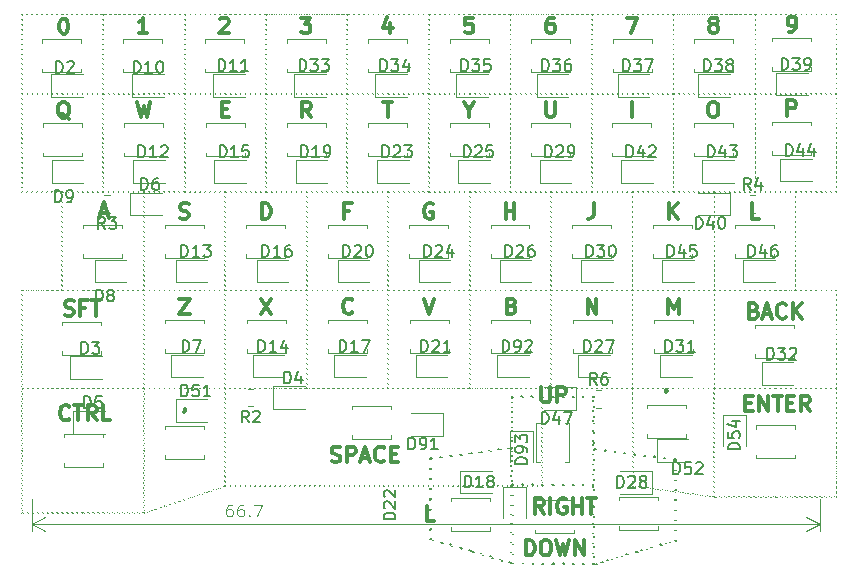
<source format=gbr>
%TF.GenerationSoftware,KiCad,Pcbnew,9.0.6*%
%TF.CreationDate,2026-01-17T10:48:15+11:00*%
%TF.ProjectId,Cooee_keyboard_68mm,436f6f65-655f-46b6-9579-626f6172645f,rev?*%
%TF.SameCoordinates,Original*%
%TF.FileFunction,Legend,Top*%
%TF.FilePolarity,Positive*%
%FSLAX46Y46*%
G04 Gerber Fmt 4.6, Leading zero omitted, Abs format (unit mm)*
G04 Created by KiCad (PCBNEW 9.0.6) date 2026-01-17 10:48:15*
%MOMM*%
%LPD*%
G01*
G04 APERTURE LIST*
%ADD10C,0.100000*%
%ADD11C,0.200000*%
%ADD12C,0.150000*%
%ADD13C,0.300000*%
%ADD14C,0.120000*%
G04 APERTURE END LIST*
D10*
X184888979Y-83747884D02*
X184888979Y-83767884D01*
X184888979Y-84167884D02*
X184888979Y-84187884D01*
X184888979Y-84587884D02*
X184888979Y-84607884D01*
X184888979Y-85007884D02*
X184888979Y-85027884D01*
X184888979Y-85427884D02*
X184888979Y-85447884D01*
X184888979Y-85847884D02*
X184888979Y-85867884D01*
X184888979Y-86267884D02*
X184888979Y-86287884D01*
X184888979Y-86687884D02*
X184888979Y-86707884D01*
X184888979Y-87107884D02*
X184888979Y-87127884D01*
X184888979Y-87527884D02*
X184888979Y-87547884D01*
X184888979Y-87947884D02*
X184888979Y-87967884D01*
X184888979Y-88367884D02*
X184888979Y-88387884D01*
X184888979Y-88787884D02*
X184888979Y-88807884D01*
X184888979Y-89207884D02*
X184888979Y-89227884D01*
X184888979Y-89627884D02*
X184888979Y-89647884D01*
X184888979Y-90047884D02*
X184888979Y-90067884D01*
X184888979Y-90467884D02*
X184888979Y-90487884D01*
X184888979Y-90887884D02*
X184888979Y-90907884D01*
X184888979Y-91294143D02*
X184868979Y-91294143D01*
X184468979Y-91294143D02*
X184448979Y-91294143D01*
X184048979Y-91294143D02*
X184028979Y-91294143D01*
X183628979Y-91294143D02*
X183608979Y-91294143D01*
X183208979Y-91294143D02*
X183188979Y-91294143D01*
X183155558Y-91294143D02*
X183135558Y-91294143D01*
X182735558Y-91294143D02*
X182715558Y-91294143D01*
X182315558Y-91294143D02*
X182295558Y-91294143D01*
X181895558Y-91294143D02*
X181875558Y-91294143D01*
X181475558Y-91294143D02*
X181455558Y-91294143D01*
X181422137Y-91294143D02*
X181422137Y-91314143D01*
X181422137Y-91714143D02*
X181422137Y-91734143D01*
X181422137Y-92134143D02*
X181422137Y-92154143D01*
X181422137Y-92554143D02*
X181422137Y-92574143D01*
X181422137Y-92974143D02*
X181422137Y-92994143D01*
X181422137Y-93394143D02*
X181422137Y-93414143D01*
X181422137Y-93814143D02*
X181422137Y-93834143D01*
X181422137Y-94234143D02*
X181422137Y-94254143D01*
X181422137Y-94654143D02*
X181422137Y-94674143D01*
X181422137Y-95074143D02*
X181422137Y-95094143D01*
X181422137Y-95422713D02*
X181422137Y-95442713D01*
X181422137Y-95842713D02*
X181422137Y-95862713D01*
X181422137Y-96262713D02*
X181422137Y-96282713D01*
X181422137Y-96682713D02*
X181422137Y-96702713D01*
X181422137Y-97102713D02*
X181422137Y-97122713D01*
X181422137Y-97522713D02*
X181422137Y-97542713D01*
X181422137Y-97942713D02*
X181422137Y-97962713D01*
X181422137Y-98362713D02*
X181422137Y-98382713D01*
X181422137Y-98782713D02*
X181422137Y-98802713D01*
X181422137Y-99202713D02*
X181422137Y-99222713D01*
X181422137Y-99551282D02*
X181442137Y-99551282D01*
X181842137Y-99551282D02*
X181862137Y-99551282D01*
X182262137Y-99551282D02*
X182282137Y-99551282D01*
X182682137Y-99551282D02*
X182702137Y-99551282D01*
X183102137Y-99551282D02*
X183122137Y-99551282D01*
X183155558Y-99551282D02*
X183175558Y-99551282D01*
X183575558Y-99551282D02*
X183595558Y-99551282D01*
X183995558Y-99551282D02*
X184015558Y-99551282D01*
X184415558Y-99551282D02*
X184435558Y-99551282D01*
X184835558Y-99551282D02*
X184855558Y-99551282D01*
X184888979Y-99551282D02*
X184888979Y-99571282D01*
X184888979Y-99971282D02*
X184888979Y-99991282D01*
X184888979Y-100391282D02*
X184888979Y-100411282D01*
X184888979Y-100811282D02*
X184888979Y-100831282D01*
X184888979Y-101231282D02*
X184888979Y-101251282D01*
X184888979Y-101651282D02*
X184888979Y-101671282D01*
X184888979Y-102071282D02*
X184888979Y-102091282D01*
X184888979Y-102491282D02*
X184888979Y-102511282D01*
X184888979Y-102911282D02*
X184888979Y-102931282D01*
X184888979Y-103331282D02*
X184888979Y-103351282D01*
X184888979Y-103751282D02*
X184888979Y-103771282D01*
X184888979Y-104171282D02*
X184888979Y-104191282D01*
X184888979Y-104591282D02*
X184888979Y-104611282D01*
X184888979Y-105011282D02*
X184888979Y-105031282D01*
X184888979Y-105431282D02*
X184888979Y-105451282D01*
X184888979Y-105851282D02*
X184888979Y-105871282D01*
X184888979Y-106271282D02*
X184888979Y-106291282D01*
X184888979Y-106691282D02*
X184888979Y-106711282D01*
X184888979Y-107111282D02*
X184888979Y-107131282D01*
X184888979Y-107531282D02*
X184888979Y-107551282D01*
X184888979Y-107951282D02*
X184888979Y-107971282D01*
X184888979Y-108327910D02*
X184888979Y-108347910D01*
X184888979Y-108747910D02*
X184888979Y-108767910D01*
X184888979Y-109167910D02*
X184888979Y-109187910D01*
X184888979Y-109587910D02*
X184888979Y-109607910D01*
X184888979Y-110007910D02*
X184888979Y-110027910D01*
X184888979Y-110427910D02*
X184888979Y-110447910D01*
X184888979Y-110847910D02*
X184888979Y-110867910D01*
X184888979Y-111267910D02*
X184888979Y-111287910D01*
X184888979Y-111687910D02*
X184888979Y-111707910D01*
X184888979Y-112107910D02*
X184888979Y-112127910D01*
X184888979Y-112527910D02*
X184888979Y-112547910D01*
X184888979Y-112947910D02*
X184888979Y-112967910D01*
X184888979Y-113367910D02*
X184888979Y-113387910D01*
X184888979Y-113787910D02*
X184888979Y-113807910D01*
X184888979Y-114207910D02*
X184888979Y-114227910D01*
X184888979Y-114627910D02*
X184888979Y-114647910D01*
X184888979Y-115047910D02*
X184888979Y-115067910D01*
X184888979Y-115467910D02*
X184888979Y-115487910D01*
X184888979Y-115887910D02*
X184888979Y-115907910D01*
X184888979Y-116307910D02*
X184888979Y-116327910D01*
X184888979Y-116727910D02*
X184888979Y-116747910D01*
X184888979Y-117104537D02*
X184868979Y-117104538D01*
X184468979Y-117104548D02*
X184448979Y-117104549D01*
X184048979Y-117104560D02*
X184028979Y-117104561D01*
X183628979Y-117104571D02*
X183608979Y-117104572D01*
X183208979Y-117104583D02*
X183188979Y-117104583D01*
X182788979Y-117104594D02*
X182768979Y-117104595D01*
X182368979Y-117104606D02*
X182348979Y-117104606D01*
X181948979Y-117104617D02*
X181928979Y-117104618D01*
X181528979Y-117104629D02*
X181508979Y-117104629D01*
X181108979Y-117104640D02*
X181088979Y-117104641D01*
X180688979Y-117104652D02*
X180668979Y-117104652D01*
X180268979Y-117104663D02*
X180248979Y-117104664D01*
X179848979Y-117104675D02*
X179828979Y-117104675D01*
X179733553Y-117104678D02*
X179713553Y-117104679D01*
X179313553Y-117104689D02*
X179293553Y-117104690D01*
X178893553Y-117104700D02*
X178873553Y-117104701D01*
X178473553Y-117104711D02*
X178453553Y-117104712D01*
X178053553Y-117104723D02*
X178033553Y-117104723D01*
X177633553Y-117104734D02*
X177613553Y-117104734D01*
X177213553Y-117104745D02*
X177193553Y-117104745D01*
X176793553Y-117104756D02*
X176773553Y-117104757D01*
X176373553Y-117104767D02*
X176353553Y-117104768D01*
X175953553Y-117104778D02*
X175933553Y-117104779D01*
X175533553Y-117104790D02*
X175513553Y-117104790D01*
X175113553Y-117104801D02*
X175093553Y-117104801D01*
X174693553Y-117104812D02*
X174673553Y-117104812D01*
X174578123Y-117104815D02*
X174558290Y-117102240D01*
X174161620Y-117050733D02*
X174141786Y-117048158D01*
X173745116Y-116996651D02*
X173725283Y-116994076D01*
X173328613Y-116942569D02*
X173308779Y-116939994D01*
X172912109Y-116888487D02*
X172892276Y-116885912D01*
X172495606Y-116834405D02*
X172475772Y-116831830D01*
X172079102Y-116780323D02*
X172059269Y-116777748D01*
X171662599Y-116726242D02*
X171642765Y-116723666D01*
X171246095Y-116672160D02*
X171226262Y-116669584D01*
X171200945Y-116666297D02*
X171181112Y-116663722D01*
X170784442Y-116612214D02*
X170764608Y-116609639D01*
X170367938Y-116558132D02*
X170348105Y-116555557D01*
X169951435Y-116504049D02*
X169931601Y-116501474D01*
X169534931Y-116449967D02*
X169515098Y-116447392D01*
X169118428Y-116395884D02*
X169098595Y-116393309D01*
X168701925Y-116341802D02*
X168682091Y-116339226D01*
X168285421Y-116287719D02*
X168265588Y-116285144D01*
X167868918Y-116233637D02*
X167849084Y-116231061D01*
X167823767Y-116227774D02*
X167804172Y-116223772D01*
X167689276Y-116200305D02*
X167669681Y-116196302D01*
X167554789Y-116172835D02*
X167554789Y-116152835D01*
X167554789Y-115752835D02*
X167554789Y-115732835D01*
X167554789Y-115332835D02*
X167554789Y-115312835D01*
X167554789Y-114912835D02*
X167554789Y-114892835D01*
X167554789Y-114492835D02*
X167554789Y-114472835D01*
X167554789Y-114072835D02*
X167554789Y-114052835D01*
X167554789Y-113652835D02*
X167554789Y-113632835D01*
X167554789Y-113232835D02*
X167554789Y-113212835D01*
X167554789Y-112812835D02*
X167554789Y-112792835D01*
X167554789Y-112392835D02*
X167554789Y-112372835D01*
X167554789Y-112045306D02*
X167554789Y-112025306D01*
X167554789Y-111625306D02*
X167554789Y-111605306D01*
X167554789Y-111205306D02*
X167554789Y-111185306D01*
X167554789Y-110785306D02*
X167554789Y-110765306D01*
X167554789Y-110365306D02*
X167554789Y-110345306D01*
X167554789Y-109945306D02*
X167554789Y-109925306D01*
X167554789Y-109525306D02*
X167554789Y-109505306D01*
X167554789Y-109105306D02*
X167554789Y-109085306D01*
X167554789Y-108685306D02*
X167554789Y-108665306D01*
X167554789Y-108265306D02*
X167554789Y-108245306D01*
X167554789Y-107917788D02*
X167574789Y-107917788D01*
X167613806Y-107917788D02*
X167613880Y-107937788D01*
X167615370Y-108337785D02*
X167615445Y-108357785D01*
X167616935Y-108757782D02*
X167617009Y-108777782D01*
X167618499Y-109177779D02*
X167618573Y-109197779D01*
X167620063Y-109597776D02*
X167620138Y-109617776D01*
X167621627Y-110017773D02*
X167621702Y-110037773D01*
X167623192Y-110437771D02*
X167623266Y-110457770D01*
X167624756Y-110857768D02*
X167624830Y-110877767D01*
X167626320Y-111277765D02*
X167626395Y-111297765D01*
X167627884Y-111697762D02*
X167627959Y-111717762D01*
X167629126Y-112031157D02*
X167629200Y-112051157D01*
X167630690Y-112451154D02*
X167630765Y-112471154D01*
X167632255Y-112871151D02*
X167632329Y-112891151D01*
X167633819Y-113291148D02*
X167633893Y-113311148D01*
X167635383Y-113711145D02*
X167635458Y-113731145D01*
X167636947Y-114131142D02*
X167637022Y-114151142D01*
X167638512Y-114551140D02*
X167638586Y-114571139D01*
X167640076Y-114971137D02*
X167640150Y-114991136D01*
X167641640Y-115391134D02*
X167641715Y-115411134D01*
X167643204Y-115811131D02*
X167643279Y-115831131D01*
X167644446Y-116144526D02*
X167664273Y-116147148D01*
X168060820Y-116199595D02*
X168080647Y-116202217D01*
X168477194Y-116254664D02*
X168497022Y-116257286D01*
X168893568Y-116309733D02*
X168913396Y-116312355D01*
X169309943Y-116364801D02*
X169329770Y-116367424D01*
X169726317Y-116419870D02*
X169746144Y-116422492D01*
X170142691Y-116474939D02*
X170162518Y-116477561D01*
X170559065Y-116530008D02*
X170578892Y-116532630D01*
X170975439Y-116585077D02*
X170995266Y-116587699D01*
X171021624Y-116591185D02*
X171041451Y-116593807D01*
X171437998Y-116646254D02*
X171457825Y-116648876D01*
X171854372Y-116701323D02*
X171874200Y-116703945D01*
X172270746Y-116756392D02*
X172290574Y-116759014D01*
X172687121Y-116811460D02*
X172706948Y-116814083D01*
X173103495Y-116866529D02*
X173123322Y-116869151D01*
X173519869Y-116921598D02*
X173539696Y-116924220D01*
X173936243Y-116976667D02*
X173956070Y-116979289D01*
X174352617Y-117031736D02*
X174372444Y-117034358D01*
X174398802Y-117037844D02*
X174413741Y-117043845D01*
X174413741Y-117043845D02*
X174428679Y-117049845D01*
X174428679Y-117049845D02*
X174428679Y-117029845D01*
X174428680Y-116629845D02*
X174428680Y-116609845D01*
X174428681Y-116209845D02*
X174428681Y-116189845D01*
X174428682Y-115789845D02*
X174428682Y-115769845D01*
X174428683Y-115369845D02*
X174428683Y-115349845D01*
X174428684Y-114949845D02*
X174428684Y-114929845D01*
X174428685Y-114529845D02*
X174428685Y-114509845D01*
X174428686Y-114109845D02*
X174428686Y-114089845D01*
X174428687Y-113689845D02*
X174428687Y-113669845D01*
X174428688Y-113269845D02*
X174428688Y-113249845D01*
X174428689Y-112849845D02*
X174428689Y-112829845D01*
X174428690Y-112483821D02*
X174448690Y-112483821D01*
X174488467Y-112483821D02*
X174488467Y-112503821D01*
X174488467Y-112903821D02*
X174488467Y-112923821D01*
X174488467Y-113323821D02*
X174488467Y-113343821D01*
X174488467Y-113743821D02*
X174488467Y-113763821D01*
X174488467Y-114163821D02*
X174488467Y-114183821D01*
X174488467Y-114583821D02*
X174488467Y-114603821D01*
X174488467Y-115003821D02*
X174488467Y-115023821D01*
X174488467Y-115423821D02*
X174488467Y-115443821D01*
X174488467Y-115843821D02*
X174488467Y-115863821D01*
X174488467Y-116263821D02*
X174488467Y-116283821D01*
X174488467Y-116683821D02*
X174488467Y-116703821D01*
X174488467Y-117049853D02*
X174508467Y-117049853D01*
X174908467Y-117049853D02*
X174928467Y-117049853D01*
X175328467Y-117049853D02*
X175348467Y-117049853D01*
X175748467Y-117049853D02*
X175768467Y-117049853D01*
X176168467Y-117049853D02*
X176188467Y-117049853D01*
X176588467Y-117049853D02*
X176608467Y-117049853D01*
X177008467Y-117049853D02*
X177028467Y-117049853D01*
X177428467Y-117049853D02*
X177448467Y-117049853D01*
X177848467Y-117049853D02*
X177868467Y-117049853D01*
X178268467Y-117049853D02*
X178288467Y-117049853D01*
X178688467Y-117049853D02*
X178708467Y-117049853D01*
X179108467Y-117049853D02*
X179128467Y-117049853D01*
X179528467Y-117049853D02*
X179548467Y-117049853D01*
X179658839Y-117049853D02*
X179678839Y-117049853D01*
X180078839Y-117049853D02*
X180098839Y-117049853D01*
X180498839Y-117049853D02*
X180518839Y-117049853D01*
X180918839Y-117049853D02*
X180938839Y-117049853D01*
X181338839Y-117049853D02*
X181358839Y-117049853D01*
X181758839Y-117049853D02*
X181778839Y-117049853D01*
X182178839Y-117049853D02*
X182198839Y-117049853D01*
X182598839Y-117049853D02*
X182618839Y-117049853D01*
X183018839Y-117049853D02*
X183038839Y-117049853D01*
X183438839Y-117049853D02*
X183458839Y-117049853D01*
X183858839Y-117049853D02*
X183878839Y-117049853D01*
X184278839Y-117049853D02*
X184298839Y-117049853D01*
X184698839Y-117049853D02*
X184718839Y-117049853D01*
X184829211Y-117049853D02*
X184829211Y-117029853D01*
X184829210Y-116629853D02*
X184829210Y-116609853D01*
X184829210Y-116209853D02*
X184829209Y-116189853D01*
X184829209Y-115789853D02*
X184829209Y-115769853D01*
X184829208Y-115369853D02*
X184829208Y-115349853D01*
X184829207Y-114949853D02*
X184829207Y-114929853D01*
X184829207Y-114529853D02*
X184829207Y-114509853D01*
X184829206Y-114109853D02*
X184829206Y-114089853D01*
X184829205Y-113689853D02*
X184829205Y-113669853D01*
X184829204Y-113269853D02*
X184829204Y-113249853D01*
X184829204Y-112849853D02*
X184829204Y-112829853D01*
X184829203Y-112483821D02*
X184829203Y-112463821D01*
X184829203Y-112063821D02*
X184829203Y-112043821D01*
X184829203Y-111643821D02*
X184829203Y-111623821D01*
X184829203Y-111223821D02*
X184829203Y-111203821D01*
X184829203Y-110803821D02*
X184829203Y-110783821D01*
X184829203Y-110383821D02*
X184829203Y-110363821D01*
X184829203Y-109963821D02*
X184829203Y-109943821D01*
X184829203Y-109543821D02*
X184829203Y-109523821D01*
X184829203Y-109123821D02*
X184829203Y-109103821D01*
X184829203Y-108703821D02*
X184829203Y-108683821D01*
X184829203Y-108283821D02*
X184829203Y-108263821D01*
X184829203Y-107917788D02*
X184809203Y-107917788D01*
X184409203Y-107917788D02*
X184389203Y-107917788D01*
X183989203Y-107917788D02*
X183969203Y-107917788D01*
X183569203Y-107917788D02*
X183549203Y-107917788D01*
X183149203Y-107917788D02*
X183129203Y-107917788D01*
X182729203Y-107917788D02*
X182709203Y-107917788D01*
X182309203Y-107917788D02*
X182289203Y-107917788D01*
X181889203Y-107917788D02*
X181869203Y-107917788D01*
X181469203Y-107917788D02*
X181449203Y-107917788D01*
X181049203Y-107917788D02*
X181029203Y-107917788D01*
X180629203Y-107917788D02*
X180609203Y-107917788D01*
X180209203Y-107917788D02*
X180189203Y-107917788D01*
X179789203Y-107917788D02*
X179769203Y-107917788D01*
X179658839Y-107917788D02*
X179638839Y-107917788D01*
X179238839Y-107917788D02*
X179218839Y-107917788D01*
X178818839Y-107917788D02*
X178798839Y-107917788D01*
X178398839Y-107917788D02*
X178378839Y-107917788D01*
X177978839Y-107917788D02*
X177958839Y-107917788D01*
X177558839Y-107917788D02*
X177538839Y-107917788D01*
X177138839Y-107917788D02*
X177118839Y-107917788D01*
X176718839Y-107917788D02*
X176698839Y-107917788D01*
X176298839Y-107917788D02*
X176278839Y-107917788D01*
X175878839Y-107917788D02*
X175858839Y-107917788D01*
X175458839Y-107917788D02*
X175438839Y-107917788D01*
X175038839Y-107917788D02*
X175018839Y-107917788D01*
X174618839Y-107917788D02*
X174598839Y-107917788D01*
X174488467Y-107917788D02*
X174488467Y-107937788D01*
X174488467Y-108337788D02*
X174488467Y-108357788D01*
X174488467Y-108757788D02*
X174488467Y-108777788D01*
X174488467Y-109177788D02*
X174488467Y-109197788D01*
X174488467Y-109597788D02*
X174488467Y-109617788D01*
X174488467Y-110017788D02*
X174488467Y-110037788D01*
X174488467Y-110437788D02*
X174488467Y-110457788D01*
X174488467Y-110857788D02*
X174488467Y-110877788D01*
X174488467Y-111277788D02*
X174488467Y-111297788D01*
X174488467Y-111697788D02*
X174488467Y-111717788D01*
X174488467Y-112117788D02*
X174488467Y-112137788D01*
X174488467Y-112483821D02*
X174468467Y-112483821D01*
X174428690Y-112483821D02*
X174428690Y-112463821D01*
X174428690Y-112063821D02*
X174428690Y-112043821D01*
X174428690Y-111643821D02*
X174428690Y-111623821D01*
X174428690Y-111223821D02*
X174428690Y-111203821D01*
X174428690Y-110803821D02*
X174428690Y-110783821D01*
X174428690Y-110383821D02*
X174428690Y-110363821D01*
X174428690Y-109963821D02*
X174428690Y-109943821D01*
X174428690Y-109543821D02*
X174428690Y-109523821D01*
X174428690Y-109123821D02*
X174428690Y-109103821D01*
X174428690Y-108703821D02*
X174428690Y-108683821D01*
X174428690Y-108283821D02*
X174428690Y-108263821D01*
X174428690Y-107917788D02*
X174408690Y-107917788D01*
X174008690Y-107917788D02*
X173988690Y-107917788D01*
X173588690Y-107917788D02*
X173568690Y-107917788D01*
X173168690Y-107917788D02*
X173148690Y-107917788D01*
X172748690Y-107917788D02*
X172728690Y-107917788D01*
X172328690Y-107917788D02*
X172308690Y-107917788D01*
X171908690Y-107917788D02*
X171888690Y-107917788D01*
X171488690Y-107917788D02*
X171468690Y-107917788D01*
X171068690Y-107917788D02*
X171048690Y-107917788D01*
X171021246Y-107917788D02*
X171001246Y-107917788D01*
X170601246Y-107917788D02*
X170581246Y-107917788D01*
X170181246Y-107917788D02*
X170161246Y-107917788D01*
X169761246Y-107917788D02*
X169741246Y-107917788D01*
X169341246Y-107917788D02*
X169321246Y-107917788D01*
X168921246Y-107917788D02*
X168901246Y-107917788D01*
X168501246Y-107917788D02*
X168481246Y-107917788D01*
X168081246Y-107917788D02*
X168061246Y-107917788D01*
X167661246Y-107917788D02*
X167641246Y-107917788D01*
X167613806Y-107917788D02*
X167593806Y-107917788D01*
X167554789Y-107917788D02*
X167534789Y-107917788D01*
X167134789Y-107917788D02*
X167114789Y-107917788D01*
X166714789Y-107917788D02*
X166694789Y-107917788D01*
X166294789Y-107917788D02*
X166274789Y-107917788D01*
X165874789Y-107917788D02*
X165854789Y-107917788D01*
X165454789Y-107917788D02*
X165434789Y-107917788D01*
X165034789Y-107917788D02*
X165014789Y-107917788D01*
X164614789Y-107917788D02*
X164594789Y-107917788D01*
X164194789Y-107917788D02*
X164174789Y-107917788D01*
X163774789Y-107917788D02*
X163759200Y-107917788D01*
X163759200Y-107917788D02*
X163739200Y-107917788D01*
X163339200Y-107917788D02*
X163319200Y-107917788D01*
X162919200Y-107917788D02*
X162899200Y-107917788D01*
X162499200Y-107917788D02*
X162479200Y-107917788D01*
X162079200Y-107917788D02*
X162059200Y-107917788D01*
X161659200Y-107917788D02*
X161639200Y-107917788D01*
X161239200Y-107917788D02*
X161219200Y-107917788D01*
X160819200Y-107917788D02*
X160799200Y-107917788D01*
X160399200Y-107917788D02*
X160379200Y-107917788D01*
X159979200Y-107917788D02*
X159963610Y-107917788D01*
X159963610Y-107917788D02*
X159963610Y-107937788D01*
X159963610Y-108337788D02*
X159963610Y-108357788D01*
X159963610Y-108757788D02*
X159963610Y-108777788D01*
X159963610Y-109177788D02*
X159963610Y-109197788D01*
X159963610Y-109597788D02*
X159963610Y-109617788D01*
X159963610Y-110017788D02*
X159963610Y-110037788D01*
X159963610Y-110437788D02*
X159963610Y-110457788D01*
X159963610Y-110857788D02*
X159963610Y-110877788D01*
X159963610Y-111277788D02*
X159963610Y-111297788D01*
X159963610Y-111697788D02*
X159963610Y-111717788D01*
X159963610Y-112046359D02*
X159963610Y-112066359D01*
X159963610Y-112466359D02*
X159963610Y-112486359D01*
X159963610Y-112886359D02*
X159963610Y-112906359D01*
X159963610Y-113306359D02*
X159963610Y-113326359D01*
X159963610Y-113726359D02*
X159963610Y-113746359D01*
X159963610Y-114146359D02*
X159963610Y-114166359D01*
X159963610Y-114566359D02*
X159963610Y-114586359D01*
X159963610Y-114986359D02*
X159963610Y-115006359D01*
X159963610Y-115406359D02*
X159963610Y-115426359D01*
X159963610Y-115826359D02*
X159963610Y-115846359D01*
X159963610Y-116174929D02*
X159943610Y-116174929D01*
X159543610Y-116174929D02*
X159523610Y-116174929D01*
X159123610Y-116174929D02*
X159103610Y-116174929D01*
X158703610Y-116174929D02*
X158683610Y-116174929D01*
X158283610Y-116174929D02*
X158263610Y-116174929D01*
X157863610Y-116174929D02*
X157843610Y-116174929D01*
X157443610Y-116174929D02*
X157423610Y-116174929D01*
X157023610Y-116174929D02*
X157003610Y-116174929D01*
X156603610Y-116174929D02*
X156583610Y-116174929D01*
X156183610Y-116174929D02*
X156163610Y-116174929D01*
X155763610Y-116174929D02*
X155743610Y-116174929D01*
X155343610Y-116174929D02*
X155323610Y-116174929D01*
X154923610Y-116174929D02*
X154903610Y-116174929D01*
X154503610Y-116174929D02*
X154483610Y-116174929D01*
X154083610Y-116174929D02*
X154063610Y-116174929D01*
X153663610Y-116174929D02*
X153643610Y-116174929D01*
X153243610Y-116174929D02*
X153223610Y-116174929D01*
X152823610Y-116174929D02*
X152803610Y-116174929D01*
X152403610Y-116174929D02*
X152383610Y-116174929D01*
X151983610Y-116174929D02*
X151963610Y-116174929D01*
X151563610Y-116174929D02*
X151543610Y-116174929D01*
X151143610Y-116174929D02*
X151123610Y-116174929D01*
X150723610Y-116174929D02*
X150703610Y-116174929D01*
X150303610Y-116174929D02*
X150283610Y-116174929D01*
X149883610Y-116174929D02*
X149863610Y-116174929D01*
X149463610Y-116174929D02*
X149443610Y-116174929D01*
X149043610Y-116174929D02*
X149023610Y-116174929D01*
X148623610Y-116174929D02*
X148603610Y-116174929D01*
X148203610Y-116174929D02*
X148183610Y-116174929D01*
X147783610Y-116174929D02*
X147763610Y-116174929D01*
X147363610Y-116174929D02*
X147343610Y-116174929D01*
X146943610Y-116174929D02*
X146923610Y-116174929D01*
X146559016Y-116174929D02*
X146539016Y-116174929D01*
X146139016Y-116174929D02*
X146119016Y-116174929D01*
X145719016Y-116174929D02*
X145699016Y-116174929D01*
X145299016Y-116174929D02*
X145279016Y-116174929D01*
X144879016Y-116174929D02*
X144859016Y-116174929D01*
X144459016Y-116174929D02*
X144439016Y-116174929D01*
X144039016Y-116174929D02*
X144019016Y-116174929D01*
X143619016Y-116174929D02*
X143599016Y-116174929D01*
X143199016Y-116174929D02*
X143179016Y-116174929D01*
X142779016Y-116174929D02*
X142759016Y-116174929D01*
X142359016Y-116174929D02*
X142339016Y-116174929D01*
X141939016Y-116174929D02*
X141919016Y-116174929D01*
X141519016Y-116174929D02*
X141499016Y-116174929D01*
X141099016Y-116174929D02*
X141079016Y-116174929D01*
X140679016Y-116174929D02*
X140659016Y-116174929D01*
X140259016Y-116174929D02*
X140239016Y-116174929D01*
X139839016Y-116174929D02*
X139819016Y-116174929D01*
X139419016Y-116174929D02*
X139399016Y-116174929D01*
X138999016Y-116174929D02*
X138979016Y-116174929D01*
X138579016Y-116174929D02*
X138559016Y-116174929D01*
X138159016Y-116174929D02*
X138139016Y-116174929D01*
X137739016Y-116174929D02*
X137719016Y-116174929D01*
X137319016Y-116174929D02*
X137299016Y-116174929D01*
X136899016Y-116174929D02*
X136879016Y-116174929D01*
X136479016Y-116174929D02*
X136459016Y-116174929D01*
X136059016Y-116174929D02*
X136039016Y-116174929D01*
X135639016Y-116174929D02*
X135619016Y-116174929D01*
X135219016Y-116174929D02*
X135199016Y-116174929D01*
X134799016Y-116174929D02*
X134779016Y-116174929D01*
X134379016Y-116174929D02*
X134359016Y-116174929D01*
X133959016Y-116174929D02*
X133939016Y-116174929D01*
X133539016Y-116174929D02*
X133519016Y-116174929D01*
X133154419Y-116174929D02*
X133135442Y-116181243D01*
X132755895Y-116307515D02*
X132736918Y-116313828D01*
X132357372Y-116440100D02*
X132338394Y-116446414D01*
X131958848Y-116572686D02*
X131939871Y-116578999D01*
X131560325Y-116705271D02*
X131541347Y-116711585D01*
X131161801Y-116837857D02*
X131142824Y-116844170D01*
X130763277Y-116970442D02*
X130744300Y-116976756D01*
X130364754Y-117103028D02*
X130345776Y-117109342D01*
X129966230Y-117235614D02*
X129947253Y-117241927D01*
X129702748Y-117323272D02*
X129683771Y-117329586D01*
X129304224Y-117455858D02*
X129285247Y-117462171D01*
X128905701Y-117588444D02*
X128886724Y-117594757D01*
X128507177Y-117721029D02*
X128488200Y-117727343D01*
X128108654Y-117853615D02*
X128089677Y-117859929D01*
X127710130Y-117986201D02*
X127691153Y-117992515D01*
X127311607Y-118118787D02*
X127292629Y-118125100D01*
X126913083Y-118251373D02*
X126894106Y-118257686D01*
X126514560Y-118383958D02*
X126495582Y-118390272D01*
X126251074Y-118471618D02*
X126231074Y-118471618D01*
X125831074Y-118471618D02*
X125811074Y-118471618D01*
X125411074Y-118471618D02*
X125391074Y-118471618D01*
X124991074Y-118471618D02*
X124971074Y-118471618D01*
X124571074Y-118471618D02*
X124551074Y-118471618D01*
X124151074Y-118471618D02*
X124131074Y-118471618D01*
X123731074Y-118471618D02*
X123711074Y-118471618D01*
X123311074Y-118471618D02*
X123291074Y-118471618D01*
X122891074Y-118471618D02*
X122871074Y-118471618D01*
X122471074Y-118471618D02*
X122451074Y-118471618D01*
X122051074Y-118471618D02*
X122031074Y-118471618D01*
X121631074Y-118471618D02*
X121611074Y-118471618D01*
X121211074Y-118471618D02*
X121191074Y-118471618D01*
X121051086Y-118471618D02*
X121031086Y-118471618D01*
X120631086Y-118471618D02*
X120611086Y-118471618D01*
X120211086Y-118471618D02*
X120191086Y-118471618D01*
X119791086Y-118471618D02*
X119771086Y-118471618D01*
X119371086Y-118471618D02*
X119351086Y-118471618D01*
X118951086Y-118471618D02*
X118931086Y-118471618D01*
X118531086Y-118471618D02*
X118511086Y-118471618D01*
X118111086Y-118471618D02*
X118091086Y-118471618D01*
X117691086Y-118471618D02*
X117671086Y-118471618D01*
X117271086Y-118471618D02*
X117251086Y-118471618D01*
X116851086Y-118471618D02*
X116831086Y-118471618D01*
X116431086Y-118471618D02*
X116411086Y-118471618D01*
X116011086Y-118471618D02*
X115991086Y-118471618D01*
X115851099Y-118471618D02*
X115851099Y-118451618D01*
X115851099Y-118051618D02*
X115851099Y-118031618D01*
X115851099Y-117631618D02*
X115851099Y-117611618D01*
X115851099Y-117211618D02*
X115851099Y-117191618D01*
X115851099Y-116791618D02*
X115851099Y-116771618D01*
X115851099Y-116371618D02*
X115851099Y-116351618D01*
X115851099Y-115951618D02*
X115851099Y-115931618D01*
X115851099Y-115531618D02*
X115851099Y-115511618D01*
X115851099Y-115111618D02*
X115851099Y-115091618D01*
X115851099Y-114691618D02*
X115851099Y-114671618D01*
X115851099Y-114271618D02*
X115851099Y-114251618D01*
X115851099Y-113851618D02*
X115851099Y-113831618D01*
X115851099Y-113431618D02*
X115851099Y-113411618D01*
X115851099Y-113167361D02*
X115871099Y-113167361D01*
X115910872Y-113167361D02*
X115910872Y-113187361D01*
X115910872Y-113587361D02*
X115910872Y-113607361D01*
X115910872Y-114007361D02*
X115910872Y-114027361D01*
X115910872Y-114427361D02*
X115910872Y-114447361D01*
X115910872Y-114847361D02*
X115910872Y-114867361D01*
X115910872Y-115267361D02*
X115910872Y-115287361D01*
X115910872Y-115687361D02*
X115910872Y-115707361D01*
X115910872Y-116107361D02*
X115910872Y-116127361D01*
X115910872Y-116527361D02*
X115910872Y-116547361D01*
X115910872Y-116947361D02*
X115910872Y-116967361D01*
X115910872Y-117367361D02*
X115910872Y-117387361D01*
X115910872Y-117787361D02*
X115910872Y-117807361D01*
X115910872Y-118207361D02*
X115910872Y-118227361D01*
X115910872Y-118416934D02*
X115930872Y-118416934D01*
X116330872Y-118416934D02*
X116350872Y-118416934D01*
X116750872Y-118416934D02*
X116770872Y-118416934D01*
X117170872Y-118416934D02*
X117190872Y-118416934D01*
X117590872Y-118416934D02*
X117610872Y-118416934D01*
X118010872Y-118416934D02*
X118030872Y-118416934D01*
X118430872Y-118416934D02*
X118450872Y-118416934D01*
X118850872Y-118416934D02*
X118870872Y-118416934D01*
X119270872Y-118416934D02*
X119290872Y-118416934D01*
X119690872Y-118416934D02*
X119710872Y-118416934D01*
X120110872Y-118416934D02*
X120130872Y-118416934D01*
X120530872Y-118416934D02*
X120550872Y-118416934D01*
X120950872Y-118416934D02*
X120970872Y-118416934D01*
X121051354Y-118416934D02*
X121071354Y-118416934D01*
X121471354Y-118416934D02*
X121491354Y-118416934D01*
X121891354Y-118416934D02*
X121911354Y-118416934D01*
X122311354Y-118416934D02*
X122331354Y-118416934D01*
X122731354Y-118416934D02*
X122751354Y-118416934D01*
X123151354Y-118416934D02*
X123171354Y-118416934D01*
X123571354Y-118416934D02*
X123591354Y-118416934D01*
X123991354Y-118416934D02*
X124011354Y-118416934D01*
X124411354Y-118416934D02*
X124431354Y-118416934D01*
X124831354Y-118416934D02*
X124851354Y-118416934D01*
X125251354Y-118416934D02*
X125271354Y-118416934D01*
X125671354Y-118416934D02*
X125691354Y-118416934D01*
X126091354Y-118416934D02*
X126111354Y-118416934D01*
X126191837Y-118416934D02*
X126191837Y-118396934D01*
X126191837Y-117996934D02*
X126191837Y-117976934D01*
X126191837Y-117576934D02*
X126191837Y-117556934D01*
X126191837Y-117156934D02*
X126191837Y-117136934D01*
X126191837Y-116736934D02*
X126191837Y-116716934D01*
X126191837Y-116316934D02*
X126191837Y-116296934D01*
X126191837Y-115896934D02*
X126191837Y-115876934D01*
X126191837Y-115476934D02*
X126191837Y-115456934D01*
X126191837Y-115056934D02*
X126191837Y-115036934D01*
X126191837Y-114636934D02*
X126191837Y-114616934D01*
X126191837Y-114216934D02*
X126191837Y-114196934D01*
X126191837Y-113796934D02*
X126191837Y-113776934D01*
X126191837Y-113376934D02*
X126191837Y-113356934D01*
X126191837Y-113167357D02*
X126191837Y-113166785D01*
X126191837Y-113166785D02*
X126211837Y-113166785D01*
X126251608Y-113166785D02*
X126251608Y-113186785D01*
X126251608Y-113586785D02*
X126251608Y-113606785D01*
X126251608Y-114006785D02*
X126251608Y-114026785D01*
X126251608Y-114426785D02*
X126251608Y-114446785D01*
X126251608Y-114846785D02*
X126251608Y-114866785D01*
X126251608Y-115266785D02*
X126251608Y-115286785D01*
X126251608Y-115686785D02*
X126251608Y-115706785D01*
X126251608Y-116106785D02*
X126251608Y-116126785D01*
X126251608Y-116526785D02*
X126251608Y-116546785D01*
X126251608Y-116946785D02*
X126251608Y-116966785D01*
X126251608Y-117366785D02*
X126251608Y-117386785D01*
X126251608Y-117786785D02*
X126251608Y-117806785D01*
X126251608Y-118206785D02*
X126251608Y-118226785D01*
X126251608Y-118415782D02*
X126270586Y-118409470D01*
X126650141Y-118283225D02*
X126669119Y-118276912D01*
X126714849Y-118261702D02*
X126733827Y-118255390D01*
X127113383Y-118129149D02*
X127132361Y-118122837D01*
X127178090Y-118107627D02*
X127197069Y-118101318D01*
X127576646Y-117975137D02*
X127595624Y-117968828D01*
X127975201Y-117842648D02*
X127994180Y-117836339D01*
X128373757Y-117710158D02*
X128392735Y-117703849D01*
X128772312Y-117577668D02*
X128791291Y-117571359D01*
X129170868Y-117445179D02*
X129189846Y-117438870D01*
X129569423Y-117312689D02*
X129588402Y-117306380D01*
X129967979Y-117180200D02*
X129986957Y-117173891D01*
X130121916Y-117129027D02*
X130140895Y-117122718D01*
X130520471Y-116996537D02*
X130539450Y-116990228D01*
X130919027Y-116864048D02*
X130938006Y-116857739D01*
X131317582Y-116731558D02*
X131336561Y-116725249D01*
X131716138Y-116599068D02*
X131735117Y-116592759D01*
X132114693Y-116466578D02*
X132133672Y-116460269D01*
X132513249Y-116334089D02*
X132532228Y-116327780D01*
X132911804Y-116201599D02*
X132930783Y-116195290D01*
X133065737Y-116150428D02*
X133065737Y-116130428D01*
X133065737Y-115730428D02*
X133065737Y-115710428D01*
X133065737Y-115310428D02*
X133065737Y-115290428D01*
X133065737Y-114890428D02*
X133065737Y-114870428D01*
X133065737Y-114470428D02*
X133065737Y-114450428D01*
X133065737Y-114050428D02*
X133065737Y-114030428D01*
X133065737Y-113630428D02*
X133065737Y-113610428D01*
X133065737Y-113210428D02*
X133065737Y-113190428D01*
X133065737Y-112790428D02*
X133065737Y-112770428D01*
X133065737Y-112370428D02*
X133065737Y-112350428D01*
X133065737Y-112034110D02*
X133065737Y-112019015D01*
X133065737Y-112019015D02*
X133085737Y-112019015D01*
X133125512Y-112019015D02*
X133125512Y-112039015D01*
X133125512Y-112439015D02*
X133125512Y-112459015D01*
X133125512Y-112859015D02*
X133125512Y-112879015D01*
X133125512Y-113279015D02*
X133125512Y-113299015D01*
X133125512Y-113699015D02*
X133125512Y-113719015D01*
X133125512Y-114119015D02*
X133125512Y-114139015D01*
X133125512Y-114539015D02*
X133125512Y-114559015D01*
X133125512Y-114959015D02*
X133125512Y-114979015D01*
X133125512Y-115379015D02*
X133125512Y-115399015D01*
X133125512Y-115799015D02*
X133125512Y-115819015D01*
X133125512Y-116120242D02*
X133145512Y-116120242D01*
X133545512Y-116120242D02*
X133565512Y-116120242D01*
X133965512Y-116120242D02*
X133985512Y-116120242D01*
X134385512Y-116120242D02*
X134405512Y-116120242D01*
X134805512Y-116120242D02*
X134825512Y-116120242D01*
X135225512Y-116120242D02*
X135245512Y-116120242D01*
X135645512Y-116120242D02*
X135665512Y-116120242D01*
X136065512Y-116120242D02*
X136085512Y-116120242D01*
X136485512Y-116120242D02*
X136505512Y-116120242D01*
X136905512Y-116120242D02*
X136925512Y-116120242D01*
X137325512Y-116120242D02*
X137345512Y-116120242D01*
X137745512Y-116120242D02*
X137765512Y-116120242D01*
X138165512Y-116120242D02*
X138185512Y-116120242D01*
X138585512Y-116120242D02*
X138605512Y-116120242D01*
X139005512Y-116120242D02*
X139025512Y-116120242D01*
X139425512Y-116120242D02*
X139445512Y-116120242D01*
X139845512Y-116120242D02*
X139865512Y-116120242D01*
X140265512Y-116120242D02*
X140285512Y-116120242D01*
X140685512Y-116120242D02*
X140705512Y-116120242D01*
X141105512Y-116120242D02*
X141125512Y-116120242D01*
X141525512Y-116120242D02*
X141545512Y-116120242D01*
X141945512Y-116120242D02*
X141965512Y-116120242D01*
X142365512Y-116120242D02*
X142385512Y-116120242D01*
X142785512Y-116120242D02*
X142805512Y-116120242D01*
X143205512Y-116120242D02*
X143225512Y-116120242D01*
X143625512Y-116120242D02*
X143645512Y-116120242D01*
X144045512Y-116120242D02*
X144065512Y-116120242D01*
X144465512Y-116120242D02*
X144485512Y-116120242D01*
X144885512Y-116120242D02*
X144905512Y-116120242D01*
X145305512Y-116120242D02*
X145325512Y-116120242D01*
X145725512Y-116120242D02*
X145745512Y-116120242D01*
X146145512Y-116120242D02*
X146165512Y-116120242D01*
X146514676Y-116120242D02*
X146534676Y-116120242D01*
X146934676Y-116120242D02*
X146954676Y-116120242D01*
X147354676Y-116120242D02*
X147374676Y-116120242D01*
X147774676Y-116120242D02*
X147794676Y-116120242D01*
X148194676Y-116120242D02*
X148214676Y-116120242D01*
X148614676Y-116120242D02*
X148634676Y-116120242D01*
X149034676Y-116120242D02*
X149054676Y-116120242D01*
X149454676Y-116120242D02*
X149474676Y-116120242D01*
X149874676Y-116120242D02*
X149894676Y-116120242D01*
X150294676Y-116120242D02*
X150314676Y-116120242D01*
X150714676Y-116120242D02*
X150734676Y-116120242D01*
X151134676Y-116120242D02*
X151154676Y-116120242D01*
X151554676Y-116120242D02*
X151574676Y-116120242D01*
X151974676Y-116120242D02*
X151994676Y-116120242D01*
X152394676Y-116120242D02*
X152414676Y-116120242D01*
X152814676Y-116120242D02*
X152834676Y-116120242D01*
X153234676Y-116120242D02*
X153254676Y-116120242D01*
X153654676Y-116120242D02*
X153674676Y-116120242D01*
X154074676Y-116120242D02*
X154094676Y-116120242D01*
X154494676Y-116120242D02*
X154514676Y-116120242D01*
X154914676Y-116120242D02*
X154934676Y-116120242D01*
X155334676Y-116120242D02*
X155354676Y-116120242D01*
X155754676Y-116120242D02*
X155774676Y-116120242D01*
X156174676Y-116120242D02*
X156194676Y-116120242D01*
X156594676Y-116120242D02*
X156614676Y-116120242D01*
X157014676Y-116120242D02*
X157034676Y-116120242D01*
X157434676Y-116120242D02*
X157454676Y-116120242D01*
X157854676Y-116120242D02*
X157874676Y-116120242D01*
X158274676Y-116120242D02*
X158294676Y-116120242D01*
X158694676Y-116120242D02*
X158714676Y-116120242D01*
X159114676Y-116120242D02*
X159134676Y-116120242D01*
X159534676Y-116120242D02*
X159554676Y-116120242D01*
X159903838Y-116120242D02*
X159903838Y-116100242D01*
X159903838Y-115700242D02*
X159903838Y-115680242D01*
X159903839Y-115280242D02*
X159903839Y-115260242D01*
X159903839Y-114860242D02*
X159903839Y-114840242D01*
X159903839Y-114440242D02*
X159903839Y-114420242D01*
X159903840Y-114020242D02*
X159903840Y-114000242D01*
X159903840Y-113600242D02*
X159903840Y-113580242D01*
X159903840Y-113180242D02*
X159903840Y-113160242D01*
X159903840Y-112760242D02*
X159903840Y-112740242D01*
X159903841Y-112340242D02*
X159903841Y-112320242D01*
X159903841Y-112019015D02*
X159903841Y-111999015D01*
X159903841Y-111599015D02*
X159903841Y-111579015D01*
X159903841Y-111179015D02*
X159903841Y-111159015D01*
X159903841Y-110759015D02*
X159903841Y-110739015D01*
X159903841Y-110339015D02*
X159903841Y-110319015D01*
X159903841Y-109919015D02*
X159903841Y-109899015D01*
X159903841Y-109499015D02*
X159903841Y-109479015D01*
X159903841Y-109079015D02*
X159903841Y-109059015D01*
X159903841Y-108659015D02*
X159903841Y-108639015D01*
X159903841Y-108239015D02*
X159903841Y-108219015D01*
X159903841Y-107917788D02*
X159883841Y-107917788D01*
X159483841Y-107917788D02*
X159463841Y-107917788D01*
X159063841Y-107917788D02*
X159043841Y-107917788D01*
X158643841Y-107917788D02*
X158623841Y-107917788D01*
X158223841Y-107917788D02*
X158203841Y-107917788D01*
X157803841Y-107917788D02*
X157783841Y-107917788D01*
X157383841Y-107917788D02*
X157363841Y-107917788D01*
X156963841Y-107917788D02*
X156943841Y-107917788D01*
X156543841Y-107917788D02*
X156523841Y-107917788D01*
X156123841Y-107917788D02*
X156103841Y-107917788D01*
X155703841Y-107917788D02*
X155683841Y-107917788D01*
X155283841Y-107917788D02*
X155263841Y-107917788D01*
X154863841Y-107917788D02*
X154843841Y-107917788D01*
X154443841Y-107917788D02*
X154423841Y-107917788D01*
X154023841Y-107917788D02*
X154003841Y-107917788D01*
X153603841Y-107917788D02*
X153583841Y-107917788D01*
X153183841Y-107917788D02*
X153163841Y-107917788D01*
X152763841Y-107917788D02*
X152743841Y-107917788D01*
X152343841Y-107917788D02*
X152323841Y-107917788D01*
X151923841Y-107917788D02*
X151903841Y-107917788D01*
X151503841Y-107917788D02*
X151483841Y-107917788D01*
X151083841Y-107917788D02*
X151063841Y-107917788D01*
X150663841Y-107917788D02*
X150643841Y-107917788D01*
X150243841Y-107917788D02*
X150223841Y-107917788D01*
X149823841Y-107917788D02*
X149803841Y-107917788D01*
X149403841Y-107917788D02*
X149383841Y-107917788D01*
X148983841Y-107917788D02*
X148963841Y-107917788D01*
X148563841Y-107917788D02*
X148543841Y-107917788D01*
X148143841Y-107917788D02*
X148123841Y-107917788D01*
X147723841Y-107917788D02*
X147703841Y-107917788D01*
X147303841Y-107917788D02*
X147283841Y-107917788D01*
X146883841Y-107917788D02*
X146863841Y-107917788D01*
X146514676Y-107917788D02*
X146494676Y-107917788D01*
X146094676Y-107917788D02*
X146074676Y-107917788D01*
X145674676Y-107917788D02*
X145654676Y-107917788D01*
X145254676Y-107917788D02*
X145234676Y-107917788D01*
X144834676Y-107917788D02*
X144814676Y-107917788D01*
X144414676Y-107917788D02*
X144394676Y-107917788D01*
X143994676Y-107917788D02*
X143974676Y-107917788D01*
X143574676Y-107917788D02*
X143554676Y-107917788D01*
X143154676Y-107917788D02*
X143134676Y-107917788D01*
X142734676Y-107917788D02*
X142714676Y-107917788D01*
X142314676Y-107917788D02*
X142294676Y-107917788D01*
X141894676Y-107917788D02*
X141874676Y-107917788D01*
X141474676Y-107917788D02*
X141454676Y-107917788D01*
X141054676Y-107917788D02*
X141034676Y-107917788D01*
X140634676Y-107917788D02*
X140614676Y-107917788D01*
X140214676Y-107917788D02*
X140194676Y-107917788D01*
X139794676Y-107917788D02*
X139774676Y-107917788D01*
X139374676Y-107917788D02*
X139354676Y-107917788D01*
X138954676Y-107917788D02*
X138934676Y-107917788D01*
X138534676Y-107917788D02*
X138514676Y-107917788D01*
X138114676Y-107917788D02*
X138094676Y-107917788D01*
X137694676Y-107917788D02*
X137674676Y-107917788D01*
X137274676Y-107917788D02*
X137254676Y-107917788D01*
X136854676Y-107917788D02*
X136834676Y-107917788D01*
X136434676Y-107917788D02*
X136414676Y-107917788D01*
X136014676Y-107917788D02*
X135994676Y-107917788D01*
X135594676Y-107917788D02*
X135574676Y-107917788D01*
X135174676Y-107917788D02*
X135154676Y-107917788D01*
X134754676Y-107917788D02*
X134734676Y-107917788D01*
X134334676Y-107917788D02*
X134314676Y-107917788D01*
X133914676Y-107917788D02*
X133894676Y-107917788D01*
X133494676Y-107917788D02*
X133474676Y-107917788D01*
X133125512Y-107917788D02*
X133125512Y-107937788D01*
X133125512Y-108337788D02*
X133125512Y-108357788D01*
X133125512Y-108757788D02*
X133125512Y-108777788D01*
X133125512Y-109177788D02*
X133125512Y-109197788D01*
X133125512Y-109597788D02*
X133125512Y-109617788D01*
X133125512Y-110017788D02*
X133125512Y-110037788D01*
X133125512Y-110437788D02*
X133125512Y-110457788D01*
X133125512Y-110857788D02*
X133125512Y-110877788D01*
X133125512Y-111277788D02*
X133125512Y-111297788D01*
X133125512Y-111697788D02*
X133125512Y-111717788D01*
X133125512Y-112019015D02*
X133105512Y-112019015D01*
X133065737Y-112019015D02*
X133065737Y-111999015D01*
X133065737Y-111599015D02*
X133065737Y-111579015D01*
X133065737Y-111179015D02*
X133065737Y-111159015D01*
X133065737Y-110759015D02*
X133065737Y-110739015D01*
X133065737Y-110339015D02*
X133065737Y-110319015D01*
X133065737Y-109919015D02*
X133065737Y-109899015D01*
X133065737Y-109499015D02*
X133065737Y-109479015D01*
X133065737Y-109079015D02*
X133065737Y-109059015D01*
X133065737Y-108659015D02*
X133065737Y-108639015D01*
X133065737Y-108239015D02*
X133065737Y-108219015D01*
X133065737Y-107917788D02*
X133045737Y-107917788D01*
X132645737Y-107917788D02*
X132625737Y-107917788D01*
X132225737Y-107917788D02*
X132205737Y-107917788D01*
X131805737Y-107917788D02*
X131785737Y-107917788D01*
X131385737Y-107917788D02*
X131365737Y-107917788D01*
X130965737Y-107917788D02*
X130945737Y-107917788D01*
X130545737Y-107917788D02*
X130525737Y-107917788D01*
X130125737Y-107917788D02*
X130105737Y-107917788D01*
X129705737Y-107917788D02*
X129685737Y-107917788D01*
X129658673Y-107917788D02*
X129638673Y-107917788D01*
X129238673Y-107917788D02*
X129218673Y-107917788D01*
X128818673Y-107917788D02*
X128798673Y-107917788D01*
X128398673Y-107917788D02*
X128378673Y-107917788D01*
X127978673Y-107917788D02*
X127958673Y-107917788D01*
X127558673Y-107917788D02*
X127538673Y-107917788D01*
X127138673Y-107917788D02*
X127118673Y-107917788D01*
X126718673Y-107917788D02*
X126698673Y-107917788D01*
X126298673Y-107917788D02*
X126278673Y-107917788D01*
X126251608Y-107917788D02*
X126251608Y-107937788D01*
X126251608Y-108337788D02*
X126251608Y-108357788D01*
X126251608Y-108757788D02*
X126251608Y-108777788D01*
X126251608Y-109177788D02*
X126251608Y-109197788D01*
X126251608Y-109597788D02*
X126251608Y-109617788D01*
X126251608Y-110017788D02*
X126251608Y-110037788D01*
X126251608Y-110437788D02*
X126251608Y-110457788D01*
X126251608Y-110857788D02*
X126251608Y-110877788D01*
X126251608Y-111277788D02*
X126251608Y-111297788D01*
X126251608Y-111697788D02*
X126251608Y-111717788D01*
X126251608Y-112117788D02*
X126251608Y-112137788D01*
X126251608Y-112537788D02*
X126251608Y-112557788D01*
X126251608Y-112957788D02*
X126251608Y-112977788D01*
X126251608Y-113166785D02*
X126231608Y-113166785D01*
X126191837Y-113166785D02*
X126191837Y-113146785D01*
X126191837Y-112746785D02*
X126191837Y-112726785D01*
X126191837Y-112326785D02*
X126191837Y-112306785D01*
X126191837Y-111906785D02*
X126191837Y-111886785D01*
X126191837Y-111486785D02*
X126191837Y-111466785D01*
X126191837Y-111066785D02*
X126191837Y-111046785D01*
X126191837Y-110646785D02*
X126191837Y-110626785D01*
X126191837Y-110226785D02*
X126191837Y-110206785D01*
X126191837Y-109806785D02*
X126191837Y-109786785D01*
X126191837Y-109386785D02*
X126191837Y-109366785D01*
X126191837Y-108966785D02*
X126191837Y-108946785D01*
X126191837Y-108546785D02*
X126191837Y-108526785D01*
X126191837Y-108126785D02*
X126191837Y-108106785D01*
X126191837Y-107917788D02*
X126171837Y-107917788D01*
X125771837Y-107917788D02*
X125751837Y-107917788D01*
X125351837Y-107917788D02*
X125331837Y-107917788D01*
X124931837Y-107917788D02*
X124911837Y-107917788D01*
X124511837Y-107917788D02*
X124491837Y-107917788D01*
X124091837Y-107917788D02*
X124071837Y-107917788D01*
X123671837Y-107917788D02*
X123651837Y-107917788D01*
X123251837Y-107917788D02*
X123231837Y-107917788D01*
X122831837Y-107917788D02*
X122811837Y-107917788D01*
X122411837Y-107917788D02*
X122391837Y-107917788D01*
X121991837Y-107917788D02*
X121971837Y-107917788D01*
X121571837Y-107917788D02*
X121551837Y-107917788D01*
X121151837Y-107917788D02*
X121131837Y-107917788D01*
X121051354Y-107917788D02*
X121031354Y-107917788D01*
X120631354Y-107917788D02*
X120611354Y-107917788D01*
X120211354Y-107917788D02*
X120191354Y-107917788D01*
X119791354Y-107917788D02*
X119771354Y-107917788D01*
X119371354Y-107917788D02*
X119351354Y-107917788D01*
X118951354Y-107917788D02*
X118931354Y-107917788D01*
X118531354Y-107917788D02*
X118511354Y-107917788D01*
X118111354Y-107917788D02*
X118091354Y-107917788D01*
X117691354Y-107917788D02*
X117671354Y-107917788D01*
X117271354Y-107917788D02*
X117251354Y-107917788D01*
X116851354Y-107917788D02*
X116831354Y-107917788D01*
X116431354Y-107917788D02*
X116411354Y-107917788D01*
X116011354Y-107917788D02*
X115991354Y-107917788D01*
X115910872Y-107917788D02*
X115910872Y-107937788D01*
X115910872Y-108337788D02*
X115910872Y-108357788D01*
X115910872Y-108757788D02*
X115910872Y-108777788D01*
X115910872Y-109177788D02*
X115910872Y-109197788D01*
X115910872Y-109597788D02*
X115910872Y-109617788D01*
X115910872Y-110017788D02*
X115910872Y-110037788D01*
X115910872Y-110437788D02*
X115910872Y-110457788D01*
X115910872Y-110857788D02*
X115910872Y-110877788D01*
X115910872Y-111277788D02*
X115910872Y-111297788D01*
X115910872Y-111697788D02*
X115910872Y-111717788D01*
X115910872Y-112117788D02*
X115910872Y-112137788D01*
X115910872Y-112537788D02*
X115910872Y-112557788D01*
X115910872Y-112957788D02*
X115910872Y-112977788D01*
X115910872Y-113167361D02*
X115890872Y-113167361D01*
X115851099Y-113167361D02*
X115851099Y-113147361D01*
X115851099Y-112747361D02*
X115851099Y-112727361D01*
X115851099Y-112327361D02*
X115851099Y-112307361D01*
X115851099Y-111907361D02*
X115851099Y-111887361D01*
X115851099Y-111487361D02*
X115851099Y-111467361D01*
X115851099Y-111067361D02*
X115851099Y-111047361D01*
X115851099Y-110647361D02*
X115851099Y-110627361D01*
X115851099Y-110227361D02*
X115851099Y-110207361D01*
X115851099Y-109807361D02*
X115851099Y-109787361D01*
X115851099Y-109387361D02*
X115851099Y-109367361D01*
X115851099Y-109011447D02*
X115851099Y-108991447D01*
X115851099Y-108591447D02*
X115851099Y-108571447D01*
X115851099Y-108171447D02*
X115851099Y-108151447D01*
X115851099Y-107751447D02*
X115851099Y-107731447D01*
X115851099Y-107331447D02*
X115851099Y-107311447D01*
X115851099Y-106911447D02*
X115851099Y-106891447D01*
X115851099Y-106491447D02*
X115851099Y-106471447D01*
X115851099Y-106071447D02*
X115851099Y-106051447D01*
X115851099Y-105651447D02*
X115851099Y-105631447D01*
X115851099Y-105231447D02*
X115851099Y-105211447D01*
X115851099Y-104811447D02*
X115851099Y-104791447D01*
X115851099Y-104391447D02*
X115851099Y-104371447D01*
X115851099Y-103971447D02*
X115851099Y-103951447D01*
X115851099Y-103734534D02*
X115871099Y-103734534D01*
X115910872Y-103734534D02*
X115910872Y-103754534D01*
X115910872Y-104154534D02*
X115910872Y-104174534D01*
X115910872Y-104574534D02*
X115910872Y-104594534D01*
X115910872Y-104994534D02*
X115910872Y-105014534D01*
X115910872Y-105414534D02*
X115910872Y-105434534D01*
X115910872Y-105834534D02*
X115910872Y-105854534D01*
X115910872Y-106254534D02*
X115910872Y-106274534D01*
X115910872Y-106674534D02*
X115910872Y-106694534D01*
X115910872Y-107094534D02*
X115910872Y-107114534D01*
X115910872Y-107514534D02*
X115910872Y-107534534D01*
X115910872Y-107863105D02*
X115930872Y-107863105D01*
X116330872Y-107863105D02*
X116350872Y-107863105D01*
X116750872Y-107863105D02*
X116770872Y-107863105D01*
X117170872Y-107863105D02*
X117190872Y-107863105D01*
X117590872Y-107863105D02*
X117610872Y-107863105D01*
X118010872Y-107863105D02*
X118030872Y-107863105D01*
X118430872Y-107863105D02*
X118450872Y-107863105D01*
X118850872Y-107863105D02*
X118870872Y-107863105D01*
X119270872Y-107863105D02*
X119290872Y-107863105D01*
X119690872Y-107863105D02*
X119710872Y-107863105D01*
X120110872Y-107863105D02*
X120130872Y-107863105D01*
X120530872Y-107863105D02*
X120550872Y-107863105D01*
X120950872Y-107863105D02*
X120970872Y-107863105D01*
X121051354Y-107863105D02*
X121071354Y-107863105D01*
X121471354Y-107863105D02*
X121491354Y-107863105D01*
X121891354Y-107863105D02*
X121911354Y-107863105D01*
X122311354Y-107863105D02*
X122331354Y-107863105D01*
X122731354Y-107863105D02*
X122751354Y-107863105D01*
X123151354Y-107863105D02*
X123171354Y-107863105D01*
X123571354Y-107863105D02*
X123591354Y-107863105D01*
X123991354Y-107863105D02*
X124011354Y-107863105D01*
X124411354Y-107863105D02*
X124431354Y-107863105D01*
X124831354Y-107863105D02*
X124851354Y-107863105D01*
X125251354Y-107863105D02*
X125271354Y-107863105D01*
X125671354Y-107863105D02*
X125691354Y-107863105D01*
X126091354Y-107863105D02*
X126111354Y-107863105D01*
X126191837Y-107863105D02*
X126191837Y-107843105D01*
X126191837Y-107443105D02*
X126191837Y-107423105D01*
X126191838Y-107023105D02*
X126191838Y-107003105D01*
X126191838Y-106603105D02*
X126191838Y-106583105D01*
X126191838Y-106183105D02*
X126191838Y-106163105D01*
X126191839Y-105763105D02*
X126191839Y-105743105D01*
X126191839Y-105343105D02*
X126191839Y-105323105D01*
X126191839Y-104923105D02*
X126191839Y-104903105D01*
X126191839Y-104503105D02*
X126191839Y-104483105D01*
X126191840Y-104083105D02*
X126191840Y-104063105D01*
X126191840Y-103734534D02*
X126211840Y-103734534D01*
X126251612Y-103734534D02*
X126251612Y-103754534D01*
X126251612Y-104154534D02*
X126251612Y-104174534D01*
X126251612Y-104574534D02*
X126251612Y-104594534D01*
X126251612Y-104994534D02*
X126251612Y-105014534D01*
X126251612Y-105414534D02*
X126251612Y-105434534D01*
X126251612Y-105834534D02*
X126251612Y-105854534D01*
X126251612Y-106254534D02*
X126251612Y-106274534D01*
X126251612Y-106674534D02*
X126251612Y-106694534D01*
X126251612Y-107094534D02*
X126251612Y-107114534D01*
X126251612Y-107514534D02*
X126251612Y-107534534D01*
X126251612Y-107863105D02*
X126271612Y-107863105D01*
X126671612Y-107863105D02*
X126691612Y-107863105D01*
X127091612Y-107863105D02*
X127111612Y-107863105D01*
X127511612Y-107863105D02*
X127531612Y-107863105D01*
X127931612Y-107863105D02*
X127951612Y-107863105D01*
X128351612Y-107863105D02*
X128371612Y-107863105D01*
X128771612Y-107863105D02*
X128791612Y-107863105D01*
X129191612Y-107863105D02*
X129211612Y-107863105D01*
X129611612Y-107863105D02*
X129631612Y-107863105D01*
X129658677Y-107863105D02*
X129678677Y-107863105D01*
X130078677Y-107863105D02*
X130098677Y-107863105D01*
X130498677Y-107863105D02*
X130518677Y-107863105D01*
X130918677Y-107863105D02*
X130938677Y-107863105D01*
X131338677Y-107863105D02*
X131358677Y-107863105D01*
X131758677Y-107863105D02*
X131778677Y-107863105D01*
X132178677Y-107863105D02*
X132198677Y-107863105D01*
X132598677Y-107863105D02*
X132618677Y-107863105D01*
X133018677Y-107863105D02*
X133038677Y-107863105D01*
X133065741Y-107863105D02*
X133065741Y-107843105D01*
X133065741Y-107443105D02*
X133065741Y-107423105D01*
X133065741Y-107023105D02*
X133065741Y-107003105D01*
X133065741Y-106603105D02*
X133065741Y-106583105D01*
X133065741Y-106183105D02*
X133065741Y-106163105D01*
X133065741Y-105763105D02*
X133065741Y-105743105D01*
X133065741Y-105343105D02*
X133065741Y-105323105D01*
X133065741Y-104923105D02*
X133065741Y-104903105D01*
X133065741Y-104503105D02*
X133065741Y-104483105D01*
X133065741Y-104083105D02*
X133065741Y-104063105D01*
X133065741Y-103734534D02*
X133085741Y-103734534D01*
X133125513Y-103734534D02*
X133125513Y-103754534D01*
X133125513Y-104154534D02*
X133125513Y-104174534D01*
X133125513Y-104574534D02*
X133125513Y-104594534D01*
X133125513Y-104994534D02*
X133125513Y-105014534D01*
X133125513Y-105414534D02*
X133125513Y-105434534D01*
X133125513Y-105834534D02*
X133125513Y-105854534D01*
X133125513Y-106254534D02*
X133125513Y-106274534D01*
X133125513Y-106674534D02*
X133125513Y-106694534D01*
X133125513Y-107094534D02*
X133125513Y-107114534D01*
X133125513Y-107514534D02*
X133125513Y-107534534D01*
X133125513Y-107863105D02*
X133145513Y-107863105D01*
X133545513Y-107863105D02*
X133565513Y-107863105D01*
X133965513Y-107863105D02*
X133985513Y-107863105D01*
X134385513Y-107863105D02*
X134405513Y-107863105D01*
X134805513Y-107863105D02*
X134825513Y-107863105D01*
X135225513Y-107863105D02*
X135245513Y-107863105D01*
X135645513Y-107863105D02*
X135665513Y-107863105D01*
X136065513Y-107863105D02*
X136085513Y-107863105D01*
X136485513Y-107863105D02*
X136505513Y-107863105D01*
X136562464Y-107863105D02*
X136582464Y-107863105D01*
X136982464Y-107863105D02*
X137002464Y-107863105D01*
X137402464Y-107863105D02*
X137422464Y-107863105D01*
X137822464Y-107863105D02*
X137842464Y-107863105D01*
X138242464Y-107863105D02*
X138262464Y-107863105D01*
X138662464Y-107863105D02*
X138682464Y-107863105D01*
X139082464Y-107863105D02*
X139102464Y-107863105D01*
X139502464Y-107863105D02*
X139522464Y-107863105D01*
X139922464Y-107863105D02*
X139942464Y-107863105D01*
X139999415Y-107863105D02*
X139999415Y-107843105D01*
X139999415Y-107443105D02*
X139999415Y-107423105D01*
X139999415Y-107023105D02*
X139999415Y-107003105D01*
X139999415Y-106603105D02*
X139999415Y-106583105D01*
X139999415Y-106183105D02*
X139999415Y-106163105D01*
X139999415Y-105763105D02*
X139999415Y-105743105D01*
X139999415Y-105343105D02*
X139999415Y-105323105D01*
X139999415Y-104923105D02*
X139999415Y-104903105D01*
X139999415Y-104503105D02*
X139999415Y-104483105D01*
X139999415Y-104083105D02*
X139999415Y-104063105D01*
X139999415Y-103734534D02*
X140019415Y-103734534D01*
X140059187Y-103734534D02*
X140059187Y-103754534D01*
X140059187Y-104154534D02*
X140059187Y-104174534D01*
X140059187Y-104574534D02*
X140059187Y-104594534D01*
X140059187Y-104994534D02*
X140059187Y-105014534D01*
X140059187Y-105414534D02*
X140059187Y-105434534D01*
X140059187Y-105834534D02*
X140059187Y-105854534D01*
X140059187Y-106254534D02*
X140059187Y-106274534D01*
X140059187Y-106674534D02*
X140059187Y-106694534D01*
X140059187Y-107094534D02*
X140059187Y-107114534D01*
X140059187Y-107514534D02*
X140059187Y-107534534D01*
X140059187Y-107863105D02*
X140079187Y-107863105D01*
X140479187Y-107863105D02*
X140499187Y-107863105D01*
X140899187Y-107863105D02*
X140919187Y-107863105D01*
X141319187Y-107863105D02*
X141339187Y-107863105D01*
X141739187Y-107863105D02*
X141759187Y-107863105D01*
X142159187Y-107863105D02*
X142179187Y-107863105D01*
X142579187Y-107863105D02*
X142599187Y-107863105D01*
X142999187Y-107863105D02*
X143019187Y-107863105D01*
X143419187Y-107863105D02*
X143439187Y-107863105D01*
X143466252Y-107863105D02*
X143486252Y-107863105D01*
X143886252Y-107863105D02*
X143906252Y-107863105D01*
X144306252Y-107863105D02*
X144326252Y-107863105D01*
X144726252Y-107863105D02*
X144746252Y-107863105D01*
X145146252Y-107863105D02*
X145166252Y-107863105D01*
X145566252Y-107863105D02*
X145586252Y-107863105D01*
X145986252Y-107863105D02*
X146006252Y-107863105D01*
X146406252Y-107863105D02*
X146426252Y-107863105D01*
X146826252Y-107863105D02*
X146846252Y-107863105D01*
X146873316Y-107863105D02*
X146873316Y-107843105D01*
X146873316Y-107443105D02*
X146873316Y-107423105D01*
X146873316Y-107023105D02*
X146873316Y-107003105D01*
X146873316Y-106603105D02*
X146873316Y-106583105D01*
X146873316Y-106183105D02*
X146873316Y-106163105D01*
X146873316Y-105763105D02*
X146873316Y-105743105D01*
X146873316Y-105343105D02*
X146873316Y-105323105D01*
X146873316Y-104923105D02*
X146873316Y-104903105D01*
X146873316Y-104503105D02*
X146873316Y-104483105D01*
X146873316Y-104083105D02*
X146873316Y-104063105D01*
X146873316Y-103734534D02*
X146893316Y-103734534D01*
X146933089Y-103734534D02*
X146933089Y-103754534D01*
X146933089Y-104154534D02*
X146933089Y-104174534D01*
X146933089Y-104574534D02*
X146933089Y-104594534D01*
X146933089Y-104994534D02*
X146933089Y-105014534D01*
X146933089Y-105414534D02*
X146933089Y-105434534D01*
X146933089Y-105834534D02*
X146933089Y-105854534D01*
X146933089Y-106254534D02*
X146933089Y-106274534D01*
X146933089Y-106674534D02*
X146933089Y-106694534D01*
X146933089Y-107094534D02*
X146933089Y-107114534D01*
X146933089Y-107514534D02*
X146933089Y-107534534D01*
X146933089Y-107863105D02*
X146953089Y-107863105D01*
X147353089Y-107863105D02*
X147373089Y-107863105D01*
X147773089Y-107863105D02*
X147793089Y-107863105D01*
X148193089Y-107863105D02*
X148213089Y-107863105D01*
X148613089Y-107863105D02*
X148633089Y-107863105D01*
X149033089Y-107863105D02*
X149053089Y-107863105D01*
X149453089Y-107863105D02*
X149473089Y-107863105D01*
X149873089Y-107863105D02*
X149893089Y-107863105D01*
X150293089Y-107863105D02*
X150313089Y-107863105D01*
X150370039Y-107863105D02*
X150390039Y-107863105D01*
X150790039Y-107863105D02*
X150810039Y-107863105D01*
X151210039Y-107863105D02*
X151230039Y-107863105D01*
X151630039Y-107863105D02*
X151650039Y-107863105D01*
X152050039Y-107863105D02*
X152070039Y-107863105D01*
X152470039Y-107863105D02*
X152490039Y-107863105D01*
X152890039Y-107863105D02*
X152910039Y-107863105D01*
X153310039Y-107863105D02*
X153330039Y-107863105D01*
X153730039Y-107863105D02*
X153750039Y-107863105D01*
X153806990Y-107863105D02*
X153806990Y-107843105D01*
X153806990Y-107443105D02*
X153806990Y-107423105D01*
X153806990Y-107023105D02*
X153806990Y-107003105D01*
X153806990Y-106603105D02*
X153806990Y-106583105D01*
X153806990Y-106183105D02*
X153806990Y-106163105D01*
X153806990Y-105763105D02*
X153806990Y-105743105D01*
X153806990Y-105343105D02*
X153806990Y-105323105D01*
X153806990Y-104923105D02*
X153806990Y-104903105D01*
X153806990Y-104503105D02*
X153806990Y-104483105D01*
X153806990Y-104083105D02*
X153806990Y-104063105D01*
X153806990Y-103734534D02*
X153826990Y-103734534D01*
X153866763Y-103734534D02*
X153866763Y-103754534D01*
X153866763Y-104154534D02*
X153866763Y-104174534D01*
X153866763Y-104574534D02*
X153866763Y-104594534D01*
X153866763Y-104994534D02*
X153866763Y-105014534D01*
X153866763Y-105414534D02*
X153866763Y-105434534D01*
X153866763Y-105834534D02*
X153866763Y-105854534D01*
X153866763Y-106254534D02*
X153866763Y-106274534D01*
X153866763Y-106674534D02*
X153866763Y-106694534D01*
X153866763Y-107094534D02*
X153866763Y-107114534D01*
X153866763Y-107514534D02*
X153866763Y-107534534D01*
X153866763Y-107863105D02*
X153886763Y-107863105D01*
X154286763Y-107863105D02*
X154306763Y-107863105D01*
X154706763Y-107863105D02*
X154726763Y-107863105D01*
X155126763Y-107863105D02*
X155146763Y-107863105D01*
X155546763Y-107863105D02*
X155566763Y-107863105D01*
X155966763Y-107863105D02*
X155986763Y-107863105D01*
X156386763Y-107863105D02*
X156406763Y-107863105D01*
X156806763Y-107863105D02*
X156826763Y-107863105D01*
X157226763Y-107863105D02*
X157246763Y-107863105D01*
X157273829Y-107863105D02*
X157293829Y-107863105D01*
X157693829Y-107863105D02*
X157713829Y-107863105D01*
X158113829Y-107863105D02*
X158133829Y-107863105D01*
X158533829Y-107863105D02*
X158553829Y-107863105D01*
X158953829Y-107863105D02*
X158973829Y-107863105D01*
X159373829Y-107863105D02*
X159393829Y-107863105D01*
X159793829Y-107863105D02*
X159813829Y-107863105D01*
X160213829Y-107863105D02*
X160233829Y-107863105D01*
X160633829Y-107863105D02*
X160653829Y-107863105D01*
X160680891Y-107863105D02*
X160680891Y-107843105D01*
X160680891Y-107443105D02*
X160680891Y-107423105D01*
X160680891Y-107023105D02*
X160680891Y-107003105D01*
X160680891Y-106603105D02*
X160680891Y-106583105D01*
X160680891Y-106183105D02*
X160680891Y-106163105D01*
X160680891Y-105763105D02*
X160680891Y-105743105D01*
X160680891Y-105343105D02*
X160680891Y-105323105D01*
X160680891Y-104923105D02*
X160680891Y-104903105D01*
X160680891Y-104503105D02*
X160680891Y-104483105D01*
X160680891Y-104083105D02*
X160680891Y-104063105D01*
X160680891Y-103734534D02*
X160700891Y-103734534D01*
X160740668Y-103734534D02*
X160740668Y-103754534D01*
X160740668Y-104154534D02*
X160740668Y-104174534D01*
X160740668Y-104574534D02*
X160740668Y-104594534D01*
X160740668Y-104994534D02*
X160740668Y-105014534D01*
X160740668Y-105414534D02*
X160740668Y-105434534D01*
X160740668Y-105834534D02*
X160740668Y-105854534D01*
X160740668Y-106254534D02*
X160740668Y-106274534D01*
X160740668Y-106674534D02*
X160740668Y-106694534D01*
X160740668Y-107094534D02*
X160740668Y-107114534D01*
X160740668Y-107514534D02*
X160740668Y-107534534D01*
X160740668Y-107863105D02*
X160760668Y-107863105D01*
X161160668Y-107863105D02*
X161180668Y-107863105D01*
X161580668Y-107863105D02*
X161600668Y-107863105D01*
X162000668Y-107863105D02*
X162020668Y-107863105D01*
X162420668Y-107863105D02*
X162440668Y-107863105D01*
X162840668Y-107863105D02*
X162860668Y-107863105D01*
X163260668Y-107863105D02*
X163280668Y-107863105D01*
X163680668Y-107863105D02*
X163700668Y-107863105D01*
X164100668Y-107863105D02*
X164120668Y-107863105D01*
X164147730Y-107863105D02*
X164167730Y-107863105D01*
X164567730Y-107863105D02*
X164587730Y-107863105D01*
X164987730Y-107863105D02*
X165007730Y-107863105D01*
X165407730Y-107863105D02*
X165427730Y-107863105D01*
X165827730Y-107863105D02*
X165847730Y-107863105D01*
X166247730Y-107863105D02*
X166267730Y-107863105D01*
X166667730Y-107863105D02*
X166687730Y-107863105D01*
X167087730Y-107863105D02*
X167107730Y-107863105D01*
X167507730Y-107863105D02*
X167527730Y-107863105D01*
X167554793Y-107863105D02*
X167554793Y-107843105D01*
X167554793Y-107443105D02*
X167554793Y-107423105D01*
X167554793Y-107023105D02*
X167554793Y-107003105D01*
X167554793Y-106603105D02*
X167554793Y-106583105D01*
X167554793Y-106183105D02*
X167554793Y-106163105D01*
X167554793Y-105763105D02*
X167554793Y-105743105D01*
X167554793Y-105343105D02*
X167554793Y-105323105D01*
X167554793Y-104923105D02*
X167554793Y-104903105D01*
X167554793Y-104503105D02*
X167554793Y-104483105D01*
X167554793Y-104083105D02*
X167554793Y-104063105D01*
X167554793Y-103734534D02*
X167574793Y-103734534D01*
X167614565Y-103734534D02*
X167614565Y-103754534D01*
X167614565Y-104154534D02*
X167614565Y-104174534D01*
X167614565Y-104574534D02*
X167614565Y-104594534D01*
X167614565Y-104994534D02*
X167614565Y-105014534D01*
X167614565Y-105414534D02*
X167614565Y-105434534D01*
X167614565Y-105834534D02*
X167614565Y-105854534D01*
X167614565Y-106254534D02*
X167614565Y-106274534D01*
X167614565Y-106674534D02*
X167614565Y-106694534D01*
X167614565Y-107094534D02*
X167614565Y-107114534D01*
X167614565Y-107514534D02*
X167614565Y-107534534D01*
X167614565Y-107863105D02*
X167634565Y-107863105D01*
X168034565Y-107863105D02*
X168054565Y-107863105D01*
X168454565Y-107863105D02*
X168474565Y-107863105D01*
X168874565Y-107863105D02*
X168894565Y-107863105D01*
X169294565Y-107863105D02*
X169314565Y-107863105D01*
X169714565Y-107863105D02*
X169734565Y-107863105D01*
X170134565Y-107863105D02*
X170154565Y-107863105D01*
X170554565Y-107863105D02*
X170574565Y-107863105D01*
X170974565Y-107863105D02*
X170994565Y-107863105D01*
X171051516Y-107863105D02*
X171071516Y-107863105D01*
X171471516Y-107863105D02*
X171491516Y-107863105D01*
X171891516Y-107863105D02*
X171911516Y-107863105D01*
X172311516Y-107863105D02*
X172331516Y-107863105D01*
X172731516Y-107863105D02*
X172751516Y-107863105D01*
X173151516Y-107863105D02*
X173171516Y-107863105D01*
X173571516Y-107863105D02*
X173591516Y-107863105D01*
X173991516Y-107863105D02*
X174011516Y-107863105D01*
X174411516Y-107863105D02*
X174431516Y-107863105D01*
X174488467Y-107863105D02*
X174488467Y-107843105D01*
X174488467Y-107443105D02*
X174488467Y-107423105D01*
X174488467Y-107023105D02*
X174488467Y-107003105D01*
X174488467Y-106603105D02*
X174488467Y-106583105D01*
X174488467Y-106183105D02*
X174488467Y-106163105D01*
X174488467Y-105763105D02*
X174488467Y-105743105D01*
X174488467Y-105343105D02*
X174488467Y-105323105D01*
X174488467Y-104923105D02*
X174488467Y-104903105D01*
X174488467Y-104503105D02*
X174488467Y-104483105D01*
X174488467Y-104083105D02*
X174488467Y-104063105D01*
X174488467Y-103734534D02*
X174508467Y-103734534D01*
X174548243Y-103734534D02*
X174548243Y-103754534D01*
X174548243Y-104154534D02*
X174548243Y-104174534D01*
X174548243Y-104574534D02*
X174548243Y-104594534D01*
X174548243Y-104994534D02*
X174548243Y-105014534D01*
X174548243Y-105414534D02*
X174548243Y-105434534D01*
X174548243Y-105834534D02*
X174548243Y-105854534D01*
X174548243Y-106254534D02*
X174548243Y-106274534D01*
X174548243Y-106674534D02*
X174548243Y-106694534D01*
X174548243Y-107094534D02*
X174548243Y-107114534D01*
X174548243Y-107514534D02*
X174548243Y-107534534D01*
X174548243Y-107863105D02*
X174568243Y-107863105D01*
X174968243Y-107863105D02*
X174988243Y-107863105D01*
X175388243Y-107863105D02*
X175408243Y-107863105D01*
X175808243Y-107863105D02*
X175828243Y-107863105D01*
X176228243Y-107863105D02*
X176248243Y-107863105D01*
X176648243Y-107863105D02*
X176668243Y-107863105D01*
X177068243Y-107863105D02*
X177088243Y-107863105D01*
X177488243Y-107863105D02*
X177508243Y-107863105D01*
X177908243Y-107863105D02*
X177928243Y-107863105D01*
X178328243Y-107863105D02*
X178348243Y-107863105D01*
X178748243Y-107863105D02*
X178768243Y-107863105D01*
X179168243Y-107863105D02*
X179188243Y-107863105D01*
X179588243Y-107863105D02*
X179608243Y-107863105D01*
X179688731Y-107863105D02*
X179708731Y-107863105D01*
X180108731Y-107863105D02*
X180128731Y-107863105D01*
X180528731Y-107863105D02*
X180548731Y-107863105D01*
X180948731Y-107863105D02*
X180968731Y-107863105D01*
X181368731Y-107863105D02*
X181388731Y-107863105D01*
X181788731Y-107863105D02*
X181808731Y-107863105D01*
X182208731Y-107863105D02*
X182228731Y-107863105D01*
X182628731Y-107863105D02*
X182648731Y-107863105D01*
X183048731Y-107863105D02*
X183068731Y-107863105D01*
X183468731Y-107863105D02*
X183488731Y-107863105D01*
X183888731Y-107863105D02*
X183908731Y-107863105D01*
X184308731Y-107863105D02*
X184328731Y-107863105D01*
X184728731Y-107863105D02*
X184748731Y-107863105D01*
X184829211Y-107863105D02*
X184829211Y-107843105D01*
X184829211Y-107443105D02*
X184829211Y-107423105D01*
X184829211Y-107023105D02*
X184829211Y-107003105D01*
X184829211Y-106603105D02*
X184829211Y-106583105D01*
X184829211Y-106183105D02*
X184829211Y-106163105D01*
X184829211Y-105763105D02*
X184829211Y-105743105D01*
X184829211Y-105343105D02*
X184829211Y-105323105D01*
X184829211Y-104923105D02*
X184829211Y-104903105D01*
X184829211Y-104503105D02*
X184829211Y-104483105D01*
X184829211Y-104083105D02*
X184829211Y-104063105D01*
X184829211Y-103734534D02*
X184829211Y-103714534D01*
X184829211Y-103314534D02*
X184829211Y-103294534D01*
X184829211Y-102894534D02*
X184829211Y-102874534D01*
X184829211Y-102474534D02*
X184829211Y-102454534D01*
X184829211Y-102054534D02*
X184829211Y-102034534D01*
X184829211Y-101634534D02*
X184829211Y-101614534D01*
X184829211Y-101214534D02*
X184829211Y-101194534D01*
X184829211Y-100794534D02*
X184829211Y-100774534D01*
X184829211Y-100374534D02*
X184829211Y-100354534D01*
X184829211Y-99954534D02*
X184829211Y-99934534D01*
X184829211Y-99605963D02*
X184809211Y-99605963D01*
X184409211Y-99605963D02*
X184389211Y-99605963D01*
X183989211Y-99605963D02*
X183969211Y-99605963D01*
X183569211Y-99605963D02*
X183549211Y-99605963D01*
X183149211Y-99605963D02*
X183129211Y-99605963D01*
X182729211Y-99605963D02*
X182709211Y-99605963D01*
X182309211Y-99605963D02*
X182289211Y-99605963D01*
X181889211Y-99605963D02*
X181869211Y-99605963D01*
X181469211Y-99605963D02*
X181449211Y-99605963D01*
X181049211Y-99605963D02*
X181029211Y-99605963D01*
X180629211Y-99605963D02*
X180609211Y-99605963D01*
X180209211Y-99605963D02*
X180189211Y-99605963D01*
X179789211Y-99605963D02*
X179769211Y-99605963D01*
X179688731Y-99605963D02*
X179668731Y-99605963D01*
X179268731Y-99605963D02*
X179248731Y-99605963D01*
X178848731Y-99605963D02*
X178828731Y-99605963D01*
X178428731Y-99605963D02*
X178408731Y-99605963D01*
X178008731Y-99605963D02*
X177988731Y-99605963D01*
X177588731Y-99605963D02*
X177568731Y-99605963D01*
X177168731Y-99605963D02*
X177148731Y-99605963D01*
X176748731Y-99605963D02*
X176728731Y-99605963D01*
X176328731Y-99605963D02*
X176308731Y-99605963D01*
X175908731Y-99605963D02*
X175888731Y-99605963D01*
X175488731Y-99605963D02*
X175468731Y-99605963D01*
X175068731Y-99605963D02*
X175048731Y-99605963D01*
X174648731Y-99605963D02*
X174628731Y-99605963D01*
X174548243Y-99605963D02*
X174548243Y-99625963D01*
X174548243Y-100025963D02*
X174548243Y-100045963D01*
X174548243Y-100445963D02*
X174548243Y-100465963D01*
X174548243Y-100865963D02*
X174548243Y-100885963D01*
X174548243Y-101285963D02*
X174548243Y-101305963D01*
X174548243Y-101705963D02*
X174548243Y-101725963D01*
X174548243Y-102125963D02*
X174548243Y-102145963D01*
X174548243Y-102545963D02*
X174548243Y-102565963D01*
X174548243Y-102965963D02*
X174548243Y-102985963D01*
X174548243Y-103385963D02*
X174548243Y-103405963D01*
X174548243Y-103734534D02*
X174528243Y-103734534D01*
X174488467Y-103734534D02*
X174488467Y-103714534D01*
X174488467Y-103314534D02*
X174488467Y-103294534D01*
X174488467Y-102894534D02*
X174488467Y-102874534D01*
X174488467Y-102474534D02*
X174488467Y-102454534D01*
X174488467Y-102054534D02*
X174488467Y-102034534D01*
X174488467Y-101634534D02*
X174488467Y-101614534D01*
X174488467Y-101214534D02*
X174488467Y-101194534D01*
X174488467Y-100794534D02*
X174488467Y-100774534D01*
X174488467Y-100374534D02*
X174488467Y-100354534D01*
X174488467Y-99954534D02*
X174488467Y-99934534D01*
X174488467Y-99605963D02*
X174468467Y-99605963D01*
X174068467Y-99605963D02*
X174048467Y-99605963D01*
X173648467Y-99605963D02*
X173628467Y-99605963D01*
X173228467Y-99605963D02*
X173208467Y-99605963D01*
X172808467Y-99605963D02*
X172788467Y-99605963D01*
X172388467Y-99605963D02*
X172368467Y-99605963D01*
X171968467Y-99605963D02*
X171948467Y-99605963D01*
X171548467Y-99605963D02*
X171528467Y-99605963D01*
X171128467Y-99605963D02*
X171108467Y-99605963D01*
X171051516Y-99605963D02*
X171031516Y-99605963D01*
X170631516Y-99605963D02*
X170611516Y-99605963D01*
X170211516Y-99605963D02*
X170191516Y-99605963D01*
X169791516Y-99605963D02*
X169771516Y-99605963D01*
X169371516Y-99605963D02*
X169351516Y-99605963D01*
X168951516Y-99605963D02*
X168931516Y-99605963D01*
X168531516Y-99605963D02*
X168511516Y-99605963D01*
X168111516Y-99605963D02*
X168091516Y-99605963D01*
X167691516Y-99605963D02*
X167671516Y-99605963D01*
X167614565Y-99605963D02*
X167614565Y-99625963D01*
X167614565Y-100025963D02*
X167614565Y-100045963D01*
X167614565Y-100445963D02*
X167614565Y-100465963D01*
X167614565Y-100865963D02*
X167614565Y-100885963D01*
X167614565Y-101285963D02*
X167614565Y-101305963D01*
X167614565Y-101705963D02*
X167614565Y-101725963D01*
X167614565Y-102125963D02*
X167614565Y-102145963D01*
X167614565Y-102545963D02*
X167614565Y-102565963D01*
X167614565Y-102965963D02*
X167614565Y-102985963D01*
X167614565Y-103385963D02*
X167614565Y-103405963D01*
X167614565Y-103734534D02*
X167594565Y-103734534D01*
X167554793Y-103734534D02*
X167554793Y-103714534D01*
X167554793Y-103314534D02*
X167554793Y-103294534D01*
X167554793Y-102894534D02*
X167554793Y-102874534D01*
X167554793Y-102474534D02*
X167554793Y-102454534D01*
X167554793Y-102054534D02*
X167554793Y-102034534D01*
X167554793Y-101634534D02*
X167554793Y-101614534D01*
X167554793Y-101214534D02*
X167554793Y-101194534D01*
X167554793Y-100794534D02*
X167554793Y-100774534D01*
X167554793Y-100374534D02*
X167554793Y-100354534D01*
X167554793Y-99954534D02*
X167554793Y-99934534D01*
X167554793Y-99605963D02*
X167534793Y-99605963D01*
X167134793Y-99605963D02*
X167114793Y-99605963D01*
X166714793Y-99605963D02*
X166694793Y-99605963D01*
X166294793Y-99605963D02*
X166274793Y-99605963D01*
X165874793Y-99605963D02*
X165854793Y-99605963D01*
X165454793Y-99605963D02*
X165434793Y-99605963D01*
X165034793Y-99605963D02*
X165014793Y-99605963D01*
X164614793Y-99605963D02*
X164594793Y-99605963D01*
X164194793Y-99605963D02*
X164174793Y-99605963D01*
X164147730Y-99605963D02*
X164127730Y-99605963D01*
X163727730Y-99605963D02*
X163707730Y-99605963D01*
X163307730Y-99605963D02*
X163287730Y-99605963D01*
X162887730Y-99605963D02*
X162867730Y-99605963D01*
X162467730Y-99605963D02*
X162447730Y-99605963D01*
X162047730Y-99605963D02*
X162027730Y-99605963D01*
X161627730Y-99605963D02*
X161607730Y-99605963D01*
X161207730Y-99605963D02*
X161187730Y-99605963D01*
X160787730Y-99605963D02*
X160767730Y-99605963D01*
X160740668Y-99605963D02*
X160740668Y-99625963D01*
X160740668Y-100025963D02*
X160740668Y-100045963D01*
X160740668Y-100445963D02*
X160740668Y-100465963D01*
X160740668Y-100865963D02*
X160740668Y-100885963D01*
X160740668Y-101285963D02*
X160740668Y-101305963D01*
X160740668Y-101705963D02*
X160740668Y-101725963D01*
X160740668Y-102125963D02*
X160740668Y-102145963D01*
X160740668Y-102545963D02*
X160740668Y-102565963D01*
X160740668Y-102965963D02*
X160740668Y-102985963D01*
X160740668Y-103385963D02*
X160740668Y-103405963D01*
X160740668Y-103734534D02*
X160720668Y-103734534D01*
X160680891Y-103734534D02*
X160680891Y-103714534D01*
X160680891Y-103314534D02*
X160680891Y-103294534D01*
X160680891Y-102894534D02*
X160680891Y-102874534D01*
X160680891Y-102474534D02*
X160680891Y-102454534D01*
X160680891Y-102054534D02*
X160680891Y-102034534D01*
X160680891Y-101634534D02*
X160680891Y-101614534D01*
X160680891Y-101214534D02*
X160680891Y-101194534D01*
X160680891Y-100794534D02*
X160680891Y-100774534D01*
X160680891Y-100374534D02*
X160680891Y-100354534D01*
X160680891Y-99954534D02*
X160680891Y-99934534D01*
X160680891Y-99605963D02*
X160660891Y-99605963D01*
X160260891Y-99605963D02*
X160240891Y-99605963D01*
X159840891Y-99605963D02*
X159820891Y-99605963D01*
X159420891Y-99605963D02*
X159400891Y-99605963D01*
X159000891Y-99605963D02*
X158980891Y-99605963D01*
X158580891Y-99605963D02*
X158560891Y-99605963D01*
X158160891Y-99605963D02*
X158140891Y-99605963D01*
X157740891Y-99605963D02*
X157720891Y-99605963D01*
X157320891Y-99605963D02*
X157300891Y-99605963D01*
X157273829Y-99605963D02*
X157253829Y-99605963D01*
X156853829Y-99605963D02*
X156833829Y-99605963D01*
X156433829Y-99605963D02*
X156413829Y-99605963D01*
X156013829Y-99605963D02*
X155993829Y-99605963D01*
X155593829Y-99605963D02*
X155573829Y-99605963D01*
X155173829Y-99605963D02*
X155153829Y-99605963D01*
X154753829Y-99605963D02*
X154733829Y-99605963D01*
X154333829Y-99605963D02*
X154313829Y-99605963D01*
X153913829Y-99605963D02*
X153893829Y-99605963D01*
X153866763Y-99605963D02*
X153866763Y-99625963D01*
X153866763Y-100025963D02*
X153866763Y-100045963D01*
X153866763Y-100445963D02*
X153866763Y-100465963D01*
X153866763Y-100865963D02*
X153866763Y-100885963D01*
X153866763Y-101285963D02*
X153866763Y-101305963D01*
X153866763Y-101705963D02*
X153866763Y-101725963D01*
X153866763Y-102125963D02*
X153866763Y-102145963D01*
X153866763Y-102545963D02*
X153866763Y-102565963D01*
X153866763Y-102965963D02*
X153866763Y-102985963D01*
X153866763Y-103385963D02*
X153866763Y-103405963D01*
X153866763Y-103734534D02*
X153846763Y-103734534D01*
X153806990Y-103734534D02*
X153806990Y-103714534D01*
X153806990Y-103314534D02*
X153806990Y-103294534D01*
X153806990Y-102894534D02*
X153806990Y-102874534D01*
X153806990Y-102474534D02*
X153806990Y-102454534D01*
X153806990Y-102054534D02*
X153806990Y-102034534D01*
X153806990Y-101634534D02*
X153806990Y-101614534D01*
X153806990Y-101214534D02*
X153806990Y-101194534D01*
X153806990Y-100794534D02*
X153806990Y-100774534D01*
X153806990Y-100374534D02*
X153806990Y-100354534D01*
X153806990Y-99954534D02*
X153806990Y-99934534D01*
X153806990Y-99605963D02*
X153786990Y-99605963D01*
X153386990Y-99605963D02*
X153366990Y-99605963D01*
X152966990Y-99605963D02*
X152946990Y-99605963D01*
X152546990Y-99605963D02*
X152526990Y-99605963D01*
X152126990Y-99605963D02*
X152106990Y-99605963D01*
X151706990Y-99605963D02*
X151686990Y-99605963D01*
X151286990Y-99605963D02*
X151266990Y-99605963D01*
X150866990Y-99605963D02*
X150846990Y-99605963D01*
X150446990Y-99605963D02*
X150426990Y-99605963D01*
X150370039Y-99605963D02*
X150350039Y-99605963D01*
X149950039Y-99605963D02*
X149930039Y-99605963D01*
X149530039Y-99605963D02*
X149510039Y-99605963D01*
X149110039Y-99605963D02*
X149090039Y-99605963D01*
X148690039Y-99605963D02*
X148670039Y-99605963D01*
X148270039Y-99605963D02*
X148250039Y-99605963D01*
X147850039Y-99605963D02*
X147830039Y-99605963D01*
X147430039Y-99605963D02*
X147410039Y-99605963D01*
X147010039Y-99605963D02*
X146990039Y-99605963D01*
X146933089Y-99605963D02*
X146933089Y-99625963D01*
X146933089Y-100025963D02*
X146933089Y-100045963D01*
X146933089Y-100445963D02*
X146933089Y-100465963D01*
X146933089Y-100865963D02*
X146933089Y-100885963D01*
X146933089Y-101285963D02*
X146933089Y-101305963D01*
X146933089Y-101705963D02*
X146933089Y-101725963D01*
X146933089Y-102125963D02*
X146933089Y-102145963D01*
X146933089Y-102545963D02*
X146933089Y-102565963D01*
X146933089Y-102965963D02*
X146933089Y-102985963D01*
X146933089Y-103385963D02*
X146933089Y-103405963D01*
X146933089Y-103734534D02*
X146913089Y-103734534D01*
X146873316Y-103734534D02*
X146873316Y-103714534D01*
X146873316Y-103314534D02*
X146873316Y-103294534D01*
X146873316Y-102894534D02*
X146873316Y-102874534D01*
X146873316Y-102474534D02*
X146873316Y-102454534D01*
X146873316Y-102054534D02*
X146873316Y-102034534D01*
X146873316Y-101634534D02*
X146873316Y-101614534D01*
X146873316Y-101214534D02*
X146873316Y-101194534D01*
X146873316Y-100794534D02*
X146873316Y-100774534D01*
X146873316Y-100374534D02*
X146873316Y-100354534D01*
X146873316Y-99954534D02*
X146873316Y-99934534D01*
X146873316Y-99605963D02*
X146853316Y-99605963D01*
X146453316Y-99605963D02*
X146433316Y-99605963D01*
X146033316Y-99605963D02*
X146013316Y-99605963D01*
X145613316Y-99605963D02*
X145593316Y-99605963D01*
X145193316Y-99605963D02*
X145173316Y-99605963D01*
X144773316Y-99605963D02*
X144753316Y-99605963D01*
X144353316Y-99605963D02*
X144333316Y-99605963D01*
X143933316Y-99605963D02*
X143913316Y-99605963D01*
X143513316Y-99605963D02*
X143493316Y-99605963D01*
X143466252Y-99605963D02*
X143446252Y-99605963D01*
X143046252Y-99605963D02*
X143026252Y-99605963D01*
X142626252Y-99605963D02*
X142606252Y-99605963D01*
X142206252Y-99605963D02*
X142186252Y-99605963D01*
X141786252Y-99605963D02*
X141766252Y-99605963D01*
X141366252Y-99605963D02*
X141346252Y-99605963D01*
X140946252Y-99605963D02*
X140926252Y-99605963D01*
X140526252Y-99605963D02*
X140506252Y-99605963D01*
X140106252Y-99605963D02*
X140086252Y-99605963D01*
X140059187Y-99605963D02*
X140059187Y-99625963D01*
X140059187Y-100025963D02*
X140059187Y-100045963D01*
X140059187Y-100445963D02*
X140059187Y-100465963D01*
X140059187Y-100865963D02*
X140059187Y-100885963D01*
X140059187Y-101285963D02*
X140059187Y-101305963D01*
X140059187Y-101705963D02*
X140059187Y-101725963D01*
X140059187Y-102125963D02*
X140059187Y-102145963D01*
X140059187Y-102545963D02*
X140059187Y-102565963D01*
X140059187Y-102965963D02*
X140059187Y-102985963D01*
X140059187Y-103385963D02*
X140059187Y-103405963D01*
X140059187Y-103734534D02*
X140039187Y-103734534D01*
X139999415Y-103734534D02*
X139999415Y-103714534D01*
X139999415Y-103314534D02*
X139999415Y-103294534D01*
X139999415Y-102894534D02*
X139999415Y-102874534D01*
X139999415Y-102474534D02*
X139999415Y-102454534D01*
X139999415Y-102054534D02*
X139999415Y-102034534D01*
X139999415Y-101634534D02*
X139999415Y-101614534D01*
X139999415Y-101214534D02*
X139999415Y-101194534D01*
X139999415Y-100794534D02*
X139999415Y-100774534D01*
X139999415Y-100374534D02*
X139999415Y-100354534D01*
X139999415Y-99954534D02*
X139999415Y-99934534D01*
X139999415Y-99605963D02*
X139979415Y-99605963D01*
X139579415Y-99605963D02*
X139559415Y-99605963D01*
X139159415Y-99605963D02*
X139139415Y-99605963D01*
X138739415Y-99605963D02*
X138719415Y-99605963D01*
X138319415Y-99605963D02*
X138299415Y-99605963D01*
X137899415Y-99605963D02*
X137879415Y-99605963D01*
X137479415Y-99605963D02*
X137459415Y-99605963D01*
X137059415Y-99605963D02*
X137039415Y-99605963D01*
X136639415Y-99605963D02*
X136619415Y-99605963D01*
X136562464Y-99605963D02*
X136542464Y-99605963D01*
X136142464Y-99605963D02*
X136122464Y-99605963D01*
X135722464Y-99605963D02*
X135702464Y-99605963D01*
X135302464Y-99605963D02*
X135282464Y-99605963D01*
X134882464Y-99605963D02*
X134862464Y-99605963D01*
X134462464Y-99605963D02*
X134442464Y-99605963D01*
X134042464Y-99605963D02*
X134022464Y-99605963D01*
X133622464Y-99605963D02*
X133602464Y-99605963D01*
X133202464Y-99605963D02*
X133182464Y-99605963D01*
X133125513Y-99605963D02*
X133125513Y-99625963D01*
X133125513Y-100025963D02*
X133125513Y-100045963D01*
X133125513Y-100445963D02*
X133125513Y-100465963D01*
X133125513Y-100865963D02*
X133125513Y-100885963D01*
X133125513Y-101285963D02*
X133125513Y-101305963D01*
X133125513Y-101705963D02*
X133125513Y-101725963D01*
X133125513Y-102125963D02*
X133125513Y-102145963D01*
X133125513Y-102545963D02*
X133125513Y-102565963D01*
X133125513Y-102965963D02*
X133125513Y-102985963D01*
X133125513Y-103385963D02*
X133125513Y-103405963D01*
X133125513Y-103734534D02*
X133105513Y-103734534D01*
X133065741Y-103734534D02*
X133065741Y-103714534D01*
X133065741Y-103314534D02*
X133065741Y-103294534D01*
X133065741Y-102894534D02*
X133065741Y-102874534D01*
X133065741Y-102474534D02*
X133065741Y-102454534D01*
X133065741Y-102054534D02*
X133065741Y-102034534D01*
X133065741Y-101634534D02*
X133065741Y-101614534D01*
X133065741Y-101214534D02*
X133065741Y-101194534D01*
X133065741Y-100794534D02*
X133065741Y-100774534D01*
X133065741Y-100374534D02*
X133065741Y-100354534D01*
X133065741Y-99954534D02*
X133065741Y-99934534D01*
X133065741Y-99605963D02*
X133045741Y-99605963D01*
X132645741Y-99605963D02*
X132625741Y-99605963D01*
X132225741Y-99605963D02*
X132205741Y-99605963D01*
X131805741Y-99605963D02*
X131785741Y-99605963D01*
X131385741Y-99605963D02*
X131365741Y-99605963D01*
X130965741Y-99605963D02*
X130945741Y-99605963D01*
X130545741Y-99605963D02*
X130525741Y-99605963D01*
X130125741Y-99605963D02*
X130105741Y-99605963D01*
X129705741Y-99605963D02*
X129685741Y-99605963D01*
X129658677Y-99605963D02*
X129638677Y-99605963D01*
X129238677Y-99605963D02*
X129218677Y-99605963D01*
X128818677Y-99605963D02*
X128798677Y-99605963D01*
X128398677Y-99605963D02*
X128378677Y-99605963D01*
X127978677Y-99605963D02*
X127958677Y-99605963D01*
X127558677Y-99605963D02*
X127538677Y-99605963D01*
X127138677Y-99605963D02*
X127118677Y-99605963D01*
X126718677Y-99605963D02*
X126698677Y-99605963D01*
X126298677Y-99605963D02*
X126278677Y-99605963D01*
X126251612Y-99605963D02*
X126251612Y-99625963D01*
X126251612Y-100025963D02*
X126251612Y-100045963D01*
X126251612Y-100445963D02*
X126251612Y-100465963D01*
X126251612Y-100865963D02*
X126251612Y-100885963D01*
X126251612Y-101285963D02*
X126251612Y-101305963D01*
X126251612Y-101705963D02*
X126251612Y-101725963D01*
X126251612Y-102125963D02*
X126251612Y-102145963D01*
X126251612Y-102545963D02*
X126251612Y-102565963D01*
X126251612Y-102965963D02*
X126251612Y-102985963D01*
X126251612Y-103385963D02*
X126251612Y-103405963D01*
X126251612Y-103734534D02*
X126231612Y-103734534D01*
X126191840Y-103734534D02*
X126191840Y-103714534D01*
X126191840Y-103314534D02*
X126191840Y-103294534D01*
X126191840Y-102894534D02*
X126191840Y-102874534D01*
X126191840Y-102474534D02*
X126191840Y-102454534D01*
X126191840Y-102054534D02*
X126191840Y-102034534D01*
X126191840Y-101634534D02*
X126191840Y-101614534D01*
X126191840Y-101214534D02*
X126191840Y-101194534D01*
X126191840Y-100794534D02*
X126191840Y-100774534D01*
X126191840Y-100374534D02*
X126191840Y-100354534D01*
X126191840Y-99954534D02*
X126191840Y-99934534D01*
X126191840Y-99605963D02*
X126171840Y-99605963D01*
X125771840Y-99605963D02*
X125751840Y-99605963D01*
X125351840Y-99605963D02*
X125331840Y-99605963D01*
X124931840Y-99605963D02*
X124911840Y-99605963D01*
X124511840Y-99605963D02*
X124491840Y-99605963D01*
X124091840Y-99605963D02*
X124071840Y-99605963D01*
X123671840Y-99605963D02*
X123651840Y-99605963D01*
X123251840Y-99605963D02*
X123231840Y-99605963D01*
X122831840Y-99605963D02*
X122811840Y-99605963D01*
X122411840Y-99605963D02*
X122391840Y-99605963D01*
X121991840Y-99605963D02*
X121971840Y-99605963D01*
X121571840Y-99605963D02*
X121551840Y-99605963D01*
X121151840Y-99605963D02*
X121131840Y-99605963D01*
X121051354Y-99605963D02*
X121031354Y-99605963D01*
X120631354Y-99605963D02*
X120611354Y-99605963D01*
X120211354Y-99605963D02*
X120191354Y-99605963D01*
X119791354Y-99605963D02*
X119771354Y-99605963D01*
X119371354Y-99605963D02*
X119351354Y-99605963D01*
X118951354Y-99605963D02*
X118931354Y-99605963D01*
X118531354Y-99605963D02*
X118511354Y-99605963D01*
X118111354Y-99605963D02*
X118091354Y-99605963D01*
X117691354Y-99605963D02*
X117671354Y-99605963D01*
X117271354Y-99605963D02*
X117251354Y-99605963D01*
X116851354Y-99605963D02*
X116831354Y-99605963D01*
X116431354Y-99605963D02*
X116411354Y-99605963D01*
X116011354Y-99605963D02*
X115991354Y-99605963D01*
X115910872Y-99605963D02*
X115910872Y-99625963D01*
X115910872Y-100025963D02*
X115910872Y-100045963D01*
X115910872Y-100445963D02*
X115910872Y-100465963D01*
X115910872Y-100865963D02*
X115910872Y-100885963D01*
X115910872Y-101285963D02*
X115910872Y-101305963D01*
X115910872Y-101705963D02*
X115910872Y-101725963D01*
X115910872Y-102125963D02*
X115910872Y-102145963D01*
X115910872Y-102545963D02*
X115910872Y-102565963D01*
X115910872Y-102965963D02*
X115910872Y-102985963D01*
X115910872Y-103385963D02*
X115910872Y-103405963D01*
X115910872Y-103734534D02*
X115890872Y-103734534D01*
X115851099Y-103734534D02*
X115851099Y-103714534D01*
X115851099Y-103314534D02*
X115851099Y-103294534D01*
X115851099Y-102894534D02*
X115851099Y-102874534D01*
X115851099Y-102474534D02*
X115851099Y-102454534D01*
X115851099Y-102054534D02*
X115851099Y-102034534D01*
X115851099Y-101634534D02*
X115851099Y-101614534D01*
X115851099Y-101214534D02*
X115851099Y-101194534D01*
X115851099Y-100794534D02*
X115851099Y-100774534D01*
X115851099Y-100374534D02*
X115851099Y-100354534D01*
X115851099Y-99954534D02*
X115851099Y-99934534D01*
X115851099Y-99551282D02*
X115871099Y-99551282D01*
X116271099Y-99551282D02*
X116291099Y-99551282D01*
X116691099Y-99551282D02*
X116711099Y-99551282D01*
X117111099Y-99551282D02*
X117131099Y-99551282D01*
X117531099Y-99551282D02*
X117551099Y-99551282D01*
X117554631Y-99551282D02*
X117574631Y-99551282D01*
X117974631Y-99551282D02*
X117994631Y-99551282D01*
X118394631Y-99551282D02*
X118414631Y-99551282D01*
X118814631Y-99551282D02*
X118834631Y-99551282D01*
X119234631Y-99551282D02*
X119254631Y-99551282D01*
X119258163Y-99551282D02*
X119258163Y-99531282D01*
X119258163Y-99131282D02*
X119258163Y-99111282D01*
X119258163Y-98711282D02*
X119258163Y-98691282D01*
X119258163Y-98291282D02*
X119258163Y-98271282D01*
X119258163Y-97871282D02*
X119258163Y-97851282D01*
X119258163Y-97451282D02*
X119258163Y-97431282D01*
X119258163Y-97031282D02*
X119258163Y-97011282D01*
X119258163Y-96611282D02*
X119258163Y-96591282D01*
X119258163Y-96191282D02*
X119258163Y-96171282D01*
X119258163Y-95771282D02*
X119258163Y-95751282D01*
X119258163Y-95422713D02*
X119278163Y-95422713D01*
X119317936Y-95422713D02*
X119317936Y-95442713D01*
X119317936Y-95842713D02*
X119317936Y-95862713D01*
X119317936Y-96262713D02*
X119317936Y-96282713D01*
X119317936Y-96682713D02*
X119317936Y-96702713D01*
X119317936Y-97102713D02*
X119317936Y-97122713D01*
X119317936Y-97522713D02*
X119317936Y-97542713D01*
X119317936Y-97942713D02*
X119317936Y-97962713D01*
X119317936Y-98362713D02*
X119317936Y-98382713D01*
X119317936Y-98782713D02*
X119317936Y-98802713D01*
X119317936Y-99202713D02*
X119317936Y-99222713D01*
X119317936Y-99551282D02*
X119337936Y-99551282D01*
X119737936Y-99551282D02*
X119757936Y-99551282D01*
X120157936Y-99551282D02*
X120177936Y-99551282D01*
X120577936Y-99551282D02*
X120597936Y-99551282D01*
X120997936Y-99551282D02*
X121017936Y-99551282D01*
X121417936Y-99551282D02*
X121437936Y-99551282D01*
X121837936Y-99551282D02*
X121857936Y-99551282D01*
X122257936Y-99551282D02*
X122277936Y-99551282D01*
X122677936Y-99551282D02*
X122697936Y-99551282D01*
X122754886Y-99551282D02*
X122774886Y-99551282D01*
X123174886Y-99551282D02*
X123194886Y-99551282D01*
X123594886Y-99551282D02*
X123614886Y-99551282D01*
X124014886Y-99551282D02*
X124034886Y-99551282D01*
X124434886Y-99551282D02*
X124454886Y-99551282D01*
X124854886Y-99551282D02*
X124874886Y-99551282D01*
X125274886Y-99551282D02*
X125294886Y-99551282D01*
X125694886Y-99551282D02*
X125714886Y-99551282D01*
X126114886Y-99551282D02*
X126134886Y-99551282D01*
X126191837Y-99551282D02*
X126191837Y-99531282D01*
X126191837Y-99131282D02*
X126191837Y-99111282D01*
X126191837Y-98711282D02*
X126191837Y-98691282D01*
X126191837Y-98291282D02*
X126191837Y-98271282D01*
X126191837Y-97871282D02*
X126191837Y-97851282D01*
X126191837Y-97451282D02*
X126191837Y-97431282D01*
X126191837Y-97031282D02*
X126191837Y-97011282D01*
X126191837Y-96611282D02*
X126191837Y-96591282D01*
X126191837Y-96191282D02*
X126191837Y-96171282D01*
X126191837Y-95771282D02*
X126191837Y-95751282D01*
X126191837Y-95422713D02*
X126211837Y-95422713D01*
X126251608Y-95422713D02*
X126251608Y-95442713D01*
X126251608Y-95842713D02*
X126251608Y-95862713D01*
X126251608Y-96262713D02*
X126251608Y-96282713D01*
X126251608Y-96682713D02*
X126251608Y-96702713D01*
X126251608Y-97102713D02*
X126251608Y-97122713D01*
X126251608Y-97522713D02*
X126251608Y-97542713D01*
X126251608Y-97942713D02*
X126251608Y-97962713D01*
X126251608Y-98362713D02*
X126251608Y-98382713D01*
X126251608Y-98782713D02*
X126251608Y-98802713D01*
X126251608Y-99202713D02*
X126251608Y-99222713D01*
X126251608Y-99551282D02*
X126271608Y-99551282D01*
X126671608Y-99551282D02*
X126691608Y-99551282D01*
X127091608Y-99551282D02*
X127111608Y-99551282D01*
X127511608Y-99551282D02*
X127531608Y-99551282D01*
X127931608Y-99551282D02*
X127951608Y-99551282D01*
X128351608Y-99551282D02*
X128371608Y-99551282D01*
X128771608Y-99551282D02*
X128791608Y-99551282D01*
X129191608Y-99551282D02*
X129211608Y-99551282D01*
X129611608Y-99551282D02*
X129631608Y-99551282D01*
X129658673Y-99551282D02*
X129678673Y-99551282D01*
X130078673Y-99551282D02*
X130098673Y-99551282D01*
X130498673Y-99551282D02*
X130518673Y-99551282D01*
X130918673Y-99551282D02*
X130938673Y-99551282D01*
X131338673Y-99551282D02*
X131358673Y-99551282D01*
X131758673Y-99551282D02*
X131778673Y-99551282D01*
X132178673Y-99551282D02*
X132198673Y-99551282D01*
X132598673Y-99551282D02*
X132618673Y-99551282D01*
X133018673Y-99551282D02*
X133038673Y-99551282D01*
X133065737Y-99551282D02*
X133065737Y-99531282D01*
X133065737Y-99131282D02*
X133065737Y-99111282D01*
X133065737Y-98711282D02*
X133065737Y-98691282D01*
X133065737Y-98291282D02*
X133065737Y-98271282D01*
X133065737Y-97871282D02*
X133065737Y-97851282D01*
X133065737Y-97451282D02*
X133065737Y-97431282D01*
X133065737Y-97031282D02*
X133065737Y-97011282D01*
X133065737Y-96611282D02*
X133065737Y-96591282D01*
X133065737Y-96191282D02*
X133065737Y-96171282D01*
X133065737Y-95771282D02*
X133065737Y-95751282D01*
X133065737Y-95422713D02*
X133085737Y-95422713D01*
X133125510Y-95422713D02*
X133125510Y-95442713D01*
X133125510Y-95842713D02*
X133125510Y-95862713D01*
X133125510Y-96262713D02*
X133125510Y-96282713D01*
X133125510Y-96682713D02*
X133125510Y-96702713D01*
X133125510Y-97102713D02*
X133125510Y-97122713D01*
X133125510Y-97522713D02*
X133125510Y-97542713D01*
X133125510Y-97942713D02*
X133125510Y-97962713D01*
X133125510Y-98362713D02*
X133125510Y-98382713D01*
X133125510Y-98782713D02*
X133125510Y-98802713D01*
X133125510Y-99202713D02*
X133125510Y-99222713D01*
X133125510Y-99551282D02*
X133145510Y-99551282D01*
X133545510Y-99551282D02*
X133565510Y-99551282D01*
X133965510Y-99551282D02*
X133985510Y-99551282D01*
X134385510Y-99551282D02*
X134405510Y-99551282D01*
X134805510Y-99551282D02*
X134825510Y-99551282D01*
X135225510Y-99551282D02*
X135245510Y-99551282D01*
X135645510Y-99551282D02*
X135665510Y-99551282D01*
X136065510Y-99551282D02*
X136085510Y-99551282D01*
X136485510Y-99551282D02*
X136505510Y-99551282D01*
X136562460Y-99551282D02*
X136582460Y-99551282D01*
X136982460Y-99551282D02*
X137002460Y-99551282D01*
X137402460Y-99551282D02*
X137422460Y-99551282D01*
X137822460Y-99551282D02*
X137842460Y-99551282D01*
X138242460Y-99551282D02*
X138262460Y-99551282D01*
X138662460Y-99551282D02*
X138682460Y-99551282D01*
X139082460Y-99551282D02*
X139102460Y-99551282D01*
X139502460Y-99551282D02*
X139522460Y-99551282D01*
X139922460Y-99551282D02*
X139942460Y-99551282D01*
X139999411Y-99551282D02*
X139999411Y-99531282D01*
X139999411Y-99131282D02*
X139999411Y-99111282D01*
X139999411Y-98711282D02*
X139999411Y-98691282D01*
X139999411Y-98291282D02*
X139999411Y-98271282D01*
X139999411Y-97871282D02*
X139999411Y-97851282D01*
X139999411Y-97451282D02*
X139999411Y-97431282D01*
X139999411Y-97031282D02*
X139999411Y-97011282D01*
X139999411Y-96611282D02*
X139999411Y-96591282D01*
X139999411Y-96191282D02*
X139999411Y-96171282D01*
X139999411Y-95771282D02*
X139999411Y-95751282D01*
X139999411Y-95422713D02*
X140019411Y-95422713D01*
X140059184Y-95422713D02*
X140059184Y-95442713D01*
X140059184Y-95842713D02*
X140059184Y-95862713D01*
X140059184Y-96262713D02*
X140059184Y-96282713D01*
X140059184Y-96682713D02*
X140059184Y-96702713D01*
X140059184Y-97102713D02*
X140059184Y-97122713D01*
X140059184Y-97522713D02*
X140059184Y-97542713D01*
X140059184Y-97942713D02*
X140059184Y-97962713D01*
X140059184Y-98362713D02*
X140059184Y-98382713D01*
X140059184Y-98782713D02*
X140059184Y-98802713D01*
X140059184Y-99202713D02*
X140059184Y-99222713D01*
X140059184Y-99551282D02*
X140079184Y-99551282D01*
X140479184Y-99551282D02*
X140499184Y-99551282D01*
X140899184Y-99551282D02*
X140919184Y-99551282D01*
X141319184Y-99551282D02*
X141339184Y-99551282D01*
X141739184Y-99551282D02*
X141759184Y-99551282D01*
X142159184Y-99551282D02*
X142179184Y-99551282D01*
X142579184Y-99551282D02*
X142599184Y-99551282D01*
X142999184Y-99551282D02*
X143019184Y-99551282D01*
X143419184Y-99551282D02*
X143439184Y-99551282D01*
X143466248Y-99551282D02*
X143486248Y-99551282D01*
X143886248Y-99551282D02*
X143906248Y-99551282D01*
X144306248Y-99551282D02*
X144326248Y-99551282D01*
X144726248Y-99551282D02*
X144746248Y-99551282D01*
X145146248Y-99551282D02*
X145166248Y-99551282D01*
X145566248Y-99551282D02*
X145586248Y-99551282D01*
X145986248Y-99551282D02*
X146006248Y-99551282D01*
X146406248Y-99551282D02*
X146426248Y-99551282D01*
X146826248Y-99551282D02*
X146846248Y-99551282D01*
X146873312Y-99551282D02*
X146873312Y-99531282D01*
X146873312Y-99131282D02*
X146873312Y-99111282D01*
X146873312Y-98711282D02*
X146873312Y-98691282D01*
X146873312Y-98291282D02*
X146873312Y-98271282D01*
X146873312Y-97871282D02*
X146873312Y-97851282D01*
X146873312Y-97451282D02*
X146873312Y-97431282D01*
X146873312Y-97031282D02*
X146873312Y-97011282D01*
X146873312Y-96611282D02*
X146873312Y-96591282D01*
X146873312Y-96191282D02*
X146873312Y-96171282D01*
X146873312Y-95771282D02*
X146873312Y-95751282D01*
X146873312Y-95422713D02*
X146893312Y-95422713D01*
X146933085Y-95422713D02*
X146933085Y-95442713D01*
X146933085Y-95842713D02*
X146933085Y-95862713D01*
X146933085Y-96262713D02*
X146933085Y-96282713D01*
X146933085Y-96682713D02*
X146933085Y-96702713D01*
X146933085Y-97102713D02*
X146933085Y-97122713D01*
X146933085Y-97522713D02*
X146933085Y-97542713D01*
X146933085Y-97942713D02*
X146933085Y-97962713D01*
X146933085Y-98362713D02*
X146933085Y-98382713D01*
X146933085Y-98782713D02*
X146933085Y-98802713D01*
X146933085Y-99202713D02*
X146933085Y-99222713D01*
X146933085Y-99551282D02*
X146953085Y-99551282D01*
X147353085Y-99551282D02*
X147373085Y-99551282D01*
X147773085Y-99551282D02*
X147793085Y-99551282D01*
X148193085Y-99551282D02*
X148213085Y-99551282D01*
X148613085Y-99551282D02*
X148633085Y-99551282D01*
X149033085Y-99551282D02*
X149053085Y-99551282D01*
X149453085Y-99551282D02*
X149473085Y-99551282D01*
X149873085Y-99551282D02*
X149893085Y-99551282D01*
X150293085Y-99551282D02*
X150313085Y-99551282D01*
X150370036Y-99551282D02*
X150390036Y-99551282D01*
X150790036Y-99551282D02*
X150810036Y-99551282D01*
X151210036Y-99551282D02*
X151230036Y-99551282D01*
X151630036Y-99551282D02*
X151650036Y-99551282D01*
X152050036Y-99551282D02*
X152070036Y-99551282D01*
X152470036Y-99551282D02*
X152490036Y-99551282D01*
X152890036Y-99551282D02*
X152910036Y-99551282D01*
X153310036Y-99551282D02*
X153330036Y-99551282D01*
X153730036Y-99551282D02*
X153750036Y-99551282D01*
X153806986Y-99551282D02*
X153806986Y-99531282D01*
X153806986Y-99131282D02*
X153806986Y-99111282D01*
X153806986Y-98711282D02*
X153806986Y-98691282D01*
X153806986Y-98291282D02*
X153806986Y-98271282D01*
X153806986Y-97871282D02*
X153806986Y-97851282D01*
X153806986Y-97451282D02*
X153806986Y-97431282D01*
X153806986Y-97031282D02*
X153806986Y-97011282D01*
X153806986Y-96611282D02*
X153806986Y-96591282D01*
X153806986Y-96191282D02*
X153806986Y-96171282D01*
X153806986Y-95771282D02*
X153806986Y-95751282D01*
X153806986Y-95422713D02*
X153826986Y-95422713D01*
X153866759Y-95422713D02*
X153866759Y-95442713D01*
X153866759Y-95842713D02*
X153866759Y-95862713D01*
X153866759Y-96262713D02*
X153866759Y-96282713D01*
X153866759Y-96682713D02*
X153866759Y-96702713D01*
X153866759Y-97102713D02*
X153866759Y-97122713D01*
X153866759Y-97522713D02*
X153866759Y-97542713D01*
X153866759Y-97942713D02*
X153866759Y-97962713D01*
X153866759Y-98362713D02*
X153866759Y-98382713D01*
X153866759Y-98782713D02*
X153866759Y-98802713D01*
X153866759Y-99202713D02*
X153866759Y-99222713D01*
X153866759Y-99551282D02*
X153886759Y-99551282D01*
X154286759Y-99551282D02*
X154306759Y-99551282D01*
X154706759Y-99551282D02*
X154726759Y-99551282D01*
X155126759Y-99551282D02*
X155146759Y-99551282D01*
X155546759Y-99551282D02*
X155566759Y-99551282D01*
X155966759Y-99551282D02*
X155986759Y-99551282D01*
X156386759Y-99551282D02*
X156406759Y-99551282D01*
X156806759Y-99551282D02*
X156826759Y-99551282D01*
X157226759Y-99551282D02*
X157246759Y-99551282D01*
X157273825Y-99551282D02*
X157293825Y-99551282D01*
X157693825Y-99551282D02*
X157713825Y-99551282D01*
X158113825Y-99551282D02*
X158133825Y-99551282D01*
X158533825Y-99551282D02*
X158553825Y-99551282D01*
X158953825Y-99551282D02*
X158973825Y-99551282D01*
X159373825Y-99551282D02*
X159393825Y-99551282D01*
X159793825Y-99551282D02*
X159813825Y-99551282D01*
X160213825Y-99551282D02*
X160233825Y-99551282D01*
X160633825Y-99551282D02*
X160653825Y-99551282D01*
X160680888Y-99551282D02*
X160680888Y-99531282D01*
X160680888Y-99131282D02*
X160680888Y-99111282D01*
X160680888Y-98711282D02*
X160680888Y-98691282D01*
X160680888Y-98291282D02*
X160680888Y-98271282D01*
X160680888Y-97871282D02*
X160680888Y-97851282D01*
X160680888Y-97451282D02*
X160680888Y-97431282D01*
X160680888Y-97031282D02*
X160680888Y-97011282D01*
X160680888Y-96611282D02*
X160680888Y-96591282D01*
X160680888Y-96191282D02*
X160680888Y-96171282D01*
X160680888Y-95771282D02*
X160680888Y-95751282D01*
X160680888Y-95422713D02*
X160700888Y-95422713D01*
X160740664Y-95422713D02*
X160740664Y-95442713D01*
X160740664Y-95842713D02*
X160740664Y-95862713D01*
X160740664Y-96262713D02*
X160740664Y-96282713D01*
X160740664Y-96682713D02*
X160740664Y-96702713D01*
X160740664Y-97102713D02*
X160740664Y-97122713D01*
X160740664Y-97522713D02*
X160740664Y-97542713D01*
X160740664Y-97942713D02*
X160740664Y-97962713D01*
X160740664Y-98362713D02*
X160740664Y-98382713D01*
X160740664Y-98782713D02*
X160740664Y-98802713D01*
X160740664Y-99202713D02*
X160740664Y-99222713D01*
X160740664Y-99551282D02*
X160760664Y-99551282D01*
X161160664Y-99551282D02*
X161180664Y-99551282D01*
X161580664Y-99551282D02*
X161600664Y-99551282D01*
X162000664Y-99551282D02*
X162020664Y-99551282D01*
X162420664Y-99551282D02*
X162440664Y-99551282D01*
X162840664Y-99551282D02*
X162860664Y-99551282D01*
X163260664Y-99551282D02*
X163280664Y-99551282D01*
X163680664Y-99551282D02*
X163700664Y-99551282D01*
X164100664Y-99551282D02*
X164120664Y-99551282D01*
X164147726Y-99551282D02*
X164167726Y-99551282D01*
X164567726Y-99551282D02*
X164587726Y-99551282D01*
X164987726Y-99551282D02*
X165007726Y-99551282D01*
X165407726Y-99551282D02*
X165427726Y-99551282D01*
X165827726Y-99551282D02*
X165847726Y-99551282D01*
X166247726Y-99551282D02*
X166267726Y-99551282D01*
X166667726Y-99551282D02*
X166687726Y-99551282D01*
X167087726Y-99551282D02*
X167107726Y-99551282D01*
X167507726Y-99551282D02*
X167527726Y-99551282D01*
X167554789Y-99551282D02*
X167554789Y-99531282D01*
X167554789Y-99131282D02*
X167554789Y-99111282D01*
X167554789Y-98711282D02*
X167554789Y-98691282D01*
X167554789Y-98291282D02*
X167554789Y-98271282D01*
X167554789Y-97871282D02*
X167554789Y-97851282D01*
X167554789Y-97451282D02*
X167554789Y-97431282D01*
X167554789Y-97031282D02*
X167554789Y-97011282D01*
X167554789Y-96611282D02*
X167554789Y-96591282D01*
X167554789Y-96191282D02*
X167554789Y-96171282D01*
X167554789Y-95771282D02*
X167554789Y-95751282D01*
X167554789Y-95422713D02*
X167574789Y-95422713D01*
X167614561Y-95422713D02*
X167614561Y-95442713D01*
X167614561Y-95842713D02*
X167614561Y-95862713D01*
X167614561Y-96262713D02*
X167614561Y-96282713D01*
X167614561Y-96682713D02*
X167614561Y-96702713D01*
X167614561Y-97102713D02*
X167614561Y-97122713D01*
X167614561Y-97522713D02*
X167614561Y-97542713D01*
X167614561Y-97942713D02*
X167614561Y-97962713D01*
X167614561Y-98362713D02*
X167614561Y-98382713D01*
X167614561Y-98782713D02*
X167614561Y-98802713D01*
X167614561Y-99202713D02*
X167614561Y-99222713D01*
X167614561Y-99551282D02*
X167634561Y-99551282D01*
X168034561Y-99551282D02*
X168054561Y-99551282D01*
X168454561Y-99551282D02*
X168474561Y-99551282D01*
X168874561Y-99551282D02*
X168894561Y-99551282D01*
X169294561Y-99551282D02*
X169314561Y-99551282D01*
X169714561Y-99551282D02*
X169734561Y-99551282D01*
X170134561Y-99551282D02*
X170154561Y-99551282D01*
X170554561Y-99551282D02*
X170574561Y-99551282D01*
X170974561Y-99551282D02*
X170994561Y-99551282D01*
X171051512Y-99551282D02*
X171071512Y-99551282D01*
X171471512Y-99551282D02*
X171491512Y-99551282D01*
X171891512Y-99551282D02*
X171911512Y-99551282D01*
X172311512Y-99551282D02*
X172331512Y-99551282D01*
X172731512Y-99551282D02*
X172751512Y-99551282D01*
X173151512Y-99551282D02*
X173171512Y-99551282D01*
X173571512Y-99551282D02*
X173591512Y-99551282D01*
X173991512Y-99551282D02*
X174011512Y-99551282D01*
X174411512Y-99551282D02*
X174431512Y-99551282D01*
X174488463Y-99551282D02*
X174488463Y-99531282D01*
X174488463Y-99131282D02*
X174488463Y-99111282D01*
X174488463Y-98711282D02*
X174488463Y-98691282D01*
X174488463Y-98291282D02*
X174488463Y-98271282D01*
X174488463Y-97871282D02*
X174488463Y-97851282D01*
X174488463Y-97451282D02*
X174488463Y-97431282D01*
X174488463Y-97031282D02*
X174488463Y-97011282D01*
X174488463Y-96611282D02*
X174488463Y-96591282D01*
X174488463Y-96191282D02*
X174488463Y-96171282D01*
X174488463Y-95771282D02*
X174488463Y-95751282D01*
X174488463Y-95422713D02*
X174508463Y-95422713D01*
X174548235Y-95422713D02*
X174548235Y-95442713D01*
X174548235Y-95842713D02*
X174548235Y-95862713D01*
X174548235Y-96262713D02*
X174548235Y-96282713D01*
X174548235Y-96682713D02*
X174548235Y-96702713D01*
X174548235Y-97102713D02*
X174548235Y-97122713D01*
X174548235Y-97522713D02*
X174548235Y-97542713D01*
X174548235Y-97942713D02*
X174548235Y-97962713D01*
X174548235Y-98362713D02*
X174548235Y-98382713D01*
X174548235Y-98782713D02*
X174548235Y-98802713D01*
X174548235Y-99202713D02*
X174548235Y-99222713D01*
X174548235Y-99551282D02*
X174568235Y-99551282D01*
X174968235Y-99551282D02*
X174988235Y-99551282D01*
X175388235Y-99551282D02*
X175408235Y-99551282D01*
X175808235Y-99551282D02*
X175828235Y-99551282D01*
X176228235Y-99551282D02*
X176248235Y-99551282D01*
X176648235Y-99551282D02*
X176668235Y-99551282D01*
X177068235Y-99551282D02*
X177088235Y-99551282D01*
X177488235Y-99551282D02*
X177508235Y-99551282D01*
X177908235Y-99551282D02*
X177928235Y-99551282D01*
X177955302Y-99551282D02*
X177975302Y-99551282D01*
X178375302Y-99551282D02*
X178395302Y-99551282D01*
X178795302Y-99551282D02*
X178815302Y-99551282D01*
X179215302Y-99551282D02*
X179235302Y-99551282D01*
X179635302Y-99551282D02*
X179655302Y-99551282D01*
X180055302Y-99551282D02*
X180075302Y-99551282D01*
X180475302Y-99551282D02*
X180495302Y-99551282D01*
X180895302Y-99551282D02*
X180915302Y-99551282D01*
X181315302Y-99551282D02*
X181335302Y-99551282D01*
X181362368Y-99551282D02*
X181362368Y-99531282D01*
X181362368Y-99131282D02*
X181362368Y-99111282D01*
X181362368Y-98711282D02*
X181362368Y-98691282D01*
X181362368Y-98291282D02*
X181362368Y-98271282D01*
X181362368Y-97871282D02*
X181362368Y-97851282D01*
X181362368Y-97451282D02*
X181362368Y-97431282D01*
X181362368Y-97031282D02*
X181362368Y-97011282D01*
X181362368Y-96611282D02*
X181362368Y-96591282D01*
X181362368Y-96191282D02*
X181362368Y-96171282D01*
X181362368Y-95771282D02*
X181362368Y-95751282D01*
X181362368Y-95422713D02*
X181362368Y-95402713D01*
X181362368Y-95002713D02*
X181362368Y-94982713D01*
X181362368Y-94582713D02*
X181362368Y-94562713D01*
X181362368Y-94162713D02*
X181362368Y-94142713D01*
X181362368Y-93742713D02*
X181362368Y-93722713D01*
X181362368Y-93322713D02*
X181362368Y-93302713D01*
X181362368Y-92902713D02*
X181362368Y-92882713D01*
X181362368Y-92482713D02*
X181362368Y-92462713D01*
X181362368Y-92062713D02*
X181362368Y-92042713D01*
X181362368Y-91642713D02*
X181362368Y-91622713D01*
X181362368Y-91294143D02*
X181342368Y-91294143D01*
X180942368Y-91294143D02*
X180922368Y-91294143D01*
X180522368Y-91294143D02*
X180502368Y-91294143D01*
X180102368Y-91294143D02*
X180082368Y-91294143D01*
X179682368Y-91294143D02*
X179662368Y-91294143D01*
X179262368Y-91294143D02*
X179242368Y-91294143D01*
X178842368Y-91294143D02*
X178822368Y-91294143D01*
X178422368Y-91294143D02*
X178402368Y-91294143D01*
X178002368Y-91294143D02*
X177982368Y-91294143D01*
X177955302Y-91294143D02*
X177935302Y-91294143D01*
X177535302Y-91294143D02*
X177515302Y-91294143D01*
X177115302Y-91294143D02*
X177095302Y-91294143D01*
X176695302Y-91294143D02*
X176675302Y-91294143D01*
X176275302Y-91294143D02*
X176255302Y-91294143D01*
X175855302Y-91294143D02*
X175835302Y-91294143D01*
X175435302Y-91294143D02*
X175415302Y-91294143D01*
X175015302Y-91294143D02*
X174995302Y-91294143D01*
X174595302Y-91294143D02*
X174575302Y-91294143D01*
X174548235Y-91294143D02*
X174548235Y-91314143D01*
X174548235Y-91714143D02*
X174548235Y-91734143D01*
X174548235Y-92134143D02*
X174548235Y-92154143D01*
X174548235Y-92554143D02*
X174548235Y-92574143D01*
X174548235Y-92974143D02*
X174548235Y-92994143D01*
X174548235Y-93394143D02*
X174548235Y-93414143D01*
X174548235Y-93814143D02*
X174548235Y-93834143D01*
X174548235Y-94234143D02*
X174548235Y-94254143D01*
X174548235Y-94654143D02*
X174548235Y-94674143D01*
X174548235Y-95074143D02*
X174548235Y-95094143D01*
X174548235Y-95422713D02*
X174528235Y-95422713D01*
X174488463Y-95422713D02*
X174488463Y-95402713D01*
X174488463Y-95002713D02*
X174488463Y-94982713D01*
X174488463Y-94582713D02*
X174488463Y-94562713D01*
X174488463Y-94162713D02*
X174488463Y-94142713D01*
X174488463Y-93742713D02*
X174488463Y-93722713D01*
X174488463Y-93322713D02*
X174488463Y-93302713D01*
X174488463Y-92902713D02*
X174488463Y-92882713D01*
X174488463Y-92482713D02*
X174488463Y-92462713D01*
X174488463Y-92062713D02*
X174488463Y-92042713D01*
X174488463Y-91642713D02*
X174488463Y-91622713D01*
X174488463Y-91294143D02*
X174468463Y-91294143D01*
X174068463Y-91294143D02*
X174048463Y-91294143D01*
X173648463Y-91294143D02*
X173628463Y-91294143D01*
X173228463Y-91294143D02*
X173208463Y-91294143D01*
X172808463Y-91294143D02*
X172788463Y-91294143D01*
X172388463Y-91294143D02*
X172368463Y-91294143D01*
X171968463Y-91294143D02*
X171948463Y-91294143D01*
X171548463Y-91294143D02*
X171528463Y-91294143D01*
X171128463Y-91294143D02*
X171108463Y-91294143D01*
X171051512Y-91294143D02*
X171031512Y-91294143D01*
X170631512Y-91294143D02*
X170611512Y-91294143D01*
X170211512Y-91294143D02*
X170191512Y-91294143D01*
X169791512Y-91294143D02*
X169771512Y-91294143D01*
X169371512Y-91294143D02*
X169351512Y-91294143D01*
X168951512Y-91294143D02*
X168931512Y-91294143D01*
X168531512Y-91294143D02*
X168511512Y-91294143D01*
X168111512Y-91294143D02*
X168091512Y-91294143D01*
X167691512Y-91294143D02*
X167671512Y-91294143D01*
X167614561Y-91294143D02*
X167614561Y-91314143D01*
X167614561Y-91714143D02*
X167614561Y-91734143D01*
X167614561Y-92134143D02*
X167614561Y-92154143D01*
X167614561Y-92554143D02*
X167614561Y-92574143D01*
X167614561Y-92974143D02*
X167614561Y-92994143D01*
X167614561Y-93394143D02*
X167614561Y-93414143D01*
X167614561Y-93814143D02*
X167614561Y-93834143D01*
X167614561Y-94234143D02*
X167614561Y-94254143D01*
X167614561Y-94654143D02*
X167614561Y-94674143D01*
X167614561Y-95074143D02*
X167614561Y-95094143D01*
X167614561Y-95422713D02*
X167594561Y-95422713D01*
X167554789Y-95422713D02*
X167554789Y-95402713D01*
X167554789Y-95002713D02*
X167554789Y-94982713D01*
X167554789Y-94582713D02*
X167554789Y-94562713D01*
X167554789Y-94162713D02*
X167554789Y-94142713D01*
X167554789Y-93742713D02*
X167554789Y-93722713D01*
X167554789Y-93322713D02*
X167554789Y-93302713D01*
X167554789Y-92902713D02*
X167554789Y-92882713D01*
X167554789Y-92482713D02*
X167554789Y-92462713D01*
X167554789Y-92062713D02*
X167554789Y-92042713D01*
X167554789Y-91642713D02*
X167554789Y-91622713D01*
X167554789Y-91294143D02*
X167534789Y-91294143D01*
X167134789Y-91294143D02*
X167114789Y-91294143D01*
X166714789Y-91294143D02*
X166694789Y-91294143D01*
X166294789Y-91294143D02*
X166274789Y-91294143D01*
X165874789Y-91294143D02*
X165854789Y-91294143D01*
X165454789Y-91294143D02*
X165434789Y-91294143D01*
X165034789Y-91294143D02*
X165014789Y-91294143D01*
X164614789Y-91294143D02*
X164594789Y-91294143D01*
X164194789Y-91294143D02*
X164174789Y-91294143D01*
X164147726Y-91294143D02*
X164127726Y-91294143D01*
X163727726Y-91294143D02*
X163707726Y-91294143D01*
X163307726Y-91294143D02*
X163287726Y-91294143D01*
X162887726Y-91294143D02*
X162867726Y-91294143D01*
X162467726Y-91294143D02*
X162447726Y-91294143D01*
X162047726Y-91294143D02*
X162027726Y-91294143D01*
X161627726Y-91294143D02*
X161607726Y-91294143D01*
X161207726Y-91294143D02*
X161187726Y-91294143D01*
X160787726Y-91294143D02*
X160767726Y-91294143D01*
X160740664Y-91294143D02*
X160740664Y-91314143D01*
X160740664Y-91714143D02*
X160740664Y-91734143D01*
X160740664Y-92134143D02*
X160740664Y-92154143D01*
X160740664Y-92554143D02*
X160740664Y-92574143D01*
X160740664Y-92974143D02*
X160740664Y-92994143D01*
X160740664Y-93394143D02*
X160740664Y-93414143D01*
X160740664Y-93814143D02*
X160740664Y-93834143D01*
X160740664Y-94234143D02*
X160740664Y-94254143D01*
X160740664Y-94654143D02*
X160740664Y-94674143D01*
X160740664Y-95074143D02*
X160740664Y-95094143D01*
X160740664Y-95422713D02*
X160720664Y-95422713D01*
X160680888Y-95422713D02*
X160680888Y-95402713D01*
X160680888Y-95002713D02*
X160680888Y-94982713D01*
X160680888Y-94582713D02*
X160680888Y-94562713D01*
X160680888Y-94162713D02*
X160680888Y-94142713D01*
X160680888Y-93742713D02*
X160680888Y-93722713D01*
X160680888Y-93322713D02*
X160680888Y-93302713D01*
X160680888Y-92902713D02*
X160680888Y-92882713D01*
X160680888Y-92482713D02*
X160680888Y-92462713D01*
X160680888Y-92062713D02*
X160680888Y-92042713D01*
X160680888Y-91642713D02*
X160680888Y-91622713D01*
X160680888Y-91294143D02*
X160660888Y-91294143D01*
X160260888Y-91294143D02*
X160240888Y-91294143D01*
X159840888Y-91294143D02*
X159820888Y-91294143D01*
X159420888Y-91294143D02*
X159400888Y-91294143D01*
X159000888Y-91294143D02*
X158980888Y-91294143D01*
X158580888Y-91294143D02*
X158560888Y-91294143D01*
X158160888Y-91294143D02*
X158140888Y-91294143D01*
X157740888Y-91294143D02*
X157720888Y-91294143D01*
X157320888Y-91294143D02*
X157300888Y-91294143D01*
X157273825Y-91294143D02*
X157253825Y-91294143D01*
X156853825Y-91294143D02*
X156833825Y-91294143D01*
X156433825Y-91294143D02*
X156413825Y-91294143D01*
X156013825Y-91294143D02*
X155993825Y-91294143D01*
X155593825Y-91294143D02*
X155573825Y-91294143D01*
X155173825Y-91294143D02*
X155153825Y-91294143D01*
X154753825Y-91294143D02*
X154733825Y-91294143D01*
X154333825Y-91294143D02*
X154313825Y-91294143D01*
X153913825Y-91294143D02*
X153893825Y-91294143D01*
X153866759Y-91294143D02*
X153866759Y-91314143D01*
X153866759Y-91714143D02*
X153866759Y-91734143D01*
X153866759Y-92134143D02*
X153866759Y-92154143D01*
X153866759Y-92554143D02*
X153866759Y-92574143D01*
X153866759Y-92974143D02*
X153866759Y-92994143D01*
X153866759Y-93394143D02*
X153866759Y-93414143D01*
X153866759Y-93814143D02*
X153866759Y-93834143D01*
X153866759Y-94234143D02*
X153866759Y-94254143D01*
X153866759Y-94654143D02*
X153866759Y-94674143D01*
X153866759Y-95074143D02*
X153866759Y-95094143D01*
X153866759Y-95422713D02*
X153846759Y-95422713D01*
X153806986Y-95422713D02*
X153806986Y-95402713D01*
X153806986Y-95002713D02*
X153806986Y-94982713D01*
X153806986Y-94582713D02*
X153806986Y-94562713D01*
X153806986Y-94162713D02*
X153806986Y-94142713D01*
X153806986Y-93742713D02*
X153806986Y-93722713D01*
X153806986Y-93322713D02*
X153806986Y-93302713D01*
X153806986Y-92902713D02*
X153806986Y-92882713D01*
X153806986Y-92482713D02*
X153806986Y-92462713D01*
X153806986Y-92062713D02*
X153806986Y-92042713D01*
X153806986Y-91642713D02*
X153806986Y-91622713D01*
X153806986Y-91294143D02*
X153786986Y-91294143D01*
X153386986Y-91294143D02*
X153366986Y-91294143D01*
X152966986Y-91294143D02*
X152946986Y-91294143D01*
X152546986Y-91294143D02*
X152526986Y-91294143D01*
X152126986Y-91294143D02*
X152106986Y-91294143D01*
X151706986Y-91294143D02*
X151686986Y-91294143D01*
X151286986Y-91294143D02*
X151266986Y-91294143D01*
X150866986Y-91294143D02*
X150846986Y-91294143D01*
X150446986Y-91294143D02*
X150426986Y-91294143D01*
X150370036Y-91294143D02*
X150350036Y-91294143D01*
X149950036Y-91294143D02*
X149930036Y-91294143D01*
X149530036Y-91294143D02*
X149510036Y-91294143D01*
X149110036Y-91294143D02*
X149090036Y-91294143D01*
X148690036Y-91294143D02*
X148670036Y-91294143D01*
X148270036Y-91294143D02*
X148250036Y-91294143D01*
X147850036Y-91294143D02*
X147830036Y-91294143D01*
X147430036Y-91294143D02*
X147410036Y-91294143D01*
X147010036Y-91294143D02*
X146990036Y-91294143D01*
X146933085Y-91294143D02*
X146933085Y-91314143D01*
X146933085Y-91714143D02*
X146933085Y-91734143D01*
X146933085Y-92134143D02*
X146933085Y-92154143D01*
X146933085Y-92554143D02*
X146933085Y-92574143D01*
X146933085Y-92974143D02*
X146933085Y-92994143D01*
X146933085Y-93394143D02*
X146933085Y-93414143D01*
X146933085Y-93814143D02*
X146933085Y-93834143D01*
X146933085Y-94234143D02*
X146933085Y-94254143D01*
X146933085Y-94654143D02*
X146933085Y-94674143D01*
X146933085Y-95074143D02*
X146933085Y-95094143D01*
X146933085Y-95422713D02*
X146913085Y-95422713D01*
X146873312Y-95422713D02*
X146873312Y-95402713D01*
X146873312Y-95002713D02*
X146873312Y-94982713D01*
X146873312Y-94582713D02*
X146873312Y-94562713D01*
X146873312Y-94162713D02*
X146873312Y-94142713D01*
X146873312Y-93742713D02*
X146873312Y-93722713D01*
X146873312Y-93322713D02*
X146873312Y-93302713D01*
X146873312Y-92902713D02*
X146873312Y-92882713D01*
X146873312Y-92482713D02*
X146873312Y-92462713D01*
X146873312Y-92062713D02*
X146873312Y-92042713D01*
X146873312Y-91642713D02*
X146873312Y-91622713D01*
X146873312Y-91294143D02*
X146853312Y-91294143D01*
X146453312Y-91294143D02*
X146433312Y-91294143D01*
X146033312Y-91294143D02*
X146013312Y-91294143D01*
X145613312Y-91294143D02*
X145593312Y-91294143D01*
X145193312Y-91294143D02*
X145173312Y-91294143D01*
X144773312Y-91294143D02*
X144753312Y-91294143D01*
X144353312Y-91294143D02*
X144333312Y-91294143D01*
X143933312Y-91294143D02*
X143913312Y-91294143D01*
X143513312Y-91294143D02*
X143493312Y-91294143D01*
X143466248Y-91294143D02*
X143446248Y-91294143D01*
X143046248Y-91294143D02*
X143026248Y-91294143D01*
X142626248Y-91294143D02*
X142606248Y-91294143D01*
X142206248Y-91294143D02*
X142186248Y-91294143D01*
X141786248Y-91294143D02*
X141766248Y-91294143D01*
X141366248Y-91294143D02*
X141346248Y-91294143D01*
X140946248Y-91294143D02*
X140926248Y-91294143D01*
X140526248Y-91294143D02*
X140506248Y-91294143D01*
X140106248Y-91294143D02*
X140086248Y-91294143D01*
X140059184Y-91294143D02*
X140059184Y-91314143D01*
X140059184Y-91714143D02*
X140059184Y-91734143D01*
X140059184Y-92134143D02*
X140059184Y-92154143D01*
X140059184Y-92554143D02*
X140059184Y-92574143D01*
X140059184Y-92974143D02*
X140059184Y-92994143D01*
X140059184Y-93394143D02*
X140059184Y-93414143D01*
X140059184Y-93814143D02*
X140059184Y-93834143D01*
X140059184Y-94234143D02*
X140059184Y-94254143D01*
X140059184Y-94654143D02*
X140059184Y-94674143D01*
X140059184Y-95074143D02*
X140059184Y-95094143D01*
X140059184Y-95422713D02*
X140039184Y-95422713D01*
X139999411Y-95422713D02*
X139999411Y-95402713D01*
X139999411Y-95002713D02*
X139999411Y-94982713D01*
X139999411Y-94582713D02*
X139999411Y-94562713D01*
X139999411Y-94162713D02*
X139999411Y-94142713D01*
X139999411Y-93742713D02*
X139999411Y-93722713D01*
X139999411Y-93322713D02*
X139999411Y-93302713D01*
X139999411Y-92902713D02*
X139999411Y-92882713D01*
X139999411Y-92482713D02*
X139999411Y-92462713D01*
X139999411Y-92062713D02*
X139999411Y-92042713D01*
X139999411Y-91642713D02*
X139999411Y-91622713D01*
X139999411Y-91294143D02*
X139979411Y-91294143D01*
X139579411Y-91294143D02*
X139559411Y-91294143D01*
X139159411Y-91294143D02*
X139139411Y-91294143D01*
X138739411Y-91294143D02*
X138719411Y-91294143D01*
X138319411Y-91294143D02*
X138299411Y-91294143D01*
X137899411Y-91294143D02*
X137879411Y-91294143D01*
X137479411Y-91294143D02*
X137459411Y-91294143D01*
X137059411Y-91294143D02*
X137039411Y-91294143D01*
X136639411Y-91294143D02*
X136619411Y-91294143D01*
X136562460Y-91294143D02*
X136542460Y-91294143D01*
X136142460Y-91294143D02*
X136122460Y-91294143D01*
X135722460Y-91294143D02*
X135702460Y-91294143D01*
X135302460Y-91294143D02*
X135282460Y-91294143D01*
X134882460Y-91294143D02*
X134862460Y-91294143D01*
X134462460Y-91294143D02*
X134442460Y-91294143D01*
X134042460Y-91294143D02*
X134022460Y-91294143D01*
X133622460Y-91294143D02*
X133602460Y-91294143D01*
X133202460Y-91294143D02*
X133182460Y-91294143D01*
X133125510Y-91294143D02*
X133125510Y-91314143D01*
X133125510Y-91714143D02*
X133125510Y-91734143D01*
X133125510Y-92134143D02*
X133125510Y-92154143D01*
X133125510Y-92554143D02*
X133125510Y-92574143D01*
X133125510Y-92974143D02*
X133125510Y-92994143D01*
X133125510Y-93394143D02*
X133125510Y-93414143D01*
X133125510Y-93814143D02*
X133125510Y-93834143D01*
X133125510Y-94234143D02*
X133125510Y-94254143D01*
X133125510Y-94654143D02*
X133125510Y-94674143D01*
X133125510Y-95074143D02*
X133125510Y-95094143D01*
X133125510Y-95422713D02*
X133105510Y-95422713D01*
X133065737Y-95422713D02*
X133065737Y-95402713D01*
X133065737Y-95002713D02*
X133065737Y-94982713D01*
X133065737Y-94582713D02*
X133065737Y-94562713D01*
X133065737Y-94162713D02*
X133065737Y-94142713D01*
X133065737Y-93742713D02*
X133065737Y-93722713D01*
X133065737Y-93322713D02*
X133065737Y-93302713D01*
X133065737Y-92902713D02*
X133065737Y-92882713D01*
X133065737Y-92482713D02*
X133065737Y-92462713D01*
X133065737Y-92062713D02*
X133065737Y-92042713D01*
X133065737Y-91642713D02*
X133065737Y-91622713D01*
X133065737Y-91294143D02*
X133045737Y-91294143D01*
X132645737Y-91294143D02*
X132625737Y-91294143D01*
X132225737Y-91294143D02*
X132205737Y-91294143D01*
X131805737Y-91294143D02*
X131785737Y-91294143D01*
X131385737Y-91294143D02*
X131365737Y-91294143D01*
X130965737Y-91294143D02*
X130945737Y-91294143D01*
X130545737Y-91294143D02*
X130525737Y-91294143D01*
X130125737Y-91294143D02*
X130105737Y-91294143D01*
X129705737Y-91294143D02*
X129685737Y-91294143D01*
X129658673Y-91294143D02*
X129638673Y-91294143D01*
X129238673Y-91294143D02*
X129218673Y-91294143D01*
X128818673Y-91294143D02*
X128798673Y-91294143D01*
X128398673Y-91294143D02*
X128378673Y-91294143D01*
X127978673Y-91294143D02*
X127958673Y-91294143D01*
X127558673Y-91294143D02*
X127538673Y-91294143D01*
X127138673Y-91294143D02*
X127118673Y-91294143D01*
X126718673Y-91294143D02*
X126698673Y-91294143D01*
X126298673Y-91294143D02*
X126278673Y-91294143D01*
X126251608Y-91294143D02*
X126251608Y-91314143D01*
X126251608Y-91714143D02*
X126251608Y-91734143D01*
X126251608Y-92134143D02*
X126251608Y-92154143D01*
X126251608Y-92554143D02*
X126251608Y-92574143D01*
X126251608Y-92974143D02*
X126251608Y-92994143D01*
X126251608Y-93394143D02*
X126251608Y-93414143D01*
X126251608Y-93814143D02*
X126251608Y-93834143D01*
X126251608Y-94234143D02*
X126251608Y-94254143D01*
X126251608Y-94654143D02*
X126251608Y-94674143D01*
X126251608Y-95074143D02*
X126251608Y-95094143D01*
X126251608Y-95422713D02*
X126231608Y-95422713D01*
X126191837Y-95422713D02*
X126191837Y-95402713D01*
X126191837Y-95002713D02*
X126191837Y-94982713D01*
X126191837Y-94582713D02*
X126191837Y-94562713D01*
X126191837Y-94162713D02*
X126191837Y-94142713D01*
X126191837Y-93742713D02*
X126191837Y-93722713D01*
X126191837Y-93322713D02*
X126191837Y-93302713D01*
X126191837Y-92902713D02*
X126191837Y-92882713D01*
X126191837Y-92482713D02*
X126191837Y-92462713D01*
X126191837Y-92062713D02*
X126191837Y-92042713D01*
X126191837Y-91642713D02*
X126191837Y-91622713D01*
X126191837Y-91294143D02*
X126171837Y-91294143D01*
X125771837Y-91294143D02*
X125751837Y-91294143D01*
X125351837Y-91294143D02*
X125331837Y-91294143D01*
X124931837Y-91294143D02*
X124911837Y-91294143D01*
X124511837Y-91294143D02*
X124491837Y-91294143D01*
X124091837Y-91294143D02*
X124071837Y-91294143D01*
X123671837Y-91294143D02*
X123651837Y-91294143D01*
X123251837Y-91294143D02*
X123231837Y-91294143D01*
X122831837Y-91294143D02*
X122811837Y-91294143D01*
X122754886Y-91294143D02*
X122734886Y-91294143D01*
X122334886Y-91294143D02*
X122314886Y-91294143D01*
X121914886Y-91294143D02*
X121894886Y-91294143D01*
X121494886Y-91294143D02*
X121474886Y-91294143D01*
X121074886Y-91294143D02*
X121054886Y-91294143D01*
X120654886Y-91294143D02*
X120634886Y-91294143D01*
X120234886Y-91294143D02*
X120214886Y-91294143D01*
X119814886Y-91294143D02*
X119794886Y-91294143D01*
X119394886Y-91294143D02*
X119374886Y-91294143D01*
X119317936Y-91294143D02*
X119317936Y-91314143D01*
X119317936Y-91714143D02*
X119317936Y-91734143D01*
X119317936Y-92134143D02*
X119317936Y-92154143D01*
X119317936Y-92554143D02*
X119317936Y-92574143D01*
X119317936Y-92974143D02*
X119317936Y-92994143D01*
X119317936Y-93394143D02*
X119317936Y-93414143D01*
X119317936Y-93814143D02*
X119317936Y-93834143D01*
X119317936Y-94234143D02*
X119317936Y-94254143D01*
X119317936Y-94654143D02*
X119317936Y-94674143D01*
X119317936Y-95074143D02*
X119317936Y-95094143D01*
X119317936Y-95422713D02*
X119297936Y-95422713D01*
X119258163Y-95422713D02*
X119258163Y-95402713D01*
X119258163Y-95002713D02*
X119258163Y-94982713D01*
X119258163Y-94582713D02*
X119258163Y-94562713D01*
X119258163Y-94162713D02*
X119258163Y-94142713D01*
X119258163Y-93742713D02*
X119258163Y-93722713D01*
X119258163Y-93322713D02*
X119258163Y-93302713D01*
X119258163Y-92902713D02*
X119258163Y-92882713D01*
X119258163Y-92482713D02*
X119258163Y-92462713D01*
X119258163Y-92062713D02*
X119258163Y-92042713D01*
X119258163Y-91642713D02*
X119258163Y-91622713D01*
X119258163Y-91294143D02*
X119238163Y-91294143D01*
X118838163Y-91294143D02*
X118818163Y-91294143D01*
X118418163Y-91294143D02*
X118398163Y-91294143D01*
X117998163Y-91294143D02*
X117978163Y-91294143D01*
X117578163Y-91294143D02*
X117558163Y-91294143D01*
X117554631Y-91294143D02*
X117534631Y-91294143D01*
X117134631Y-91294143D02*
X117114631Y-91294143D01*
X116714631Y-91294143D02*
X116694631Y-91294143D01*
X116294631Y-91294143D02*
X116274631Y-91294143D01*
X115874631Y-91294143D02*
X115854631Y-91294143D01*
X115851099Y-91294143D02*
X115851099Y-91274143D01*
X115851099Y-90874143D02*
X115851099Y-90854143D01*
X115851099Y-90454143D02*
X115851099Y-90434143D01*
X115851099Y-90034143D02*
X115851099Y-90014143D01*
X115851099Y-89614143D02*
X115851099Y-89594143D01*
X115851099Y-89194143D02*
X115851099Y-89174143D01*
X115851099Y-88774143D02*
X115851099Y-88754143D01*
X115851099Y-88354143D02*
X115851099Y-88334143D01*
X115851099Y-87934143D02*
X115851099Y-87914143D01*
X115851099Y-87514143D02*
X115851099Y-87494143D01*
X115851099Y-87110891D02*
X115871099Y-87110891D01*
X115910872Y-87110891D02*
X115910872Y-87130891D01*
X115910872Y-87530891D02*
X115910872Y-87550891D01*
X115910872Y-87950891D02*
X115910872Y-87970891D01*
X115910872Y-88370891D02*
X115910872Y-88390891D01*
X115910872Y-88790891D02*
X115910872Y-88810891D01*
X115910872Y-89210891D02*
X115910872Y-89230891D01*
X115910872Y-89630891D02*
X115910872Y-89650891D01*
X115910872Y-90050891D02*
X115910872Y-90070891D01*
X115910872Y-90470891D02*
X115910872Y-90490891D01*
X115910872Y-90890891D02*
X115910872Y-90910891D01*
X115910872Y-91239461D02*
X115930872Y-91239461D01*
X116330872Y-91239461D02*
X116350872Y-91239461D01*
X116750872Y-91239461D02*
X116770872Y-91239461D01*
X117170872Y-91239461D02*
X117190872Y-91239461D01*
X117590872Y-91239461D02*
X117610872Y-91239461D01*
X118010872Y-91239461D02*
X118030872Y-91239461D01*
X118430872Y-91239461D02*
X118450872Y-91239461D01*
X118850872Y-91239461D02*
X118870872Y-91239461D01*
X119270872Y-91239461D02*
X119290872Y-91239461D01*
X119317936Y-91239461D02*
X119337936Y-91239461D01*
X119737936Y-91239461D02*
X119757936Y-91239461D01*
X120157936Y-91239461D02*
X120177936Y-91239461D01*
X120577936Y-91239461D02*
X120597936Y-91239461D01*
X120997936Y-91239461D02*
X121017936Y-91239461D01*
X121417936Y-91239461D02*
X121437936Y-91239461D01*
X121837936Y-91239461D02*
X121857936Y-91239461D01*
X122257936Y-91239461D02*
X122277936Y-91239461D01*
X122677936Y-91239461D02*
X122697936Y-91239461D01*
X122725000Y-91239461D02*
X122725000Y-91219461D01*
X122725000Y-90819461D02*
X122725000Y-90799461D01*
X122725000Y-90399461D02*
X122725000Y-90379461D01*
X122725000Y-89979461D02*
X122725000Y-89959461D01*
X122725000Y-89559461D02*
X122725000Y-89539461D01*
X122725000Y-89139461D02*
X122725000Y-89119461D01*
X122725000Y-88719461D02*
X122725000Y-88699461D01*
X122725000Y-88299461D02*
X122725000Y-88279461D01*
X122725000Y-87879461D02*
X122725000Y-87859461D01*
X122725000Y-87459461D02*
X122725000Y-87439461D01*
X122725000Y-87110891D02*
X122745000Y-87110891D01*
X122784773Y-87110891D02*
X122784773Y-87130891D01*
X122784773Y-87530891D02*
X122784773Y-87550891D01*
X122784773Y-87950891D02*
X122784773Y-87970891D01*
X122784773Y-88370891D02*
X122784773Y-88390891D01*
X122784773Y-88790891D02*
X122784773Y-88810891D01*
X122784773Y-89210891D02*
X122784773Y-89230891D01*
X122784773Y-89630891D02*
X122784773Y-89650891D01*
X122784773Y-90050891D02*
X122784773Y-90070891D01*
X122784773Y-90470891D02*
X122784773Y-90490891D01*
X122784773Y-90890891D02*
X122784773Y-90910891D01*
X122784773Y-91239461D02*
X122804773Y-91239461D01*
X123204773Y-91239461D02*
X123224773Y-91239461D01*
X123624773Y-91239461D02*
X123644773Y-91239461D01*
X124044773Y-91239461D02*
X124064773Y-91239461D01*
X124464773Y-91239461D02*
X124484773Y-91239461D01*
X124884773Y-91239461D02*
X124904773Y-91239461D01*
X125304773Y-91239461D02*
X125324773Y-91239461D01*
X125724773Y-91239461D02*
X125744773Y-91239461D01*
X126144773Y-91239461D02*
X126164773Y-91239461D01*
X126221724Y-91239461D02*
X126241724Y-91239461D01*
X126641724Y-91239461D02*
X126661724Y-91239461D01*
X127061724Y-91239461D02*
X127081724Y-91239461D01*
X127481724Y-91239461D02*
X127501724Y-91239461D01*
X127901724Y-91239461D02*
X127921724Y-91239461D01*
X128321724Y-91239461D02*
X128341724Y-91239461D01*
X128741724Y-91239461D02*
X128761724Y-91239461D01*
X129161724Y-91239461D02*
X129181724Y-91239461D01*
X129581724Y-91239461D02*
X129601724Y-91239461D01*
X129658674Y-91239461D02*
X129658674Y-91219461D01*
X129658674Y-90819461D02*
X129658674Y-90799461D01*
X129658674Y-90399461D02*
X129658674Y-90379461D01*
X129658674Y-89979461D02*
X129658674Y-89959461D01*
X129658674Y-89559461D02*
X129658674Y-89539461D01*
X129658674Y-89139461D02*
X129658674Y-89119461D01*
X129658674Y-88719461D02*
X129658674Y-88699461D01*
X129658674Y-88299461D02*
X129658674Y-88279461D01*
X129658674Y-87879461D02*
X129658674Y-87859461D01*
X129658674Y-87459461D02*
X129658674Y-87439461D01*
X129658674Y-87110891D02*
X129678674Y-87110891D01*
X129718447Y-87110891D02*
X129718447Y-87130891D01*
X129718447Y-87530891D02*
X129718447Y-87550891D01*
X129718447Y-87950891D02*
X129718447Y-87970891D01*
X129718447Y-88370891D02*
X129718447Y-88390891D01*
X129718447Y-88790891D02*
X129718447Y-88810891D01*
X129718447Y-89210891D02*
X129718447Y-89230891D01*
X129718447Y-89630891D02*
X129718447Y-89650891D01*
X129718447Y-90050891D02*
X129718447Y-90070891D01*
X129718447Y-90470891D02*
X129718447Y-90490891D01*
X129718447Y-90890891D02*
X129718447Y-90910891D01*
X129718447Y-91239461D02*
X129738447Y-91239461D01*
X130138447Y-91239461D02*
X130158447Y-91239461D01*
X130558447Y-91239461D02*
X130578447Y-91239461D01*
X130978447Y-91239461D02*
X130998447Y-91239461D01*
X131398447Y-91239461D02*
X131418447Y-91239461D01*
X131818447Y-91239461D02*
X131838447Y-91239461D01*
X132238447Y-91239461D02*
X132258447Y-91239461D01*
X132658447Y-91239461D02*
X132678447Y-91239461D01*
X133078447Y-91239461D02*
X133098447Y-91239461D01*
X133125512Y-91239461D02*
X133145512Y-91239461D01*
X133545512Y-91239461D02*
X133565512Y-91239461D01*
X133965512Y-91239461D02*
X133985512Y-91239461D01*
X134385512Y-91239461D02*
X134405512Y-91239461D01*
X134805512Y-91239461D02*
X134825512Y-91239461D01*
X135225512Y-91239461D02*
X135245512Y-91239461D01*
X135645512Y-91239461D02*
X135665512Y-91239461D01*
X136065512Y-91239461D02*
X136085512Y-91239461D01*
X136485512Y-91239461D02*
X136505512Y-91239461D01*
X136532576Y-91239461D02*
X136532576Y-91219461D01*
X136532576Y-90819461D02*
X136532576Y-90799461D01*
X136532576Y-90399461D02*
X136532576Y-90379461D01*
X136532576Y-89979461D02*
X136532576Y-89959461D01*
X136532576Y-89559461D02*
X136532576Y-89539461D01*
X136532576Y-89139461D02*
X136532576Y-89119461D01*
X136532576Y-88719461D02*
X136532576Y-88699461D01*
X136532576Y-88299461D02*
X136532576Y-88279461D01*
X136532576Y-87879461D02*
X136532576Y-87859461D01*
X136532576Y-87459461D02*
X136532576Y-87439461D01*
X136532576Y-87110891D02*
X136552576Y-87110891D01*
X136592348Y-87110891D02*
X136592348Y-87130891D01*
X136592348Y-87530891D02*
X136592348Y-87550891D01*
X136592348Y-87950891D02*
X136592348Y-87970891D01*
X136592348Y-88370891D02*
X136592348Y-88390891D01*
X136592348Y-88790891D02*
X136592348Y-88810891D01*
X136592348Y-89210891D02*
X136592348Y-89230891D01*
X136592348Y-89630891D02*
X136592348Y-89650891D01*
X136592348Y-90050891D02*
X136592348Y-90070891D01*
X136592348Y-90470891D02*
X136592348Y-90490891D01*
X136592348Y-90890891D02*
X136592348Y-90910891D01*
X136592348Y-91239461D02*
X136612348Y-91239461D01*
X137012348Y-91239461D02*
X137032348Y-91239461D01*
X137432348Y-91239461D02*
X137452348Y-91239461D01*
X137852348Y-91239461D02*
X137872348Y-91239461D01*
X138272348Y-91239461D02*
X138292348Y-91239461D01*
X138692348Y-91239461D02*
X138712348Y-91239461D01*
X139112348Y-91239461D02*
X139132348Y-91239461D01*
X139532348Y-91239461D02*
X139552348Y-91239461D01*
X139952348Y-91239461D02*
X139972348Y-91239461D01*
X139999413Y-91239461D02*
X140019413Y-91239461D01*
X140419413Y-91239461D02*
X140439413Y-91239461D01*
X140839413Y-91239461D02*
X140859413Y-91239461D01*
X141259413Y-91239461D02*
X141279413Y-91239461D01*
X141679413Y-91239461D02*
X141699413Y-91239461D01*
X142099413Y-91239461D02*
X142119413Y-91239461D01*
X142519413Y-91239461D02*
X142539413Y-91239461D01*
X142939413Y-91239461D02*
X142959413Y-91239461D01*
X143359413Y-91239461D02*
X143379413Y-91239461D01*
X143406477Y-91239461D02*
X143406477Y-91219461D01*
X143406477Y-90819461D02*
X143406477Y-90799461D01*
X143406477Y-90399461D02*
X143406477Y-90379461D01*
X143406477Y-89979461D02*
X143406477Y-89959461D01*
X143406477Y-89559461D02*
X143406477Y-89539461D01*
X143406477Y-89139461D02*
X143406477Y-89119461D01*
X143406477Y-88719461D02*
X143406477Y-88699461D01*
X143406477Y-88299461D02*
X143406477Y-88279461D01*
X143406477Y-87879461D02*
X143406477Y-87859461D01*
X143406477Y-87459461D02*
X143406477Y-87439461D01*
X143406477Y-87110891D02*
X143426477Y-87110891D01*
X143466250Y-87110891D02*
X143466250Y-87130891D01*
X143466250Y-87530891D02*
X143466250Y-87550891D01*
X143466250Y-87950891D02*
X143466250Y-87970891D01*
X143466250Y-88370891D02*
X143466250Y-88390891D01*
X143466250Y-88790891D02*
X143466250Y-88810891D01*
X143466250Y-89210891D02*
X143466250Y-89230891D01*
X143466250Y-89630891D02*
X143466250Y-89650891D01*
X143466250Y-90050891D02*
X143466250Y-90070891D01*
X143466250Y-90470891D02*
X143466250Y-90490891D01*
X143466250Y-90890891D02*
X143466250Y-90910891D01*
X143466250Y-91239461D02*
X143486250Y-91239461D01*
X143886250Y-91239461D02*
X143906250Y-91239461D01*
X144306250Y-91239461D02*
X144326250Y-91239461D01*
X144726250Y-91239461D02*
X144746250Y-91239461D01*
X145146250Y-91239461D02*
X145166250Y-91239461D01*
X145566250Y-91239461D02*
X145586250Y-91239461D01*
X145986250Y-91239461D02*
X146006250Y-91239461D01*
X146406250Y-91239461D02*
X146426250Y-91239461D01*
X146826250Y-91239461D02*
X146846250Y-91239461D01*
X146903201Y-91239461D02*
X146923201Y-91239461D01*
X147323201Y-91239461D02*
X147343201Y-91239461D01*
X147743201Y-91239461D02*
X147763201Y-91239461D01*
X148163201Y-91239461D02*
X148183201Y-91239461D01*
X148583201Y-91239461D02*
X148603201Y-91239461D01*
X149003201Y-91239461D02*
X149023201Y-91239461D01*
X149423201Y-91239461D02*
X149443201Y-91239461D01*
X149843201Y-91239461D02*
X149863201Y-91239461D01*
X150263201Y-91239461D02*
X150283201Y-91239461D01*
X150340151Y-91239461D02*
X150340151Y-91219461D01*
X150340151Y-90819461D02*
X150340151Y-90799461D01*
X150340151Y-90399461D02*
X150340151Y-90379461D01*
X150340151Y-89979461D02*
X150340151Y-89959461D01*
X150340151Y-89559461D02*
X150340151Y-89539461D01*
X150340151Y-89139461D02*
X150340151Y-89119461D01*
X150340151Y-88719461D02*
X150340151Y-88699461D01*
X150340151Y-88299461D02*
X150340151Y-88279461D01*
X150340151Y-87879461D02*
X150340151Y-87859461D01*
X150340151Y-87459461D02*
X150340151Y-87439461D01*
X150340151Y-87110891D02*
X150360151Y-87110891D01*
X150399924Y-87110891D02*
X150399924Y-87130891D01*
X150399924Y-87530891D02*
X150399924Y-87550891D01*
X150399924Y-87950891D02*
X150399924Y-87970891D01*
X150399924Y-88370891D02*
X150399924Y-88390891D01*
X150399924Y-88790891D02*
X150399924Y-88810891D01*
X150399924Y-89210891D02*
X150399924Y-89230891D01*
X150399924Y-89630891D02*
X150399924Y-89650891D01*
X150399924Y-90050891D02*
X150399924Y-90070891D01*
X150399924Y-90470891D02*
X150399924Y-90490891D01*
X150399924Y-90890891D02*
X150399924Y-90910891D01*
X150399924Y-91239461D02*
X150419924Y-91239461D01*
X150819924Y-91239461D02*
X150839924Y-91239461D01*
X151239924Y-91239461D02*
X151259924Y-91239461D01*
X151659924Y-91239461D02*
X151679924Y-91239461D01*
X152079924Y-91239461D02*
X152099924Y-91239461D01*
X152499924Y-91239461D02*
X152519924Y-91239461D01*
X152919924Y-91239461D02*
X152939924Y-91239461D01*
X153339924Y-91239461D02*
X153359924Y-91239461D01*
X153759924Y-91239461D02*
X153779924Y-91239461D01*
X153806986Y-91239461D02*
X153826986Y-91239461D01*
X154226986Y-91239461D02*
X154246986Y-91239461D01*
X154646986Y-91239461D02*
X154666986Y-91239461D01*
X155066986Y-91239461D02*
X155086986Y-91239461D01*
X155486986Y-91239461D02*
X155506986Y-91239461D01*
X155906986Y-91239461D02*
X155926986Y-91239461D01*
X156326986Y-91239461D02*
X156346986Y-91239461D01*
X156746986Y-91239461D02*
X156766986Y-91239461D01*
X157166986Y-91239461D02*
X157186986Y-91239461D01*
X157214053Y-91239461D02*
X157214053Y-91219461D01*
X157214053Y-90819461D02*
X157214053Y-90799461D01*
X157214053Y-90399461D02*
X157214053Y-90379461D01*
X157214053Y-89979461D02*
X157214053Y-89959461D01*
X157214053Y-89559461D02*
X157214053Y-89539461D01*
X157214053Y-89139461D02*
X157214053Y-89119461D01*
X157214053Y-88719461D02*
X157214053Y-88699461D01*
X157214053Y-88299461D02*
X157214053Y-88279461D01*
X157214053Y-87879461D02*
X157214053Y-87859461D01*
X157214053Y-87459461D02*
X157214053Y-87439461D01*
X157214053Y-87110891D02*
X157234053Y-87110891D01*
X157273825Y-87110891D02*
X157273825Y-87130891D01*
X157273825Y-87530891D02*
X157273825Y-87550891D01*
X157273825Y-87950891D02*
X157273825Y-87970891D01*
X157273825Y-88370891D02*
X157273825Y-88390891D01*
X157273825Y-88790891D02*
X157273825Y-88810891D01*
X157273825Y-89210891D02*
X157273825Y-89230891D01*
X157273825Y-89630891D02*
X157273825Y-89650891D01*
X157273825Y-90050891D02*
X157273825Y-90070891D01*
X157273825Y-90470891D02*
X157273825Y-90490891D01*
X157273825Y-90890891D02*
X157273825Y-90910891D01*
X157273825Y-91239461D02*
X157293825Y-91239461D01*
X157693825Y-91239461D02*
X157713825Y-91239461D01*
X158113825Y-91239461D02*
X158133825Y-91239461D01*
X158533825Y-91239461D02*
X158553825Y-91239461D01*
X158953825Y-91239461D02*
X158973825Y-91239461D01*
X159373825Y-91239461D02*
X159393825Y-91239461D01*
X159793825Y-91239461D02*
X159813825Y-91239461D01*
X160213825Y-91239461D02*
X160233825Y-91239461D01*
X160633825Y-91239461D02*
X160653825Y-91239461D01*
X160710776Y-91239461D02*
X160730776Y-91239461D01*
X161130776Y-91239461D02*
X161150776Y-91239461D01*
X161550776Y-91239461D02*
X161570776Y-91239461D01*
X161970776Y-91239461D02*
X161990776Y-91239461D01*
X162390776Y-91239461D02*
X162410776Y-91239461D01*
X162810776Y-91239461D02*
X162830776Y-91239461D01*
X163230776Y-91239461D02*
X163250776Y-91239461D01*
X163650776Y-91239461D02*
X163670776Y-91239461D01*
X164070776Y-91239461D02*
X164090776Y-91239461D01*
X164147726Y-91239461D02*
X164147726Y-91219461D01*
X164147726Y-90819461D02*
X164147726Y-90799461D01*
X164147726Y-90399461D02*
X164147726Y-90379461D01*
X164147726Y-89979461D02*
X164147726Y-89959461D01*
X164147726Y-89559461D02*
X164147726Y-89539461D01*
X164147726Y-89139461D02*
X164147726Y-89119461D01*
X164147726Y-88719461D02*
X164147726Y-88699461D01*
X164147726Y-88299461D02*
X164147726Y-88279461D01*
X164147726Y-87879461D02*
X164147726Y-87859461D01*
X164147726Y-87459461D02*
X164147726Y-87439461D01*
X164147726Y-87110891D02*
X164167726Y-87110891D01*
X164207503Y-87110891D02*
X164207503Y-87130891D01*
X164207503Y-87530891D02*
X164207503Y-87550891D01*
X164207503Y-87950891D02*
X164207503Y-87970891D01*
X164207503Y-88370891D02*
X164207503Y-88390891D01*
X164207503Y-88790891D02*
X164207503Y-88810891D01*
X164207503Y-89210891D02*
X164207503Y-89230891D01*
X164207503Y-89630891D02*
X164207503Y-89650891D01*
X164207503Y-90050891D02*
X164207503Y-90070891D01*
X164207503Y-90470891D02*
X164207503Y-90490891D01*
X164207503Y-90890891D02*
X164207503Y-90910891D01*
X164207503Y-91239461D02*
X164227503Y-91239461D01*
X164627503Y-91239461D02*
X164647503Y-91239461D01*
X165047503Y-91239461D02*
X165067503Y-91239461D01*
X165467503Y-91239461D02*
X165487503Y-91239461D01*
X165887503Y-91239461D02*
X165907503Y-91239461D01*
X166307503Y-91239461D02*
X166327503Y-91239461D01*
X166727503Y-91239461D02*
X166747503Y-91239461D01*
X167147503Y-91239461D02*
X167167503Y-91239461D01*
X167567503Y-91239461D02*
X167587503Y-91239461D01*
X167614565Y-91239461D02*
X167634565Y-91239461D01*
X168034565Y-91239461D02*
X168054565Y-91239461D01*
X168454565Y-91239461D02*
X168474565Y-91239461D01*
X168874565Y-91239461D02*
X168894565Y-91239461D01*
X169294565Y-91239461D02*
X169314565Y-91239461D01*
X169714565Y-91239461D02*
X169734565Y-91239461D01*
X170134565Y-91239461D02*
X170154565Y-91239461D01*
X170554565Y-91239461D02*
X170574565Y-91239461D01*
X170974565Y-91239461D02*
X170994565Y-91239461D01*
X171021628Y-91239461D02*
X171021628Y-91219461D01*
X171021628Y-90819461D02*
X171021628Y-90799461D01*
X171021628Y-90399461D02*
X171021628Y-90379461D01*
X171021628Y-89979461D02*
X171021628Y-89959461D01*
X171021628Y-89559461D02*
X171021628Y-89539461D01*
X171021628Y-89139461D02*
X171021628Y-89119461D01*
X171021628Y-88719461D02*
X171021628Y-88699461D01*
X171021628Y-88299461D02*
X171021628Y-88279461D01*
X171021628Y-87879461D02*
X171021628Y-87859461D01*
X171021628Y-87459461D02*
X171021628Y-87439461D01*
X171021628Y-87110891D02*
X171041628Y-87110891D01*
X171081400Y-87110891D02*
X171081400Y-87130891D01*
X171081400Y-87530891D02*
X171081400Y-87550891D01*
X171081400Y-87950891D02*
X171081400Y-87970891D01*
X171081400Y-88370891D02*
X171081400Y-88390891D01*
X171081400Y-88790891D02*
X171081400Y-88810891D01*
X171081400Y-89210891D02*
X171081400Y-89230891D01*
X171081400Y-89630891D02*
X171081400Y-89650891D01*
X171081400Y-90050891D02*
X171081400Y-90070891D01*
X171081400Y-90470891D02*
X171081400Y-90490891D01*
X171081400Y-90890891D02*
X171081400Y-90910891D01*
X171081400Y-91239461D02*
X171101400Y-91239461D01*
X171501400Y-91239461D02*
X171521400Y-91239461D01*
X171921400Y-91239461D02*
X171941400Y-91239461D01*
X172341400Y-91239461D02*
X172361400Y-91239461D01*
X172761400Y-91239461D02*
X172781400Y-91239461D01*
X173181400Y-91239461D02*
X173201400Y-91239461D01*
X173601400Y-91239461D02*
X173621400Y-91239461D01*
X174021400Y-91239461D02*
X174041400Y-91239461D01*
X174441400Y-91239461D02*
X174461400Y-91239461D01*
X174518351Y-91239461D02*
X174538351Y-91239461D01*
X174938351Y-91239461D02*
X174958351Y-91239461D01*
X175358351Y-91239461D02*
X175378351Y-91239461D01*
X175778351Y-91239461D02*
X175798351Y-91239461D01*
X176198351Y-91239461D02*
X176218351Y-91239461D01*
X176618351Y-91239461D02*
X176638351Y-91239461D01*
X177038351Y-91239461D02*
X177058351Y-91239461D01*
X177458351Y-91239461D02*
X177478351Y-91239461D01*
X177878351Y-91239461D02*
X177898351Y-91239461D01*
X177955302Y-91239461D02*
X177955302Y-91219461D01*
X177955302Y-90819461D02*
X177955302Y-90799461D01*
X177955302Y-90399461D02*
X177955302Y-90379461D01*
X177955302Y-89979461D02*
X177955302Y-89959461D01*
X177955302Y-89559461D02*
X177955302Y-89539461D01*
X177955302Y-89139461D02*
X177955302Y-89119461D01*
X177955302Y-88719461D02*
X177955302Y-88699461D01*
X177955302Y-88299461D02*
X177955302Y-88279461D01*
X177955302Y-87879461D02*
X177955302Y-87859461D01*
X177955302Y-87459461D02*
X177955302Y-87439461D01*
X177955302Y-87110891D02*
X177975302Y-87110891D01*
X178015070Y-87110891D02*
X178015070Y-87130891D01*
X178015070Y-87530891D02*
X178015070Y-87550891D01*
X178015070Y-87950891D02*
X178015070Y-87970891D01*
X178015070Y-88370891D02*
X178015070Y-88390891D01*
X178015070Y-88790891D02*
X178015070Y-88810891D01*
X178015070Y-89210891D02*
X178015070Y-89230891D01*
X178015070Y-89630891D02*
X178015070Y-89650891D01*
X178015070Y-90050891D02*
X178015070Y-90070891D01*
X178015070Y-90470891D02*
X178015070Y-90490891D01*
X178015070Y-90890891D02*
X178015070Y-90910891D01*
X178015070Y-91239461D02*
X178035070Y-91239461D01*
X178435070Y-91239461D02*
X178455070Y-91239461D01*
X178855070Y-91239461D02*
X178875070Y-91239461D01*
X179275070Y-91239461D02*
X179295070Y-91239461D01*
X179695070Y-91239461D02*
X179715070Y-91239461D01*
X180115070Y-91239461D02*
X180135070Y-91239461D01*
X180535070Y-91239461D02*
X180555070Y-91239461D01*
X180955070Y-91239461D02*
X180975070Y-91239461D01*
X181375070Y-91239461D02*
X181395070Y-91239461D01*
X181422137Y-91239461D02*
X181442137Y-91239461D01*
X181842137Y-91239461D02*
X181862137Y-91239461D01*
X182262137Y-91239461D02*
X182282137Y-91239461D01*
X182682137Y-91239461D02*
X182702137Y-91239461D01*
X183102137Y-91239461D02*
X183122137Y-91239461D01*
X183522137Y-91239461D02*
X183542137Y-91239461D01*
X183942137Y-91239461D02*
X183962137Y-91239461D01*
X184362137Y-91239461D02*
X184382137Y-91239461D01*
X184782137Y-91239461D02*
X184802137Y-91239461D01*
X184829203Y-91239461D02*
X184829203Y-91219461D01*
X184829203Y-90819461D02*
X184829203Y-90799461D01*
X184829203Y-90399461D02*
X184829203Y-90379461D01*
X184829203Y-89979461D02*
X184829203Y-89959461D01*
X184829203Y-89559461D02*
X184829203Y-89539461D01*
X184829203Y-89139461D02*
X184829203Y-89119461D01*
X184829203Y-88719461D02*
X184829203Y-88699461D01*
X184829203Y-88299461D02*
X184829203Y-88279461D01*
X184829203Y-87879461D02*
X184829203Y-87859461D01*
X184829203Y-87459461D02*
X184829203Y-87439461D01*
X184829203Y-87110891D02*
X184829203Y-87090891D01*
X184829203Y-86690891D02*
X184829203Y-86670891D01*
X184829203Y-86270891D02*
X184829203Y-86250891D01*
X184829203Y-85850891D02*
X184829203Y-85830891D01*
X184829203Y-85430891D02*
X184829203Y-85410891D01*
X184829203Y-85010891D02*
X184829203Y-84990891D01*
X184829203Y-84590891D02*
X184829203Y-84570891D01*
X184829203Y-84170891D02*
X184829203Y-84150891D01*
X184829203Y-83750891D02*
X184829203Y-83730891D01*
X184829203Y-83330891D02*
X184829203Y-83310891D01*
X184829203Y-82982321D02*
X184809203Y-82982321D01*
X184409203Y-82982321D02*
X184389203Y-82982321D01*
X183989203Y-82982321D02*
X183969203Y-82982321D01*
X183569203Y-82982321D02*
X183549203Y-82982321D01*
X183149203Y-82982321D02*
X183129203Y-82982321D01*
X182729203Y-82982321D02*
X182709203Y-82982321D01*
X182309203Y-82982321D02*
X182289203Y-82982321D01*
X181889203Y-82982321D02*
X181869203Y-82982321D01*
X181469203Y-82982321D02*
X181449203Y-82982321D01*
X181422137Y-82982321D02*
X181402137Y-82982321D01*
X181002137Y-82982321D02*
X180982137Y-82982321D01*
X180582137Y-82982321D02*
X180562137Y-82982321D01*
X180162137Y-82982321D02*
X180142137Y-82982321D01*
X179742137Y-82982321D02*
X179722137Y-82982321D01*
X179322137Y-82982321D02*
X179302137Y-82982321D01*
X178902137Y-82982321D02*
X178882137Y-82982321D01*
X178482137Y-82982321D02*
X178462137Y-82982321D01*
X178062137Y-82982321D02*
X178042137Y-82982321D01*
X178015070Y-82982321D02*
X178015070Y-83002321D01*
X178015070Y-83402321D02*
X178015070Y-83422321D01*
X178015070Y-83822321D02*
X178015070Y-83842321D01*
X178015070Y-84242321D02*
X178015070Y-84262321D01*
X178015070Y-84662321D02*
X178015070Y-84682321D01*
X178015070Y-85082321D02*
X178015070Y-85102321D01*
X178015070Y-85502321D02*
X178015070Y-85522321D01*
X178015070Y-85922321D02*
X178015070Y-85942321D01*
X178015070Y-86342321D02*
X178015070Y-86362321D01*
X178015070Y-86762321D02*
X178015070Y-86782321D01*
X178015070Y-87110891D02*
X177995070Y-87110891D01*
X177955302Y-87110891D02*
X177955302Y-87090891D01*
X177955302Y-86690891D02*
X177955302Y-86670891D01*
X177955302Y-86270891D02*
X177955302Y-86250891D01*
X177955302Y-85850891D02*
X177955302Y-85830891D01*
X177955302Y-85430891D02*
X177955302Y-85410891D01*
X177955302Y-85010891D02*
X177955302Y-84990891D01*
X177955302Y-84590891D02*
X177955302Y-84570891D01*
X177955302Y-84170891D02*
X177955302Y-84150891D01*
X177955302Y-83750891D02*
X177955302Y-83730891D01*
X177955302Y-83330891D02*
X177955302Y-83310891D01*
X177955302Y-82982321D02*
X177935302Y-82982321D01*
X177535302Y-82982321D02*
X177515302Y-82982321D01*
X177115302Y-82982321D02*
X177095302Y-82982321D01*
X176695302Y-82982321D02*
X176675302Y-82982321D01*
X176275302Y-82982321D02*
X176255302Y-82982321D01*
X175855302Y-82982321D02*
X175835302Y-82982321D01*
X175435302Y-82982321D02*
X175415302Y-82982321D01*
X175015302Y-82982321D02*
X174995302Y-82982321D01*
X174595302Y-82982321D02*
X174575302Y-82982321D01*
X174518351Y-82982321D02*
X174498351Y-82982321D01*
X174098351Y-82982321D02*
X174078351Y-82982321D01*
X173678351Y-82982321D02*
X173658351Y-82982321D01*
X173258351Y-82982321D02*
X173238351Y-82982321D01*
X172838351Y-82982321D02*
X172818351Y-82982321D01*
X172418351Y-82982321D02*
X172398351Y-82982321D01*
X171998351Y-82982321D02*
X171978351Y-82982321D01*
X171578351Y-82982321D02*
X171558351Y-82982321D01*
X171158351Y-82982321D02*
X171138351Y-82982321D01*
X171081400Y-82982321D02*
X171081400Y-83002321D01*
X171081400Y-83402321D02*
X171081400Y-83422321D01*
X171081400Y-83822321D02*
X171081400Y-83842321D01*
X171081400Y-84242321D02*
X171081400Y-84262321D01*
X171081400Y-84662321D02*
X171081400Y-84682321D01*
X171081400Y-85082321D02*
X171081400Y-85102321D01*
X171081400Y-85502321D02*
X171081400Y-85522321D01*
X171081400Y-85922321D02*
X171081400Y-85942321D01*
X171081400Y-86342321D02*
X171081400Y-86362321D01*
X171081400Y-86762321D02*
X171081400Y-86782321D01*
X171081400Y-87110891D02*
X171061400Y-87110891D01*
X171021628Y-87110891D02*
X171021628Y-87090891D01*
X171021628Y-86690891D02*
X171021628Y-86670891D01*
X171021628Y-86270891D02*
X171021628Y-86250891D01*
X171021628Y-85850891D02*
X171021628Y-85830891D01*
X171021628Y-85430891D02*
X171021628Y-85410891D01*
X171021628Y-85010891D02*
X171021628Y-84990891D01*
X171021628Y-84590891D02*
X171021628Y-84570891D01*
X171021628Y-84170891D02*
X171021628Y-84150891D01*
X171021628Y-83750891D02*
X171021628Y-83730891D01*
X171021628Y-83330891D02*
X171021628Y-83310891D01*
X171021628Y-82982321D02*
X171001628Y-82982321D01*
X170601628Y-82982321D02*
X170581628Y-82982321D01*
X170181628Y-82982321D02*
X170161628Y-82982321D01*
X169761628Y-82982321D02*
X169741628Y-82982321D01*
X169341628Y-82982321D02*
X169321628Y-82982321D01*
X168921628Y-82982321D02*
X168901628Y-82982321D01*
X168501628Y-82982321D02*
X168481628Y-82982321D01*
X168081628Y-82982321D02*
X168061628Y-82982321D01*
X167661628Y-82982321D02*
X167641628Y-82982321D01*
X167614565Y-82982321D02*
X167594565Y-82982321D01*
X167194565Y-82982321D02*
X167174565Y-82982321D01*
X166774565Y-82982321D02*
X166754565Y-82982321D01*
X166354565Y-82982321D02*
X166334565Y-82982321D01*
X165934565Y-82982321D02*
X165914565Y-82982321D01*
X165514565Y-82982321D02*
X165494565Y-82982321D01*
X165094565Y-82982321D02*
X165074565Y-82982321D01*
X164674565Y-82982321D02*
X164654565Y-82982321D01*
X164254565Y-82982321D02*
X164234565Y-82982321D01*
X164207503Y-82982321D02*
X164207503Y-83002321D01*
X164207503Y-83402321D02*
X164207503Y-83422321D01*
X164207503Y-83822321D02*
X164207503Y-83842321D01*
X164207503Y-84242321D02*
X164207503Y-84262321D01*
X164207503Y-84662321D02*
X164207503Y-84682321D01*
X164207503Y-85082321D02*
X164207503Y-85102321D01*
X164207503Y-85502321D02*
X164207503Y-85522321D01*
X164207503Y-85922321D02*
X164207503Y-85942321D01*
X164207503Y-86342321D02*
X164207503Y-86362321D01*
X164207503Y-86762321D02*
X164207503Y-86782321D01*
X164207503Y-87110891D02*
X164187503Y-87110891D01*
X164147726Y-87110891D02*
X164147726Y-87090891D01*
X164147726Y-86690891D02*
X164147726Y-86670891D01*
X164147726Y-86270891D02*
X164147726Y-86250891D01*
X164147726Y-85850891D02*
X164147726Y-85830891D01*
X164147726Y-85430891D02*
X164147726Y-85410891D01*
X164147726Y-85010891D02*
X164147726Y-84990891D01*
X164147726Y-84590891D02*
X164147726Y-84570891D01*
X164147726Y-84170891D02*
X164147726Y-84150891D01*
X164147726Y-83750891D02*
X164147726Y-83730891D01*
X164147726Y-83330891D02*
X164147726Y-83310891D01*
X164147726Y-82982321D02*
X164127726Y-82982321D01*
X163727726Y-82982321D02*
X163707726Y-82982321D01*
X163307726Y-82982321D02*
X163287726Y-82982321D01*
X162887726Y-82982321D02*
X162867726Y-82982321D01*
X162467726Y-82982321D02*
X162447726Y-82982321D01*
X162047726Y-82982321D02*
X162027726Y-82982321D01*
X161627726Y-82982321D02*
X161607726Y-82982321D01*
X161207726Y-82982321D02*
X161187726Y-82982321D01*
X160787726Y-82982321D02*
X160767726Y-82982321D01*
X160710776Y-82982321D02*
X160690776Y-82982321D01*
X160290776Y-82982321D02*
X160270776Y-82982321D01*
X159870776Y-82982321D02*
X159850776Y-82982321D01*
X159450776Y-82982321D02*
X159430776Y-82982321D01*
X159030776Y-82982321D02*
X159010776Y-82982321D01*
X158610776Y-82982321D02*
X158590776Y-82982321D01*
X158190776Y-82982321D02*
X158170776Y-82982321D01*
X157770776Y-82982321D02*
X157750776Y-82982321D01*
X157350776Y-82982321D02*
X157330776Y-82982321D01*
X157273825Y-82982321D02*
X157273825Y-83002321D01*
X157273825Y-83402321D02*
X157273825Y-83422321D01*
X157273825Y-83822321D02*
X157273825Y-83842321D01*
X157273825Y-84242321D02*
X157273825Y-84262321D01*
X157273825Y-84662321D02*
X157273825Y-84682321D01*
X157273825Y-85082321D02*
X157273825Y-85102321D01*
X157273825Y-85502321D02*
X157273825Y-85522321D01*
X157273825Y-85922321D02*
X157273825Y-85942321D01*
X157273825Y-86342321D02*
X157273825Y-86362321D01*
X157273825Y-86762321D02*
X157273825Y-86782321D01*
X157273825Y-87110891D02*
X157253825Y-87110891D01*
X157214053Y-87110891D02*
X157214053Y-87090891D01*
X157214053Y-86690891D02*
X157214053Y-86670891D01*
X157214053Y-86270891D02*
X157214053Y-86250891D01*
X157214053Y-85850891D02*
X157214053Y-85830891D01*
X157214053Y-85430891D02*
X157214053Y-85410891D01*
X157214053Y-85010891D02*
X157214053Y-84990891D01*
X157214053Y-84590891D02*
X157214053Y-84570891D01*
X157214053Y-84170891D02*
X157214053Y-84150891D01*
X157214053Y-83750891D02*
X157214053Y-83730891D01*
X157214053Y-83330891D02*
X157214053Y-83310891D01*
X157214053Y-82982321D02*
X157194053Y-82982321D01*
X156794053Y-82982321D02*
X156774053Y-82982321D01*
X156374053Y-82982321D02*
X156354053Y-82982321D01*
X155954053Y-82982321D02*
X155934053Y-82982321D01*
X155534053Y-82982321D02*
X155514053Y-82982321D01*
X155114053Y-82982321D02*
X155094053Y-82982321D01*
X154694053Y-82982321D02*
X154674053Y-82982321D01*
X154274053Y-82982321D02*
X154254053Y-82982321D01*
X153854053Y-82982321D02*
X153834053Y-82982321D01*
X153806986Y-82982321D02*
X153786986Y-82982321D01*
X153386986Y-82982321D02*
X153366986Y-82982321D01*
X152966986Y-82982321D02*
X152946986Y-82982321D01*
X152546986Y-82982321D02*
X152526986Y-82982321D01*
X152126986Y-82982321D02*
X152106986Y-82982321D01*
X151706986Y-82982321D02*
X151686986Y-82982321D01*
X151286986Y-82982321D02*
X151266986Y-82982321D01*
X150866986Y-82982321D02*
X150846986Y-82982321D01*
X150446986Y-82982321D02*
X150426986Y-82982321D01*
X150399924Y-82982321D02*
X150399924Y-83002321D01*
X150399924Y-83402321D02*
X150399924Y-83422321D01*
X150399924Y-83822321D02*
X150399924Y-83842321D01*
X150399924Y-84242321D02*
X150399924Y-84262321D01*
X150399924Y-84662321D02*
X150399924Y-84682321D01*
X150399924Y-85082321D02*
X150399924Y-85102321D01*
X150399924Y-85502321D02*
X150399924Y-85522321D01*
X150399924Y-85922321D02*
X150399924Y-85942321D01*
X150399924Y-86342321D02*
X150399924Y-86362321D01*
X150399924Y-86762321D02*
X150399924Y-86782321D01*
X150399924Y-87110891D02*
X150379924Y-87110891D01*
X150340151Y-87110891D02*
X150340151Y-87090891D01*
X150340151Y-86690891D02*
X150340151Y-86670891D01*
X150340151Y-86270891D02*
X150340151Y-86250891D01*
X150340151Y-85850891D02*
X150340151Y-85830891D01*
X150340151Y-85430891D02*
X150340151Y-85410891D01*
X150340151Y-85010891D02*
X150340151Y-84990891D01*
X150340151Y-84590891D02*
X150340151Y-84570891D01*
X150340151Y-84170891D02*
X150340151Y-84150891D01*
X150340151Y-83750891D02*
X150340151Y-83730891D01*
X150340151Y-83330891D02*
X150340151Y-83310891D01*
X150340151Y-82982321D02*
X150320151Y-82982321D01*
X149920151Y-82982321D02*
X149900151Y-82982321D01*
X149500151Y-82982321D02*
X149480151Y-82982321D01*
X149080151Y-82982321D02*
X149060151Y-82982321D01*
X148660151Y-82982321D02*
X148640151Y-82982321D01*
X148240151Y-82982321D02*
X148220151Y-82982321D01*
X147820151Y-82982321D02*
X147800151Y-82982321D01*
X147400151Y-82982321D02*
X147380151Y-82982321D01*
X146980151Y-82982321D02*
X146960151Y-82982321D01*
X146903201Y-82982321D02*
X146883201Y-82982321D01*
X146483201Y-82982321D02*
X146463201Y-82982321D01*
X146063201Y-82982321D02*
X146043201Y-82982321D01*
X145643201Y-82982321D02*
X145623201Y-82982321D01*
X145223201Y-82982321D02*
X145203201Y-82982321D01*
X144803201Y-82982321D02*
X144783201Y-82982321D01*
X144383201Y-82982321D02*
X144363201Y-82982321D01*
X143963201Y-82982321D02*
X143943201Y-82982321D01*
X143543201Y-82982321D02*
X143523201Y-82982321D01*
X143466250Y-82982321D02*
X143466250Y-83002321D01*
X143466250Y-83402321D02*
X143466250Y-83422321D01*
X143466250Y-83822321D02*
X143466250Y-83842321D01*
X143466250Y-84242321D02*
X143466250Y-84262321D01*
X143466250Y-84662321D02*
X143466250Y-84682321D01*
X143466250Y-85082321D02*
X143466250Y-85102321D01*
X143466250Y-85502321D02*
X143466250Y-85522321D01*
X143466250Y-85922321D02*
X143466250Y-85942321D01*
X143466250Y-86342321D02*
X143466250Y-86362321D01*
X143466250Y-86762321D02*
X143466250Y-86782321D01*
X143466250Y-87110891D02*
X143446250Y-87110891D01*
X143406477Y-87110891D02*
X143406477Y-87090891D01*
X143406477Y-86690891D02*
X143406477Y-86670891D01*
X143406477Y-86270891D02*
X143406477Y-86250891D01*
X143406477Y-85850891D02*
X143406477Y-85830891D01*
X143406477Y-85430891D02*
X143406477Y-85410891D01*
X143406477Y-85010891D02*
X143406477Y-84990891D01*
X143406477Y-84590891D02*
X143406477Y-84570891D01*
X143406477Y-84170891D02*
X143406477Y-84150891D01*
X143406477Y-83750891D02*
X143406477Y-83730891D01*
X143406477Y-83330891D02*
X143406477Y-83310891D01*
X143406477Y-82982321D02*
X143386477Y-82982321D01*
X142986477Y-82982321D02*
X142966477Y-82982321D01*
X142566477Y-82982321D02*
X142546477Y-82982321D01*
X142146477Y-82982321D02*
X142126477Y-82982321D01*
X141726477Y-82982321D02*
X141706477Y-82982321D01*
X141306477Y-82982321D02*
X141286477Y-82982321D01*
X140886477Y-82982321D02*
X140866477Y-82982321D01*
X140466477Y-82982321D02*
X140446477Y-82982321D01*
X140046477Y-82982321D02*
X140026477Y-82982321D01*
X139999413Y-82982321D02*
X139979413Y-82982321D01*
X139579413Y-82982321D02*
X139559413Y-82982321D01*
X139159413Y-82982321D02*
X139139413Y-82982321D01*
X138739413Y-82982321D02*
X138719413Y-82982321D01*
X138319413Y-82982321D02*
X138299413Y-82982321D01*
X137899413Y-82982321D02*
X137879413Y-82982321D01*
X137479413Y-82982321D02*
X137459413Y-82982321D01*
X137059413Y-82982321D02*
X137039413Y-82982321D01*
X136639413Y-82982321D02*
X136619413Y-82982321D01*
X136592348Y-82982321D02*
X136592348Y-83002321D01*
X136592348Y-83402321D02*
X136592348Y-83422321D01*
X136592348Y-83822321D02*
X136592348Y-83842321D01*
X136592348Y-84242321D02*
X136592348Y-84262321D01*
X136592348Y-84662321D02*
X136592348Y-84682321D01*
X136592348Y-85082321D02*
X136592348Y-85102321D01*
X136592348Y-85502321D02*
X136592348Y-85522321D01*
X136592348Y-85922321D02*
X136592348Y-85942321D01*
X136592348Y-86342321D02*
X136592348Y-86362321D01*
X136592348Y-86762321D02*
X136592348Y-86782321D01*
X136592348Y-87110891D02*
X136572348Y-87110891D01*
X136532576Y-87110891D02*
X136532576Y-87090891D01*
X136532576Y-86690891D02*
X136532576Y-86670891D01*
X136532576Y-86270891D02*
X136532576Y-86250891D01*
X136532576Y-85850891D02*
X136532576Y-85830891D01*
X136532576Y-85430891D02*
X136532576Y-85410891D01*
X136532576Y-85010891D02*
X136532576Y-84990891D01*
X136532576Y-84590891D02*
X136532576Y-84570891D01*
X136532576Y-84170891D02*
X136532576Y-84150891D01*
X136532576Y-83750891D02*
X136532576Y-83730891D01*
X136532576Y-83330891D02*
X136532576Y-83310891D01*
X136532576Y-82982321D02*
X136512576Y-82982321D01*
X136112576Y-82982321D02*
X136092576Y-82982321D01*
X135692576Y-82982321D02*
X135672576Y-82982321D01*
X135272576Y-82982321D02*
X135252576Y-82982321D01*
X134852576Y-82982321D02*
X134832576Y-82982321D01*
X134432576Y-82982321D02*
X134412576Y-82982321D01*
X134012576Y-82982321D02*
X133992576Y-82982321D01*
X133592576Y-82982321D02*
X133572576Y-82982321D01*
X133172576Y-82982321D02*
X133152576Y-82982321D01*
X133125512Y-82982321D02*
X133105512Y-82982321D01*
X132705512Y-82982321D02*
X132685512Y-82982321D01*
X132285512Y-82982321D02*
X132265512Y-82982321D01*
X131865512Y-82982321D02*
X131845512Y-82982321D01*
X131445512Y-82982321D02*
X131425512Y-82982321D01*
X131025512Y-82982321D02*
X131005512Y-82982321D01*
X130605512Y-82982321D02*
X130585512Y-82982321D01*
X130185512Y-82982321D02*
X130165512Y-82982321D01*
X129765512Y-82982321D02*
X129745512Y-82982321D01*
X129718447Y-82982321D02*
X129718447Y-83002321D01*
X129718447Y-83402321D02*
X129718447Y-83422321D01*
X129718447Y-83822321D02*
X129718447Y-83842321D01*
X129718447Y-84242321D02*
X129718447Y-84262321D01*
X129718447Y-84662321D02*
X129718447Y-84682321D01*
X129718447Y-85082321D02*
X129718447Y-85102321D01*
X129718447Y-85502321D02*
X129718447Y-85522321D01*
X129718447Y-85922321D02*
X129718447Y-85942321D01*
X129718447Y-86342321D02*
X129718447Y-86362321D01*
X129718447Y-86762321D02*
X129718447Y-86782321D01*
X129718447Y-87110891D02*
X129698447Y-87110891D01*
X129658674Y-87110891D02*
X129658674Y-87090891D01*
X129658674Y-86690891D02*
X129658674Y-86670891D01*
X129658674Y-86270891D02*
X129658674Y-86250891D01*
X129658674Y-85850891D02*
X129658674Y-85830891D01*
X129658674Y-85430891D02*
X129658674Y-85410891D01*
X129658674Y-85010891D02*
X129658674Y-84990891D01*
X129658674Y-84590891D02*
X129658674Y-84570891D01*
X129658674Y-84170891D02*
X129658674Y-84150891D01*
X129658674Y-83750891D02*
X129658674Y-83730891D01*
X129658674Y-83330891D02*
X129658674Y-83310891D01*
X129658674Y-82982321D02*
X129638674Y-82982321D01*
X129238674Y-82982321D02*
X129218674Y-82982321D01*
X128818674Y-82982321D02*
X128798674Y-82982321D01*
X128398674Y-82982321D02*
X128378674Y-82982321D01*
X127978674Y-82982321D02*
X127958674Y-82982321D01*
X127558674Y-82982321D02*
X127538674Y-82982321D01*
X127138674Y-82982321D02*
X127118674Y-82982321D01*
X126718674Y-82982321D02*
X126698674Y-82982321D01*
X126298674Y-82982321D02*
X126278674Y-82982321D01*
X126221724Y-82982321D02*
X126201724Y-82982321D01*
X125801724Y-82982321D02*
X125781724Y-82982321D01*
X125381724Y-82982321D02*
X125361724Y-82982321D01*
X124961724Y-82982321D02*
X124941724Y-82982321D01*
X124541724Y-82982321D02*
X124521724Y-82982321D01*
X124121724Y-82982321D02*
X124101724Y-82982321D01*
X123701724Y-82982321D02*
X123681724Y-82982321D01*
X123281724Y-82982321D02*
X123261724Y-82982321D01*
X122861724Y-82982321D02*
X122841724Y-82982321D01*
X122784773Y-82982321D02*
X122784773Y-83002321D01*
X122784773Y-83402321D02*
X122784773Y-83422321D01*
X122784773Y-83822321D02*
X122784773Y-83842321D01*
X122784773Y-84242321D02*
X122784773Y-84262321D01*
X122784773Y-84662321D02*
X122784773Y-84682321D01*
X122784773Y-85082321D02*
X122784773Y-85102321D01*
X122784773Y-85502321D02*
X122784773Y-85522321D01*
X122784773Y-85922321D02*
X122784773Y-85942321D01*
X122784773Y-86342321D02*
X122784773Y-86362321D01*
X122784773Y-86762321D02*
X122784773Y-86782321D01*
X122784773Y-87110891D02*
X122764773Y-87110891D01*
X122725000Y-87110891D02*
X122725000Y-87090891D01*
X122725000Y-86690891D02*
X122725000Y-86670891D01*
X122725000Y-86270891D02*
X122725000Y-86250891D01*
X122725000Y-85850891D02*
X122725000Y-85830891D01*
X122725000Y-85430891D02*
X122725000Y-85410891D01*
X122725000Y-85010891D02*
X122725000Y-84990891D01*
X122725000Y-84590891D02*
X122725000Y-84570891D01*
X122725000Y-84170891D02*
X122725000Y-84150891D01*
X122725000Y-83750891D02*
X122725000Y-83730891D01*
X122725000Y-83330891D02*
X122725000Y-83310891D01*
X122725000Y-82982321D02*
X122705000Y-82982321D01*
X122305000Y-82982321D02*
X122285000Y-82982321D01*
X121885000Y-82982321D02*
X121865000Y-82982321D01*
X121465000Y-82982321D02*
X121445000Y-82982321D01*
X121045000Y-82982321D02*
X121025000Y-82982321D01*
X120625000Y-82982321D02*
X120605000Y-82982321D01*
X120205000Y-82982321D02*
X120185000Y-82982321D01*
X119785000Y-82982321D02*
X119765000Y-82982321D01*
X119365000Y-82982321D02*
X119345000Y-82982321D01*
X119317936Y-82982321D02*
X119297936Y-82982321D01*
X118897936Y-82982321D02*
X118877936Y-82982321D01*
X118477936Y-82982321D02*
X118457936Y-82982321D01*
X118057936Y-82982321D02*
X118037936Y-82982321D01*
X117637936Y-82982321D02*
X117617936Y-82982321D01*
X117217936Y-82982321D02*
X117197936Y-82982321D01*
X116797936Y-82982321D02*
X116777936Y-82982321D01*
X116377936Y-82982321D02*
X116357936Y-82982321D01*
X115957936Y-82982321D02*
X115937936Y-82982321D01*
X115910872Y-82982321D02*
X115910872Y-83002321D01*
X115910872Y-83402321D02*
X115910872Y-83422321D01*
X115910872Y-83822321D02*
X115910872Y-83842321D01*
X115910872Y-84242321D02*
X115910872Y-84262321D01*
X115910872Y-84662321D02*
X115910872Y-84682321D01*
X115910872Y-85082321D02*
X115910872Y-85102321D01*
X115910872Y-85502321D02*
X115910872Y-85522321D01*
X115910872Y-85922321D02*
X115910872Y-85942321D01*
X115910872Y-86342321D02*
X115910872Y-86362321D01*
X115910872Y-86762321D02*
X115910872Y-86782321D01*
X115910872Y-87110891D02*
X115890872Y-87110891D01*
X115851099Y-87110891D02*
X115851099Y-87090891D01*
X115851099Y-86690891D02*
X115851099Y-86670891D01*
X115851099Y-86270891D02*
X115851099Y-86250891D01*
X115851099Y-85850891D02*
X115851099Y-85830891D01*
X115851099Y-85430891D02*
X115851099Y-85410891D01*
X115851099Y-85010891D02*
X115851099Y-84990891D01*
X115851099Y-84590891D02*
X115851099Y-84570891D01*
X115851099Y-84170891D02*
X115851099Y-84150891D01*
X115851099Y-83750891D02*
X115851099Y-83747884D01*
X115851099Y-83747884D02*
X115851099Y-83727884D01*
X115851099Y-83327884D02*
X115851099Y-83307884D01*
X115851099Y-82907884D02*
X115851099Y-82887884D01*
X115851099Y-82487884D02*
X115851099Y-82467884D01*
X115851099Y-82067884D02*
X115851099Y-82047884D01*
X115851099Y-81647884D02*
X115851099Y-81627884D01*
X115851099Y-81227884D02*
X115851099Y-81207884D01*
X115851099Y-80807884D02*
X115851099Y-80787884D01*
X115851099Y-80387884D02*
X115851099Y-80367884D01*
X115851099Y-79967884D02*
X115851099Y-79947884D01*
X115851099Y-79591973D02*
X115871099Y-79591973D01*
X115910872Y-79591973D02*
X115910872Y-79611973D01*
X115910872Y-80011973D02*
X115910872Y-80031973D01*
X115910872Y-80431973D02*
X115910872Y-80451973D01*
X115910872Y-80851973D02*
X115910872Y-80871973D01*
X115910872Y-81271973D02*
X115910872Y-81291973D01*
X115910872Y-81691973D02*
X115910872Y-81711973D01*
X115910872Y-82111973D02*
X115910872Y-82131973D01*
X115910872Y-82531973D02*
X115910872Y-82551973D01*
X115910872Y-82927638D02*
X115930872Y-82927638D01*
X116330872Y-82927638D02*
X116350872Y-82927638D01*
X116750872Y-82927638D02*
X116770872Y-82927638D01*
X117170872Y-82927638D02*
X117190872Y-82927638D01*
X117590872Y-82927638D02*
X117610872Y-82927638D01*
X118010872Y-82927638D02*
X118030872Y-82927638D01*
X118430872Y-82927638D02*
X118450872Y-82927638D01*
X118850872Y-82927638D02*
X118870872Y-82927638D01*
X119270872Y-82927638D02*
X119290872Y-82927638D01*
X119317936Y-82927638D02*
X119337936Y-82927638D01*
X119737936Y-82927638D02*
X119757936Y-82927638D01*
X120157936Y-82927638D02*
X120177936Y-82927638D01*
X120577936Y-82927638D02*
X120597936Y-82927638D01*
X120997936Y-82927638D02*
X121017936Y-82927638D01*
X121417936Y-82927638D02*
X121437936Y-82927638D01*
X121837936Y-82927638D02*
X121857936Y-82927638D01*
X122257936Y-82927638D02*
X122277936Y-82927638D01*
X122677936Y-82927638D02*
X122697936Y-82927638D01*
X122725000Y-82927638D02*
X122725000Y-82907638D01*
X122725000Y-82507638D02*
X122725000Y-82487638D01*
X122725000Y-82087638D02*
X122725000Y-82067638D01*
X122725000Y-81667638D02*
X122725000Y-81647638D01*
X122725000Y-81247638D02*
X122725000Y-81227638D01*
X122725000Y-80827638D02*
X122725000Y-80807638D01*
X122725000Y-80407638D02*
X122725000Y-80387638D01*
X122725000Y-79987638D02*
X122725000Y-79967638D01*
X122725000Y-79591973D02*
X122745000Y-79591973D01*
X122784773Y-79591973D02*
X122784773Y-79611973D01*
X122784773Y-80011973D02*
X122784773Y-80031973D01*
X122784773Y-80431973D02*
X122784773Y-80451973D01*
X122784773Y-80851973D02*
X122784773Y-80871973D01*
X122784773Y-81271973D02*
X122784773Y-81291973D01*
X122784773Y-81691973D02*
X122784773Y-81711973D01*
X122784773Y-82111973D02*
X122784773Y-82131973D01*
X122784773Y-82531973D02*
X122784773Y-82551973D01*
X122784773Y-82927638D02*
X122804773Y-82927638D01*
X123204773Y-82927638D02*
X123224773Y-82927638D01*
X123624773Y-82927638D02*
X123644773Y-82927638D01*
X124044773Y-82927638D02*
X124064773Y-82927638D01*
X124464773Y-82927638D02*
X124484773Y-82927638D01*
X124884773Y-82927638D02*
X124904773Y-82927638D01*
X125304773Y-82927638D02*
X125324773Y-82927638D01*
X125724773Y-82927638D02*
X125744773Y-82927638D01*
X126144773Y-82927638D02*
X126164773Y-82927638D01*
X126221724Y-82927638D02*
X126241724Y-82927638D01*
X126641724Y-82927638D02*
X126661724Y-82927638D01*
X127061724Y-82927638D02*
X127081724Y-82927638D01*
X127481724Y-82927638D02*
X127501724Y-82927638D01*
X127901724Y-82927638D02*
X127921724Y-82927638D01*
X128321724Y-82927638D02*
X128341724Y-82927638D01*
X128741724Y-82927638D02*
X128761724Y-82927638D01*
X129161724Y-82927638D02*
X129181724Y-82927638D01*
X129581724Y-82927638D02*
X129601724Y-82927638D01*
X129658674Y-82927638D02*
X129658674Y-82907638D01*
X129658674Y-82507638D02*
X129658674Y-82487638D01*
X129658674Y-82087638D02*
X129658674Y-82067638D01*
X129658674Y-81667638D02*
X129658674Y-81647638D01*
X129658674Y-81247638D02*
X129658674Y-81227638D01*
X129658674Y-80827638D02*
X129658674Y-80807638D01*
X129658674Y-80407638D02*
X129658674Y-80387638D01*
X129658674Y-79987638D02*
X129658674Y-79967638D01*
X129658674Y-79591973D02*
X129678674Y-79591973D01*
X129718447Y-79591973D02*
X129718447Y-79611973D01*
X129718447Y-80011973D02*
X129718447Y-80031973D01*
X129718447Y-80431973D02*
X129718447Y-80451973D01*
X129718447Y-80851973D02*
X129718447Y-80871973D01*
X129718447Y-81271973D02*
X129718447Y-81291973D01*
X129718447Y-81691973D02*
X129718447Y-81711973D01*
X129718447Y-82111973D02*
X129718447Y-82131973D01*
X129718447Y-82531973D02*
X129718447Y-82551973D01*
X129718447Y-82927638D02*
X129738447Y-82927638D01*
X130138447Y-82927638D02*
X130158447Y-82927638D01*
X130558447Y-82927638D02*
X130578447Y-82927638D01*
X130978447Y-82927638D02*
X130998447Y-82927638D01*
X131398447Y-82927638D02*
X131418447Y-82927638D01*
X131818447Y-82927638D02*
X131838447Y-82927638D01*
X132238447Y-82927638D02*
X132258447Y-82927638D01*
X132658447Y-82927638D02*
X132678447Y-82927638D01*
X133078447Y-82927638D02*
X133098447Y-82927638D01*
X133125512Y-82927638D02*
X133145512Y-82927638D01*
X133545512Y-82927638D02*
X133565512Y-82927638D01*
X133965512Y-82927638D02*
X133985512Y-82927638D01*
X134385512Y-82927638D02*
X134405512Y-82927638D01*
X134805512Y-82927638D02*
X134825512Y-82927638D01*
X135225512Y-82927638D02*
X135245512Y-82927638D01*
X135645512Y-82927638D02*
X135665512Y-82927638D01*
X136065512Y-82927638D02*
X136085512Y-82927638D01*
X136485512Y-82927638D02*
X136505512Y-82927638D01*
X136532576Y-82927638D02*
X136532576Y-82907638D01*
X136532576Y-82507638D02*
X136532576Y-82487638D01*
X136532576Y-82087638D02*
X136532576Y-82067638D01*
X136532576Y-81667638D02*
X136532576Y-81647638D01*
X136532576Y-81247638D02*
X136532576Y-81227638D01*
X136532576Y-80827638D02*
X136532576Y-80807638D01*
X136532576Y-80407638D02*
X136532576Y-80387638D01*
X136532576Y-79987638D02*
X136532576Y-79967638D01*
X136532576Y-79591973D02*
X136552576Y-79591973D01*
X136592348Y-79591973D02*
X136592348Y-79611973D01*
X136592348Y-80011973D02*
X136592348Y-80031973D01*
X136592348Y-80431973D02*
X136592348Y-80451973D01*
X136592348Y-80851973D02*
X136592348Y-80871973D01*
X136592348Y-81271973D02*
X136592348Y-81291973D01*
X136592348Y-81691973D02*
X136592348Y-81711973D01*
X136592348Y-82111973D02*
X136592348Y-82131973D01*
X136592348Y-82531973D02*
X136592348Y-82551973D01*
X136592348Y-82927638D02*
X136612348Y-82927638D01*
X137012348Y-82927638D02*
X137032348Y-82927638D01*
X137432348Y-82927638D02*
X137452348Y-82927638D01*
X137852348Y-82927638D02*
X137872348Y-82927638D01*
X138272348Y-82927638D02*
X138292348Y-82927638D01*
X138692348Y-82927638D02*
X138712348Y-82927638D01*
X139112348Y-82927638D02*
X139132348Y-82927638D01*
X139532348Y-82927638D02*
X139552348Y-82927638D01*
X139952348Y-82927638D02*
X139972348Y-82927638D01*
X139999413Y-82927638D02*
X140019413Y-82927638D01*
X140419413Y-82927638D02*
X140439413Y-82927638D01*
X140839413Y-82927638D02*
X140859413Y-82927638D01*
X141259413Y-82927638D02*
X141279413Y-82927638D01*
X141679413Y-82927638D02*
X141699413Y-82927638D01*
X142099413Y-82927638D02*
X142119413Y-82927638D01*
X142519413Y-82927638D02*
X142539413Y-82927638D01*
X142939413Y-82927638D02*
X142959413Y-82927638D01*
X143359413Y-82927638D02*
X143379413Y-82927638D01*
X143406477Y-82927638D02*
X143406477Y-82907638D01*
X143406477Y-82507638D02*
X143406477Y-82487638D01*
X143406477Y-82087638D02*
X143406477Y-82067638D01*
X143406477Y-81667638D02*
X143406477Y-81647638D01*
X143406477Y-81247638D02*
X143406477Y-81227638D01*
X143406477Y-80827638D02*
X143406477Y-80807638D01*
X143406477Y-80407638D02*
X143406477Y-80387638D01*
X143406477Y-79987638D02*
X143406477Y-79967638D01*
X143406477Y-79591973D02*
X143426477Y-79591973D01*
X143466250Y-79591973D02*
X143466250Y-79611973D01*
X143466250Y-80011973D02*
X143466250Y-80031973D01*
X143466250Y-80431973D02*
X143466250Y-80451973D01*
X143466250Y-80851973D02*
X143466250Y-80871973D01*
X143466250Y-81271973D02*
X143466250Y-81291973D01*
X143466250Y-81691973D02*
X143466250Y-81711973D01*
X143466250Y-82111973D02*
X143466250Y-82131973D01*
X143466250Y-82531973D02*
X143466250Y-82551973D01*
X143466250Y-82927638D02*
X143486250Y-82927638D01*
X143886250Y-82927638D02*
X143906250Y-82927638D01*
X144306250Y-82927638D02*
X144326250Y-82927638D01*
X144726250Y-82927638D02*
X144746250Y-82927638D01*
X145146250Y-82927638D02*
X145166250Y-82927638D01*
X145566250Y-82927638D02*
X145586250Y-82927638D01*
X145986250Y-82927638D02*
X146006250Y-82927638D01*
X146406250Y-82927638D02*
X146426250Y-82927638D01*
X146826250Y-82927638D02*
X146846250Y-82927638D01*
X146903201Y-82927638D02*
X146923201Y-82927638D01*
X147323201Y-82927638D02*
X147343201Y-82927638D01*
X147743201Y-82927638D02*
X147763201Y-82927638D01*
X148163201Y-82927638D02*
X148183201Y-82927638D01*
X148583201Y-82927638D02*
X148603201Y-82927638D01*
X149003201Y-82927638D02*
X149023201Y-82927638D01*
X149423201Y-82927638D02*
X149443201Y-82927638D01*
X149843201Y-82927638D02*
X149863201Y-82927638D01*
X150263201Y-82927638D02*
X150283201Y-82927638D01*
X150340151Y-82927638D02*
X150340151Y-82907638D01*
X150340151Y-82507638D02*
X150340151Y-82487638D01*
X150340151Y-82087638D02*
X150340151Y-82067638D01*
X150340151Y-81667638D02*
X150340151Y-81647638D01*
X150340151Y-81247638D02*
X150340151Y-81227638D01*
X150340151Y-80827638D02*
X150340151Y-80807638D01*
X150340151Y-80407638D02*
X150340151Y-80387638D01*
X150340151Y-79987638D02*
X150340151Y-79967638D01*
X150340151Y-79591973D02*
X150360151Y-79591973D01*
X150399924Y-79591973D02*
X150399924Y-79611973D01*
X150399924Y-80011973D02*
X150399924Y-80031973D01*
X150399924Y-80431973D02*
X150399924Y-80451973D01*
X150399924Y-80851973D02*
X150399924Y-80871973D01*
X150399924Y-81271973D02*
X150399924Y-81291973D01*
X150399924Y-81691973D02*
X150399924Y-81711973D01*
X150399924Y-82111973D02*
X150399924Y-82131973D01*
X150399924Y-82531973D02*
X150399924Y-82551973D01*
X150399924Y-82927638D02*
X150419924Y-82927638D01*
X150819924Y-82927638D02*
X150839924Y-82927638D01*
X151239924Y-82927638D02*
X151259924Y-82927638D01*
X151659924Y-82927638D02*
X151679924Y-82927638D01*
X152079924Y-82927638D02*
X152099924Y-82927638D01*
X152499924Y-82927638D02*
X152519924Y-82927638D01*
X152919924Y-82927638D02*
X152939924Y-82927638D01*
X153339924Y-82927638D02*
X153359924Y-82927638D01*
X153759924Y-82927638D02*
X153779924Y-82927638D01*
X153806986Y-82927638D02*
X153826986Y-82927638D01*
X154226986Y-82927638D02*
X154246986Y-82927638D01*
X154646986Y-82927638D02*
X154666986Y-82927638D01*
X155066986Y-82927638D02*
X155086986Y-82927638D01*
X155486986Y-82927638D02*
X155506986Y-82927638D01*
X155906986Y-82927638D02*
X155926986Y-82927638D01*
X156326986Y-82927638D02*
X156346986Y-82927638D01*
X156746986Y-82927638D02*
X156766986Y-82927638D01*
X157166986Y-82927638D02*
X157186986Y-82927638D01*
X157214053Y-82927638D02*
X157214053Y-82907638D01*
X157214053Y-82507638D02*
X157214053Y-82487638D01*
X157214053Y-82087638D02*
X157214053Y-82067638D01*
X157214053Y-81667638D02*
X157214053Y-81647638D01*
X157214053Y-81247638D02*
X157214053Y-81227638D01*
X157214053Y-80827638D02*
X157214053Y-80807638D01*
X157214053Y-80407638D02*
X157214053Y-80387638D01*
X157214053Y-79987638D02*
X157214053Y-79967638D01*
X157214053Y-79591973D02*
X157234053Y-79591973D01*
X157273825Y-79591973D02*
X157273825Y-79611973D01*
X157273825Y-80011973D02*
X157273825Y-80031973D01*
X157273825Y-80431973D02*
X157273825Y-80451973D01*
X157273825Y-80851973D02*
X157273825Y-80871973D01*
X157273825Y-81271973D02*
X157273825Y-81291973D01*
X157273825Y-81691973D02*
X157273825Y-81711973D01*
X157273825Y-82111973D02*
X157273825Y-82131973D01*
X157273825Y-82531973D02*
X157273825Y-82551973D01*
X157273825Y-82927638D02*
X157293825Y-82927638D01*
X157693825Y-82927638D02*
X157713825Y-82927638D01*
X158113825Y-82927638D02*
X158133825Y-82927638D01*
X158533825Y-82927638D02*
X158553825Y-82927638D01*
X158953825Y-82927638D02*
X158973825Y-82927638D01*
X159373825Y-82927638D02*
X159393825Y-82927638D01*
X159793825Y-82927638D02*
X159813825Y-82927638D01*
X160213825Y-82927638D02*
X160233825Y-82927638D01*
X160633825Y-82927638D02*
X160653825Y-82927638D01*
X160710776Y-82927638D02*
X160730776Y-82927638D01*
X161130776Y-82927638D02*
X161150776Y-82927638D01*
X161550776Y-82927638D02*
X161570776Y-82927638D01*
X161970776Y-82927638D02*
X161990776Y-82927638D01*
X162390776Y-82927638D02*
X162410776Y-82927638D01*
X162810776Y-82927638D02*
X162830776Y-82927638D01*
X163230776Y-82927638D02*
X163250776Y-82927638D01*
X163650776Y-82927638D02*
X163670776Y-82927638D01*
X164070776Y-82927638D02*
X164090776Y-82927638D01*
X164147726Y-82927638D02*
X164147726Y-82907638D01*
X164147726Y-82507638D02*
X164147726Y-82487638D01*
X164147726Y-82087638D02*
X164147726Y-82067638D01*
X164147726Y-81667638D02*
X164147726Y-81647638D01*
X164147726Y-81247638D02*
X164147726Y-81227638D01*
X164147726Y-80827638D02*
X164147726Y-80807638D01*
X164147726Y-80407638D02*
X164147726Y-80387638D01*
X164147726Y-79987638D02*
X164147726Y-79967638D01*
X164147726Y-79591973D02*
X164167726Y-79591973D01*
X164207499Y-79591973D02*
X164207499Y-79611973D01*
X164207499Y-80011973D02*
X164207499Y-80031973D01*
X164207499Y-80431973D02*
X164207499Y-80451973D01*
X164207499Y-80851973D02*
X164207499Y-80871973D01*
X164207499Y-81271973D02*
X164207499Y-81291973D01*
X164207499Y-81691973D02*
X164207499Y-81711973D01*
X164207499Y-82111973D02*
X164207499Y-82131973D01*
X164207499Y-82531973D02*
X164207499Y-82551973D01*
X164207499Y-82927638D02*
X164227499Y-82927638D01*
X164627499Y-82927638D02*
X164647499Y-82927638D01*
X165047499Y-82927638D02*
X165067499Y-82927638D01*
X165467499Y-82927638D02*
X165487499Y-82927638D01*
X165887499Y-82927638D02*
X165907499Y-82927638D01*
X166307499Y-82927638D02*
X166327499Y-82927638D01*
X166727499Y-82927638D02*
X166747499Y-82927638D01*
X167147499Y-82927638D02*
X167167499Y-82927638D01*
X167567499Y-82927638D02*
X167587499Y-82927638D01*
X167614561Y-82927638D02*
X167634561Y-82927638D01*
X168034561Y-82927638D02*
X168054561Y-82927638D01*
X168454561Y-82927638D02*
X168474561Y-82927638D01*
X168874561Y-82927638D02*
X168894561Y-82927638D01*
X169294561Y-82927638D02*
X169314561Y-82927638D01*
X169714561Y-82927638D02*
X169734561Y-82927638D01*
X170134561Y-82927638D02*
X170154561Y-82927638D01*
X170554561Y-82927638D02*
X170574561Y-82927638D01*
X170974561Y-82927638D02*
X170994561Y-82927638D01*
X171021624Y-82927638D02*
X171021624Y-82907638D01*
X171021625Y-82507638D02*
X171021625Y-82487638D01*
X171021625Y-82087638D02*
X171021625Y-82067638D01*
X171021626Y-81667638D02*
X171021626Y-81647638D01*
X171021626Y-81247638D02*
X171021626Y-81227638D01*
X171021627Y-80827638D02*
X171021627Y-80807638D01*
X171021627Y-80407638D02*
X171021627Y-80387638D01*
X171021628Y-79987638D02*
X171021628Y-79967638D01*
X171021628Y-79591973D02*
X171041628Y-79591973D01*
X171081400Y-79591973D02*
X171081400Y-79611973D01*
X171081400Y-80011973D02*
X171081400Y-80031973D01*
X171081400Y-80431973D02*
X171081400Y-80451973D01*
X171081400Y-80851973D02*
X171081400Y-80871973D01*
X171081400Y-81271973D02*
X171081400Y-81291973D01*
X171081400Y-81691973D02*
X171081400Y-81711973D01*
X171081400Y-82111973D02*
X171081400Y-82131973D01*
X171081400Y-82531973D02*
X171081400Y-82551973D01*
X171081400Y-82927638D02*
X171101400Y-82927638D01*
X171501400Y-82927638D02*
X171521400Y-82927638D01*
X171921400Y-82927638D02*
X171941400Y-82927638D01*
X172341400Y-82927638D02*
X172361400Y-82927638D01*
X172761400Y-82927638D02*
X172781400Y-82927638D01*
X173181400Y-82927638D02*
X173201400Y-82927638D01*
X173601400Y-82927638D02*
X173621400Y-82927638D01*
X174021400Y-82927638D02*
X174041400Y-82927638D01*
X174441400Y-82927638D02*
X174461400Y-82927638D01*
X174518351Y-82927638D02*
X174538351Y-82927638D01*
X174938351Y-82927638D02*
X174958351Y-82927638D01*
X175358351Y-82927638D02*
X175378351Y-82927638D01*
X175778351Y-82927638D02*
X175798351Y-82927638D01*
X176198351Y-82927638D02*
X176218351Y-82927638D01*
X176618351Y-82927638D02*
X176638351Y-82927638D01*
X177038351Y-82927638D02*
X177058351Y-82927638D01*
X177458351Y-82927638D02*
X177478351Y-82927638D01*
X177878351Y-82927638D02*
X177898351Y-82927638D01*
X177955302Y-82927638D02*
X177955302Y-82907638D01*
X177955302Y-82507638D02*
X177955302Y-82487638D01*
X177955302Y-82087638D02*
X177955302Y-82067638D01*
X177955302Y-81667638D02*
X177955302Y-81647638D01*
X177955302Y-81247638D02*
X177955302Y-81227638D01*
X177955302Y-80827638D02*
X177955302Y-80807638D01*
X177955302Y-80407638D02*
X177955302Y-80387638D01*
X177955302Y-79987638D02*
X177955302Y-79967638D01*
X177955302Y-79591973D02*
X177975302Y-79591973D01*
X178015074Y-79591973D02*
X178015074Y-79611973D01*
X178015074Y-80011973D02*
X178015074Y-80031973D01*
X178015074Y-80431973D02*
X178015074Y-80451973D01*
X178015074Y-80851973D02*
X178015074Y-80871973D01*
X178015074Y-81271973D02*
X178015074Y-81291973D01*
X178015074Y-81691973D02*
X178015074Y-81711973D01*
X178015074Y-82111973D02*
X178015074Y-82131973D01*
X178015074Y-82531973D02*
X178015074Y-82551973D01*
X178015074Y-82927638D02*
X178035074Y-82927638D01*
X178435074Y-82927638D02*
X178455074Y-82927638D01*
X178855074Y-82927638D02*
X178875074Y-82927638D01*
X179275074Y-82927638D02*
X179295074Y-82927638D01*
X179695074Y-82927638D02*
X179715074Y-82927638D01*
X180115074Y-82927638D02*
X180135074Y-82927638D01*
X180535074Y-82927638D02*
X180555074Y-82927638D01*
X180955074Y-82927638D02*
X180975074Y-82927638D01*
X181375074Y-82927638D02*
X181395074Y-82927638D01*
X181422144Y-82927638D02*
X181442144Y-82927638D01*
X181842144Y-82927638D02*
X181862144Y-82927638D01*
X182262144Y-82927638D02*
X182282144Y-82927638D01*
X182682144Y-82927638D02*
X182702144Y-82927638D01*
X183102144Y-82927638D02*
X183122144Y-82927638D01*
X183522144Y-82927638D02*
X183542144Y-82927638D01*
X183942144Y-82927638D02*
X183962144Y-82927638D01*
X184362144Y-82927638D02*
X184382144Y-82927638D01*
X184782144Y-82927638D02*
X184802144Y-82927638D01*
X184829211Y-82927638D02*
X184829211Y-82907638D01*
X184829210Y-82507638D02*
X184829210Y-82487638D01*
X184829209Y-82087638D02*
X184829209Y-82067638D01*
X184829208Y-81667638D02*
X184829208Y-81647638D01*
X184829207Y-81247638D02*
X184829207Y-81227638D01*
X184829206Y-80827638D02*
X184829206Y-80807638D01*
X184829205Y-80407638D02*
X184829205Y-80387638D01*
X184829204Y-79987638D02*
X184829204Y-79967638D01*
X184829203Y-79591973D02*
X184829203Y-79571973D01*
X184829203Y-79171973D02*
X184829203Y-79151973D01*
X184829203Y-78751973D02*
X184829203Y-78731973D01*
X184829203Y-78331973D02*
X184829203Y-78311973D01*
X184829203Y-77911973D02*
X184829203Y-77891973D01*
X184829203Y-77491973D02*
X184829203Y-77471973D01*
X184829203Y-77071973D02*
X184829203Y-77051973D01*
X184829203Y-76651973D02*
X184829203Y-76631973D01*
X184829203Y-76256308D02*
X184809203Y-76256308D01*
X184409203Y-76256308D02*
X184389203Y-76256308D01*
X183989203Y-76256308D02*
X183969203Y-76256308D01*
X183569203Y-76256308D02*
X183549203Y-76256308D01*
X183149203Y-76256308D02*
X183129203Y-76256308D01*
X182729203Y-76256308D02*
X182709203Y-76256308D01*
X182309203Y-76256308D02*
X182289203Y-76256308D01*
X181889203Y-76256308D02*
X181869203Y-76256308D01*
X181469203Y-76256308D02*
X181449203Y-76256308D01*
X181422144Y-76256308D02*
X181402144Y-76256308D01*
X181002144Y-76256308D02*
X180982144Y-76256308D01*
X180582144Y-76256308D02*
X180562144Y-76256308D01*
X180162144Y-76256308D02*
X180142144Y-76256308D01*
X179742144Y-76256308D02*
X179722144Y-76256308D01*
X179322144Y-76256308D02*
X179302144Y-76256308D01*
X178902144Y-76256308D02*
X178882144Y-76256308D01*
X178482144Y-76256308D02*
X178462144Y-76256308D01*
X178062144Y-76256308D02*
X178042144Y-76256308D01*
X178015074Y-76256308D02*
X178015074Y-76276308D01*
X178015074Y-76676308D02*
X178015074Y-76696308D01*
X178015074Y-77096308D02*
X178015074Y-77116308D01*
X178015074Y-77516308D02*
X178015074Y-77536308D01*
X178015074Y-77936308D02*
X178015074Y-77956308D01*
X178015074Y-78356308D02*
X178015074Y-78376308D01*
X178015074Y-78776308D02*
X178015074Y-78796308D01*
X178015074Y-79196308D02*
X178015074Y-79216308D01*
X178015074Y-79591973D02*
X177995074Y-79591973D01*
X177955302Y-79591973D02*
X177955302Y-79571973D01*
X177955302Y-79171973D02*
X177955302Y-79151973D01*
X177955302Y-78751973D02*
X177955302Y-78731973D01*
X177955302Y-78331973D02*
X177955302Y-78311973D01*
X177955302Y-77911973D02*
X177955302Y-77891973D01*
X177955302Y-77491973D02*
X177955302Y-77471973D01*
X177955302Y-77071973D02*
X177955302Y-77051973D01*
X177955302Y-76651973D02*
X177955302Y-76631973D01*
X177955302Y-76256308D02*
X177935302Y-76256308D01*
X177535302Y-76256308D02*
X177515302Y-76256308D01*
X177115302Y-76256308D02*
X177095302Y-76256308D01*
X176695302Y-76256308D02*
X176675302Y-76256308D01*
X176275302Y-76256308D02*
X176255302Y-76256308D01*
X175855302Y-76256308D02*
X175835302Y-76256308D01*
X175435302Y-76256308D02*
X175415302Y-76256308D01*
X175015302Y-76256308D02*
X174995302Y-76256308D01*
X174595302Y-76256308D02*
X174575302Y-76256308D01*
X174518351Y-76256308D02*
X174498351Y-76256308D01*
X174098351Y-76256308D02*
X174078351Y-76256308D01*
X173678351Y-76256308D02*
X173658351Y-76256308D01*
X173258351Y-76256308D02*
X173238351Y-76256308D01*
X172838351Y-76256308D02*
X172818351Y-76256308D01*
X172418351Y-76256308D02*
X172398351Y-76256308D01*
X171998351Y-76256308D02*
X171978351Y-76256308D01*
X171578351Y-76256308D02*
X171558351Y-76256308D01*
X171158351Y-76256308D02*
X171138351Y-76256308D01*
X171081400Y-76256308D02*
X171081400Y-76276308D01*
X171081400Y-76676308D02*
X171081400Y-76696308D01*
X171081400Y-77096308D02*
X171081400Y-77116308D01*
X171081400Y-77516308D02*
X171081400Y-77536308D01*
X171081400Y-77936308D02*
X171081400Y-77956308D01*
X171081400Y-78356308D02*
X171081400Y-78376308D01*
X171081400Y-78776308D02*
X171081400Y-78796308D01*
X171081400Y-79196308D02*
X171081400Y-79216308D01*
X171081400Y-79591973D02*
X171061400Y-79591973D01*
X171021628Y-79591973D02*
X171021628Y-79571973D01*
X171021628Y-79171973D02*
X171021628Y-79151973D01*
X171021628Y-78751973D02*
X171021628Y-78731973D01*
X171021628Y-78331973D02*
X171021628Y-78311973D01*
X171021628Y-77911973D02*
X171021628Y-77891973D01*
X171021628Y-77491973D02*
X171021628Y-77471973D01*
X171021628Y-77071973D02*
X171021628Y-77051973D01*
X171021628Y-76651973D02*
X171021628Y-76631973D01*
X171021628Y-76256308D02*
X171001628Y-76256308D01*
X170601628Y-76256308D02*
X170581628Y-76256308D01*
X170181628Y-76256308D02*
X170161628Y-76256308D01*
X169761628Y-76256308D02*
X169741628Y-76256308D01*
X169341628Y-76256308D02*
X169321628Y-76256308D01*
X168921628Y-76256308D02*
X168901628Y-76256308D01*
X168501628Y-76256308D02*
X168481628Y-76256308D01*
X168081628Y-76256308D02*
X168061628Y-76256308D01*
X167661628Y-76256308D02*
X167641628Y-76256308D01*
X167614565Y-76256308D02*
X167594565Y-76256308D01*
X167194565Y-76256308D02*
X167174565Y-76256308D01*
X166774565Y-76256308D02*
X166754565Y-76256308D01*
X166354565Y-76256308D02*
X166334565Y-76256308D01*
X165934565Y-76256308D02*
X165914565Y-76256308D01*
X165514565Y-76256308D02*
X165494565Y-76256308D01*
X165094565Y-76256308D02*
X165074565Y-76256308D01*
X164674565Y-76256308D02*
X164654565Y-76256308D01*
X164254565Y-76256308D02*
X164234565Y-76256308D01*
X164207499Y-76256308D02*
X164207499Y-76276308D01*
X164207499Y-76676308D02*
X164207499Y-76696308D01*
X164207499Y-77096308D02*
X164207499Y-77116308D01*
X164207499Y-77516308D02*
X164207499Y-77536308D01*
X164207499Y-77936308D02*
X164207499Y-77956308D01*
X164207499Y-78356308D02*
X164207499Y-78376308D01*
X164207499Y-78776308D02*
X164207499Y-78796308D01*
X164207499Y-79196308D02*
X164207499Y-79216308D01*
X164207499Y-79591973D02*
X164187499Y-79591973D01*
X164147726Y-79591973D02*
X164147726Y-79571973D01*
X164147726Y-79171973D02*
X164147726Y-79151973D01*
X164147726Y-78751973D02*
X164147726Y-78731973D01*
X164147726Y-78331973D02*
X164147726Y-78311973D01*
X164147726Y-77911973D02*
X164147726Y-77891973D01*
X164147726Y-77491973D02*
X164147726Y-77471973D01*
X164147726Y-77071973D02*
X164147726Y-77051973D01*
X164147726Y-76651973D02*
X164147726Y-76631973D01*
X164147726Y-76256308D02*
X164127726Y-76256308D01*
X163727726Y-76256308D02*
X163707726Y-76256308D01*
X163307726Y-76256308D02*
X163287726Y-76256308D01*
X162887726Y-76256308D02*
X162867726Y-76256308D01*
X162467726Y-76256308D02*
X162447726Y-76256308D01*
X162047726Y-76256308D02*
X162027726Y-76256308D01*
X161627726Y-76256308D02*
X161607726Y-76256308D01*
X161207726Y-76256308D02*
X161187726Y-76256308D01*
X160787726Y-76256308D02*
X160767726Y-76256308D01*
X160710776Y-76256308D02*
X160690776Y-76256308D01*
X160290776Y-76256308D02*
X160270776Y-76256308D01*
X159870776Y-76256308D02*
X159850776Y-76256308D01*
X159450776Y-76256308D02*
X159430776Y-76256308D01*
X159030776Y-76256308D02*
X159010776Y-76256308D01*
X158610776Y-76256308D02*
X158590776Y-76256308D01*
X158190776Y-76256308D02*
X158170776Y-76256308D01*
X157770776Y-76256308D02*
X157750776Y-76256308D01*
X157350776Y-76256308D02*
X157330776Y-76256308D01*
X157273825Y-76256308D02*
X157273825Y-76276308D01*
X157273825Y-76676308D02*
X157273825Y-76696308D01*
X157273825Y-77096308D02*
X157273825Y-77116308D01*
X157273825Y-77516308D02*
X157273825Y-77536308D01*
X157273825Y-77936308D02*
X157273825Y-77956308D01*
X157273825Y-78356308D02*
X157273825Y-78376308D01*
X157273825Y-78776308D02*
X157273825Y-78796308D01*
X157273825Y-79196308D02*
X157273825Y-79216308D01*
X157273825Y-79591973D02*
X157253825Y-79591973D01*
X157214053Y-79591973D02*
X157214053Y-79571973D01*
X157214053Y-79171973D02*
X157214053Y-79151973D01*
X157214053Y-78751973D02*
X157214053Y-78731973D01*
X157214053Y-78331973D02*
X157214053Y-78311973D01*
X157214053Y-77911973D02*
X157214053Y-77891973D01*
X157214053Y-77491973D02*
X157214053Y-77471973D01*
X157214053Y-77071973D02*
X157214053Y-77051973D01*
X157214053Y-76651973D02*
X157214053Y-76631973D01*
X157214053Y-76256308D02*
X157194053Y-76256308D01*
X156794053Y-76256308D02*
X156774053Y-76256308D01*
X156374053Y-76256308D02*
X156354053Y-76256308D01*
X155954053Y-76256308D02*
X155934053Y-76256308D01*
X155534053Y-76256308D02*
X155514053Y-76256308D01*
X155114053Y-76256308D02*
X155094053Y-76256308D01*
X154694053Y-76256308D02*
X154674053Y-76256308D01*
X154274053Y-76256308D02*
X154254053Y-76256308D01*
X153854053Y-76256308D02*
X153834053Y-76256308D01*
X153806986Y-76256308D02*
X153786986Y-76256308D01*
X153386986Y-76256308D02*
X153366986Y-76256308D01*
X152966986Y-76256308D02*
X152946986Y-76256308D01*
X152546986Y-76256308D02*
X152526986Y-76256308D01*
X152126986Y-76256308D02*
X152106986Y-76256308D01*
X151706986Y-76256308D02*
X151686986Y-76256308D01*
X151286986Y-76256308D02*
X151266986Y-76256308D01*
X150866986Y-76256308D02*
X150846986Y-76256308D01*
X150446986Y-76256308D02*
X150426986Y-76256308D01*
X150399924Y-76256308D02*
X150399924Y-76276308D01*
X150399924Y-76676308D02*
X150399924Y-76696308D01*
X150399924Y-77096308D02*
X150399924Y-77116308D01*
X150399924Y-77516308D02*
X150399924Y-77536308D01*
X150399924Y-77936308D02*
X150399924Y-77956308D01*
X150399924Y-78356308D02*
X150399924Y-78376308D01*
X150399924Y-78776308D02*
X150399924Y-78796308D01*
X150399924Y-79196308D02*
X150399924Y-79216308D01*
X150399924Y-79591973D02*
X150379924Y-79591973D01*
X150340151Y-79591973D02*
X150340151Y-79571973D01*
X150340151Y-79171973D02*
X150340151Y-79151973D01*
X150340151Y-78751973D02*
X150340151Y-78731973D01*
X150340151Y-78331973D02*
X150340151Y-78311973D01*
X150340151Y-77911973D02*
X150340151Y-77891973D01*
X150340151Y-77491973D02*
X150340151Y-77471973D01*
X150340151Y-77071973D02*
X150340151Y-77051973D01*
X150340151Y-76651973D02*
X150340151Y-76631973D01*
X150340151Y-76256308D02*
X150320151Y-76256308D01*
X149920151Y-76256308D02*
X149900151Y-76256308D01*
X149500151Y-76256308D02*
X149480151Y-76256308D01*
X149080151Y-76256308D02*
X149060151Y-76256308D01*
X148660151Y-76256308D02*
X148640151Y-76256308D01*
X148240151Y-76256308D02*
X148220151Y-76256308D01*
X147820151Y-76256308D02*
X147800151Y-76256308D01*
X147400151Y-76256308D02*
X147380151Y-76256308D01*
X146980151Y-76256308D02*
X146960151Y-76256308D01*
X146903201Y-76256308D02*
X146883201Y-76256308D01*
X146483201Y-76256308D02*
X146463201Y-76256308D01*
X146063201Y-76256308D02*
X146043201Y-76256308D01*
X145643201Y-76256308D02*
X145623201Y-76256308D01*
X145223201Y-76256308D02*
X145203201Y-76256308D01*
X144803201Y-76256308D02*
X144783201Y-76256308D01*
X144383201Y-76256308D02*
X144363201Y-76256308D01*
X143963201Y-76256308D02*
X143943201Y-76256308D01*
X143543201Y-76256308D02*
X143523201Y-76256308D01*
X143466250Y-76256308D02*
X143466250Y-76276308D01*
X143466250Y-76676308D02*
X143466250Y-76696308D01*
X143466250Y-77096308D02*
X143466250Y-77116308D01*
X143466250Y-77516308D02*
X143466250Y-77536308D01*
X143466250Y-77936308D02*
X143466250Y-77956308D01*
X143466250Y-78356308D02*
X143466250Y-78376308D01*
X143466250Y-78776308D02*
X143466250Y-78796308D01*
X143466250Y-79196308D02*
X143466250Y-79216308D01*
X143466250Y-79591973D02*
X143446250Y-79591973D01*
X143406477Y-79591973D02*
X143406477Y-79571973D01*
X143406477Y-79171973D02*
X143406477Y-79151973D01*
X143406477Y-78751973D02*
X143406477Y-78731973D01*
X143406477Y-78331973D02*
X143406477Y-78311973D01*
X143406477Y-77911973D02*
X143406477Y-77891973D01*
X143406477Y-77491973D02*
X143406477Y-77471973D01*
X143406477Y-77071973D02*
X143406477Y-77051973D01*
X143406477Y-76651973D02*
X143406477Y-76631973D01*
X143406477Y-76256308D02*
X143386477Y-76256308D01*
X142986477Y-76256308D02*
X142966477Y-76256308D01*
X142566477Y-76256308D02*
X142546477Y-76256308D01*
X142146477Y-76256308D02*
X142126477Y-76256308D01*
X141726477Y-76256308D02*
X141706477Y-76256308D01*
X141306477Y-76256308D02*
X141286477Y-76256308D01*
X140886477Y-76256308D02*
X140866477Y-76256308D01*
X140466477Y-76256308D02*
X140446477Y-76256308D01*
X140046477Y-76256308D02*
X140026477Y-76256308D01*
X139999413Y-76256308D02*
X139979413Y-76256308D01*
X139579413Y-76256308D02*
X139559413Y-76256308D01*
X139159413Y-76256308D02*
X139139413Y-76256308D01*
X138739413Y-76256308D02*
X138719413Y-76256308D01*
X138319413Y-76256308D02*
X138299413Y-76256308D01*
X137899413Y-76256308D02*
X137879413Y-76256308D01*
X137479413Y-76256308D02*
X137459413Y-76256308D01*
X137059413Y-76256308D02*
X137039413Y-76256308D01*
X136639413Y-76256308D02*
X136619413Y-76256308D01*
X136592348Y-76256308D02*
X136592348Y-76276308D01*
X136592348Y-76676308D02*
X136592348Y-76696308D01*
X136592348Y-77096308D02*
X136592348Y-77116308D01*
X136592348Y-77516308D02*
X136592348Y-77536308D01*
X136592348Y-77936308D02*
X136592348Y-77956308D01*
X136592348Y-78356308D02*
X136592348Y-78376308D01*
X136592348Y-78776308D02*
X136592348Y-78796308D01*
X136592348Y-79196308D02*
X136592348Y-79216308D01*
X136592348Y-79591973D02*
X136572348Y-79591973D01*
X136532576Y-79591973D02*
X136532576Y-79571973D01*
X136532576Y-79171973D02*
X136532576Y-79151973D01*
X136532576Y-78751973D02*
X136532576Y-78731973D01*
X136532576Y-78331973D02*
X136532576Y-78311973D01*
X136532576Y-77911973D02*
X136532576Y-77891973D01*
X136532576Y-77491973D02*
X136532576Y-77471973D01*
X136532576Y-77071973D02*
X136532576Y-77051973D01*
X136532576Y-76651973D02*
X136532576Y-76631973D01*
X136532576Y-76256308D02*
X136512576Y-76256308D01*
X136112576Y-76256308D02*
X136092576Y-76256308D01*
X135692576Y-76256308D02*
X135672576Y-76256308D01*
X135272576Y-76256308D02*
X135252576Y-76256308D01*
X134852576Y-76256308D02*
X134832576Y-76256308D01*
X134432576Y-76256308D02*
X134412576Y-76256308D01*
X134012576Y-76256308D02*
X133992576Y-76256308D01*
X133592576Y-76256308D02*
X133572576Y-76256308D01*
X133172576Y-76256308D02*
X133152576Y-76256308D01*
X133125512Y-76256308D02*
X133105512Y-76256308D01*
X132705512Y-76256308D02*
X132685512Y-76256308D01*
X132285512Y-76256308D02*
X132265512Y-76256308D01*
X131865512Y-76256308D02*
X131845512Y-76256308D01*
X131445512Y-76256308D02*
X131425512Y-76256308D01*
X131025512Y-76256308D02*
X131005512Y-76256308D01*
X130605512Y-76256308D02*
X130585512Y-76256308D01*
X130185512Y-76256308D02*
X130165512Y-76256308D01*
X129765512Y-76256308D02*
X129745512Y-76256308D01*
X129718447Y-76256308D02*
X129718447Y-76276308D01*
X129718447Y-76676308D02*
X129718447Y-76696308D01*
X129718447Y-77096308D02*
X129718447Y-77116308D01*
X129718447Y-77516308D02*
X129718447Y-77536308D01*
X129718447Y-77936308D02*
X129718447Y-77956308D01*
X129718447Y-78356308D02*
X129718447Y-78376308D01*
X129718447Y-78776308D02*
X129718447Y-78796308D01*
X129718447Y-79196308D02*
X129718447Y-79216308D01*
X129718447Y-79591973D02*
X129698447Y-79591973D01*
X129658674Y-79591973D02*
X129658674Y-79571973D01*
X129658674Y-79171973D02*
X129658674Y-79151973D01*
X129658674Y-78751973D02*
X129658674Y-78731973D01*
X129658674Y-78331973D02*
X129658674Y-78311973D01*
X129658674Y-77911973D02*
X129658674Y-77891973D01*
X129658674Y-77491973D02*
X129658674Y-77471973D01*
X129658674Y-77071973D02*
X129658674Y-77051973D01*
X129658674Y-76651973D02*
X129658674Y-76631973D01*
X129658674Y-76256308D02*
X129638674Y-76256308D01*
X129238674Y-76256308D02*
X129218674Y-76256308D01*
X128818674Y-76256308D02*
X128798674Y-76256308D01*
X128398674Y-76256308D02*
X128378674Y-76256308D01*
X127978674Y-76256308D02*
X127958674Y-76256308D01*
X127558674Y-76256308D02*
X127538674Y-76256308D01*
X127138674Y-76256308D02*
X127118674Y-76256308D01*
X126718674Y-76256308D02*
X126698674Y-76256308D01*
X126298674Y-76256308D02*
X126278674Y-76256308D01*
X126221724Y-76256308D02*
X126201724Y-76256308D01*
X125801724Y-76256308D02*
X125781724Y-76256308D01*
X125381724Y-76256308D02*
X125361724Y-76256308D01*
X124961724Y-76256308D02*
X124941724Y-76256308D01*
X124541724Y-76256308D02*
X124521724Y-76256308D01*
X124121724Y-76256308D02*
X124101724Y-76256308D01*
X123701724Y-76256308D02*
X123681724Y-76256308D01*
X123281724Y-76256308D02*
X123261724Y-76256308D01*
X122861724Y-76256308D02*
X122841724Y-76256308D01*
X122784773Y-76256308D02*
X122784773Y-76276308D01*
X122784773Y-76676308D02*
X122784773Y-76696308D01*
X122784773Y-77096308D02*
X122784773Y-77116308D01*
X122784773Y-77516308D02*
X122784773Y-77536308D01*
X122784773Y-77936308D02*
X122784773Y-77956308D01*
X122784773Y-78356308D02*
X122784773Y-78376308D01*
X122784773Y-78776308D02*
X122784773Y-78796308D01*
X122784773Y-79196308D02*
X122784773Y-79216308D01*
X122784773Y-79591973D02*
X122764773Y-79591973D01*
X122725000Y-79591973D02*
X122725000Y-79571973D01*
X122725000Y-79171973D02*
X122725000Y-79151973D01*
X122725000Y-78751973D02*
X122725000Y-78731973D01*
X122725000Y-78331973D02*
X122725000Y-78311973D01*
X122725000Y-77911973D02*
X122725000Y-77891973D01*
X122725000Y-77491973D02*
X122725000Y-77471973D01*
X122725000Y-77071973D02*
X122725000Y-77051973D01*
X122725000Y-76651973D02*
X122725000Y-76631973D01*
X122725000Y-76256308D02*
X122705000Y-76256308D01*
X122305000Y-76256308D02*
X122285000Y-76256308D01*
X121885000Y-76256308D02*
X121865000Y-76256308D01*
X121465000Y-76256308D02*
X121445000Y-76256308D01*
X121045000Y-76256308D02*
X121025000Y-76256308D01*
X120625000Y-76256308D02*
X120605000Y-76256308D01*
X120205000Y-76256308D02*
X120185000Y-76256308D01*
X119785000Y-76256308D02*
X119765000Y-76256308D01*
X119365000Y-76256308D02*
X119345000Y-76256308D01*
X119317936Y-76256308D02*
X119297936Y-76256308D01*
X118897936Y-76256308D02*
X118877936Y-76256308D01*
X118477936Y-76256308D02*
X118457936Y-76256308D01*
X118057936Y-76256308D02*
X118037936Y-76256308D01*
X117637936Y-76256308D02*
X117617936Y-76256308D01*
X117217936Y-76256308D02*
X117197936Y-76256308D01*
X116797936Y-76256308D02*
X116777936Y-76256308D01*
X116377936Y-76256308D02*
X116357936Y-76256308D01*
X115957936Y-76256308D02*
X115937936Y-76256308D01*
X115910872Y-76256308D02*
X115910872Y-76276308D01*
X115910872Y-76676308D02*
X115910872Y-76696308D01*
X115910872Y-77096308D02*
X115910872Y-77116308D01*
X115910872Y-77516308D02*
X115910872Y-77536308D01*
X115910872Y-77936308D02*
X115910872Y-77956308D01*
X115910872Y-78356308D02*
X115910872Y-78376308D01*
X115910872Y-78776308D02*
X115910872Y-78796308D01*
X115910872Y-79196308D02*
X115910872Y-79216308D01*
X115910872Y-79591973D02*
X115890872Y-79591973D01*
X115851099Y-79591973D02*
X115851099Y-79571973D01*
X115851099Y-79171973D02*
X115851099Y-79151973D01*
X115851099Y-78751973D02*
X115851099Y-78731973D01*
X115851099Y-78331973D02*
X115851099Y-78311973D01*
X115851099Y-77911973D02*
X115851099Y-77891973D01*
X115851099Y-77491973D02*
X115851099Y-77471973D01*
X115851099Y-77071973D02*
X115851099Y-77051973D01*
X115851099Y-76651973D02*
X115851099Y-76631973D01*
X115851099Y-76231973D02*
X115851099Y-76211973D01*
X115851099Y-76201625D02*
X115871099Y-76201625D01*
X116271099Y-76201625D02*
X116291099Y-76201625D01*
X116691099Y-76201625D02*
X116711099Y-76201625D01*
X117111099Y-76201625D02*
X117131099Y-76201625D01*
X117531099Y-76201625D02*
X117551099Y-76201625D01*
X117951099Y-76201625D02*
X117971099Y-76201625D01*
X118371099Y-76201625D02*
X118391099Y-76201625D01*
X118791099Y-76201625D02*
X118811099Y-76201625D01*
X119211099Y-76201625D02*
X119231099Y-76201625D01*
X119631099Y-76201625D02*
X119651099Y-76201625D01*
X120051099Y-76201625D02*
X120071099Y-76201625D01*
X120471099Y-76201625D02*
X120491099Y-76201625D01*
X120891099Y-76201625D02*
X120911099Y-76201625D01*
X121311099Y-76201625D02*
X121331099Y-76201625D01*
X121731099Y-76201625D02*
X121751099Y-76201625D01*
X122151099Y-76201625D02*
X122171099Y-76201625D01*
X122571099Y-76201625D02*
X122591099Y-76201625D01*
X122991099Y-76201625D02*
X123011099Y-76201625D01*
X123411099Y-76201625D02*
X123431099Y-76201625D01*
X123831099Y-76201625D02*
X123851099Y-76201625D01*
X124251099Y-76201625D02*
X124271099Y-76201625D01*
X124671099Y-76201625D02*
X124691099Y-76201625D01*
X125091099Y-76201625D02*
X125111099Y-76201625D01*
X125511099Y-76201625D02*
X125531099Y-76201625D01*
X125931099Y-76201625D02*
X125951099Y-76201625D01*
X126351099Y-76201625D02*
X126371099Y-76201625D01*
X126771099Y-76201625D02*
X126791099Y-76201625D01*
X127191099Y-76201625D02*
X127211099Y-76201625D01*
X127611099Y-76201625D02*
X127631099Y-76201625D01*
X128031099Y-76201625D02*
X128051099Y-76201625D01*
X128451099Y-76201625D02*
X128471099Y-76201625D01*
X128871099Y-76201625D02*
X128891099Y-76201625D01*
X129291099Y-76201625D02*
X129311099Y-76201625D01*
X129711099Y-76201625D02*
X129731099Y-76201625D01*
X130131099Y-76201625D02*
X130151099Y-76201625D01*
X130551099Y-76201625D02*
X1305
... [169787 chars truncated]
</source>
